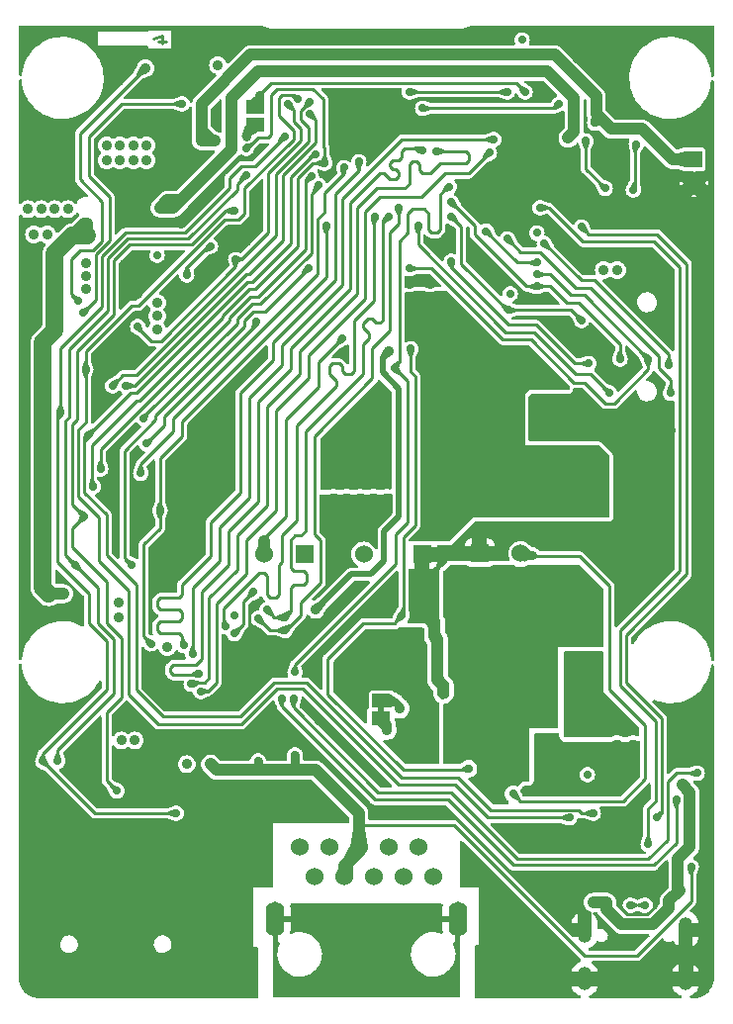
<source format=gbr>
%TF.GenerationSoftware,KiCad,Pcbnew,7.0.9-7.0.9~ubuntu22.04.1*%
%TF.CreationDate,2024-03-05T16:37:03+02:00*%
%TF.ProjectId,ESP32-PoE2_Rev_B,45535033-322d-4506-9f45-325f5265765f,B*%
%TF.SameCoordinates,PX4c4b3ffPYa21fe81*%
%TF.FileFunction,Copper,L4,Bot*%
%TF.FilePolarity,Positive*%
%FSLAX46Y46*%
G04 Gerber Fmt 4.6, Leading zero omitted, Abs format (unit mm)*
G04 Created by KiCad (PCBNEW 7.0.9-7.0.9~ubuntu22.04.1) date 2024-03-05 16:37:03*
%MOMM*%
%LPD*%
G01*
G04 APERTURE LIST*
%ADD10C,0.254000*%
%TA.AperFunction,NonConductor*%
%ADD11C,0.254000*%
%TD*%
%TA.AperFunction,ComponentPad*%
%ADD12C,0.700000*%
%TD*%
%TA.AperFunction,ComponentPad*%
%ADD13C,1.500000*%
%TD*%
%TA.AperFunction,ComponentPad*%
%ADD14R,0.400000X0.400000*%
%TD*%
%TA.AperFunction,ComponentPad*%
%ADD15R,1.422400X1.422400*%
%TD*%
%TA.AperFunction,ComponentPad*%
%ADD16O,1.600000X2.999999*%
%TD*%
%TA.AperFunction,ComponentPad*%
%ADD17C,1.524000*%
%TD*%
%TA.AperFunction,ComponentPad*%
%ADD18R,1.524000X1.524000*%
%TD*%
%TA.AperFunction,ComponentPad*%
%ADD19C,1.800000*%
%TD*%
%TA.AperFunction,ComponentPad*%
%ADD20R,1.400000X1.400000*%
%TD*%
%TA.AperFunction,ComponentPad*%
%ADD21C,1.400000*%
%TD*%
%TA.AperFunction,ComponentPad*%
%ADD22O,1.200000X2.200000*%
%TD*%
%TA.AperFunction,ComponentPad*%
%ADD23O,1.300000X2.000000*%
%TD*%
%TA.AperFunction,SMDPad,CuDef*%
%ADD24R,1.600200X1.168400*%
%TD*%
%TA.AperFunction,SMDPad,CuDef*%
%ADD25R,0.508000X0.762000*%
%TD*%
%TA.AperFunction,ViaPad*%
%ADD26C,0.900000*%
%TD*%
%TA.AperFunction,ViaPad*%
%ADD27C,0.700000*%
%TD*%
%TA.AperFunction,Conductor*%
%ADD28C,1.016000*%
%TD*%
%TA.AperFunction,Conductor*%
%ADD29C,1.524000*%
%TD*%
%TA.AperFunction,Conductor*%
%ADD30C,0.762000*%
%TD*%
%TA.AperFunction,Conductor*%
%ADD31C,0.254000*%
%TD*%
%TA.AperFunction,Conductor*%
%ADD32C,0.508000*%
%TD*%
%TA.AperFunction,Conductor*%
%ADD33C,0.609600*%
%TD*%
%TA.AperFunction,Conductor*%
%ADD34C,0.304800*%
%TD*%
%TA.AperFunction,Conductor*%
%ADD35C,0.165100*%
%TD*%
G04 APERTURE END LIST*
D10*
D11*
X12185120Y82105563D02*
X12862453Y82105563D01*
X11798073Y82347468D02*
X12523787Y82589373D01*
X12523787Y82589373D02*
X12523787Y81960420D01*
D12*
X27100001Y75300001D03*
X27100001Y73900001D03*
X27800001Y76000001D03*
X27800001Y73200001D03*
D13*
X28500001Y74600001D03*
D12*
X29200001Y76000001D03*
X29200001Y73200001D03*
X29900001Y75300001D03*
X29900001Y73900001D03*
D14*
X18750001Y26700001D03*
X19750001Y26700001D03*
X17950001Y27500001D03*
X20550001Y27500001D03*
D15*
X19250001Y28000001D03*
D14*
X17950001Y28500001D03*
X20550001Y28500001D03*
X18750001Y29300001D03*
X19750001Y29300001D03*
D16*
X22200001Y7050001D03*
X37800001Y7050001D03*
D17*
X24285001Y13190001D03*
X25555001Y10650001D03*
X26825001Y13190001D03*
X28095001Y10650001D03*
X29365001Y13190001D03*
X30635001Y10650001D03*
X31905001Y13190001D03*
X33175001Y10650001D03*
X34445001Y13190001D03*
X35715001Y10650001D03*
X29750001Y38250001D03*
D18*
X34750001Y38250001D03*
D17*
X43190001Y38301001D03*
D18*
X39690001Y38301001D03*
D19*
X39395001Y23750001D03*
D20*
X58035681Y72028701D03*
D21*
X58038221Y69999241D03*
D19*
X32365001Y28950001D03*
D17*
X21250001Y38250001D03*
D18*
X24750001Y38250001D03*
D19*
X37250001Y51950001D03*
D22*
X57320001Y6098001D03*
X48680001Y6098001D03*
D23*
X57320001Y1918001D03*
X48680001Y1918001D03*
D24*
X20457001Y75004001D03*
X20457001Y76528001D03*
X31252001Y24204001D03*
X31252001Y24204001D03*
D25*
X31252001Y24712001D03*
X31252001Y25220001D03*
D24*
X31252001Y25728001D03*
D26*
X2804001Y34872001D03*
X6055201Y66495001D03*
X6106001Y65225001D03*
X4074001Y34872001D03*
X13472001Y67892001D03*
X12329001Y67892001D03*
X47254001Y73861001D03*
X46111001Y21029001D03*
D27*
X9281001Y57732001D03*
D26*
X10424001Y63066001D03*
X4074001Y33221001D03*
X50683001Y71321001D03*
X49667001Y48842001D03*
X36078001Y27506001D03*
X47381001Y14552001D03*
X24521001Y82370001D03*
X48778001Y20521001D03*
X58811001Y46175001D03*
X41031001Y1090001D03*
X26426001Y15949001D03*
X45476001Y17981001D03*
X53350001Y66495001D03*
X52588001Y76528001D03*
X1534001Y16076001D03*
X44841001Y22426001D03*
X54620001Y62431001D03*
X9281001Y63066001D03*
X10424001Y60526001D03*
X58811001Y49223001D03*
X45984001Y51382001D03*
X34046001Y34237001D03*
X31633001Y75893001D03*
X8900001Y79830001D03*
X32141001Y35634001D03*
X19822001Y82370001D03*
X19695001Y66114001D03*
X58811001Y62431001D03*
X14361001Y1090001D03*
D27*
X7249001Y52652001D03*
D26*
X3185001Y73861001D03*
X44587001Y48842001D03*
X16774001Y22680001D03*
X48524001Y48842001D03*
X8265001Y3757001D03*
X46873001Y82497001D03*
X29601001Y82370001D03*
X50683001Y72845001D03*
X32141001Y34237001D03*
X41031001Y4138001D03*
X47381001Y20521001D03*
X27061001Y82370001D03*
X58811001Y65352001D03*
X12329001Y7948001D03*
X16012001Y13155001D03*
X56017001Y48842001D03*
X51445001Y21918001D03*
X14742001Y25855001D03*
D27*
X44968001Y77798001D03*
D26*
X57033001Y74877001D03*
X50683001Y1217001D03*
X30617001Y43000001D03*
X1153001Y19251001D03*
X45984001Y50112001D03*
X32014001Y82370001D03*
X50810001Y48842001D03*
X16012001Y82878001D03*
X28331001Y43000001D03*
X46111001Y19886001D03*
X14488001Y39317001D03*
X10932001Y68019001D03*
X14488001Y77925001D03*
X57414001Y24712001D03*
X31760001Y43000001D03*
D27*
X48016001Y80592001D03*
D26*
X45984001Y13155001D03*
X58938001Y13155001D03*
X45984001Y14552001D03*
X1661001Y7694001D03*
D27*
X17155001Y74877001D03*
D26*
X34173001Y82370001D03*
X4836001Y20267001D03*
X43698001Y2741001D03*
X52715001Y82497001D03*
X1153001Y33221001D03*
X16774001Y63447001D03*
X31125001Y33221001D03*
X41031001Y8837001D03*
X55509001Y1217001D03*
X6250001Y13790001D03*
D27*
X25918001Y23950001D03*
D26*
X16012001Y9599001D03*
X46238001Y3884001D03*
X52969001Y2741001D03*
X27569001Y41730001D03*
X44587001Y51382001D03*
X14107001Y66495001D03*
X35316001Y35634001D03*
X9154001Y70305001D03*
X17917001Y14933001D03*
X9789001Y68019001D03*
D27*
X37094001Y65606001D03*
D26*
X4328001Y10107001D03*
X8138001Y11631001D03*
X6106001Y1090001D03*
X36586001Y26363001D03*
X50048001Y82497001D03*
X44841001Y19886001D03*
X45984001Y48842001D03*
X51191001Y4773001D03*
X8773001Y78687001D03*
X10297001Y70305001D03*
X2042001Y1090001D03*
X46111001Y22455001D03*
X26807001Y40841001D03*
X3947001Y24204001D03*
X44587001Y50112001D03*
X18044001Y1090001D03*
D27*
X20203001Y33602001D03*
D26*
X47635001Y55954001D03*
X11186001Y21283001D03*
X12202001Y11631001D03*
X56906001Y65352001D03*
X13980001Y81481001D03*
X8265001Y7948001D03*
X35443001Y61415001D03*
X50556001Y15314001D03*
X1153001Y75639001D03*
X55128001Y75004001D03*
X59065001Y26363001D03*
D27*
X10170001Y39952001D03*
D26*
X31633001Y73734001D03*
X1153001Y24204001D03*
X28077001Y55319001D03*
X26426001Y41984001D03*
X11694001Y29538001D03*
X46492001Y7567001D03*
X44841001Y21156001D03*
X25664001Y29157001D03*
X40396001Y63193001D03*
X27188001Y43000001D03*
X19695001Y64971001D03*
X58811001Y8202001D03*
D27*
X8519001Y39952001D03*
D26*
X34046001Y35634001D03*
X33665001Y61415001D03*
X55763001Y4265001D03*
X35824001Y32459001D03*
X43698001Y17981001D03*
X1788001Y12901001D03*
X35570001Y33983001D03*
X35824001Y31189001D03*
X47381001Y50112001D03*
X40777001Y82497001D03*
X41031001Y69035001D03*
X47381001Y48842001D03*
X54620001Y63701001D03*
X45222001Y8837001D03*
X47381001Y51382001D03*
X15504001Y4773001D03*
X54112001Y10488001D03*
X46365001Y71321001D03*
X9281001Y60526001D03*
X1153001Y72337001D03*
X52842001Y21918001D03*
X42809001Y71956001D03*
X35189001Y74750001D03*
X58811001Y47699001D03*
X19695001Y14171001D03*
X29474001Y43000001D03*
X43698001Y5916001D03*
X7376001Y13790001D03*
X22552501Y20965501D03*
X49794001Y10500001D03*
X58811001Y4011001D03*
X55636001Y57224001D03*
X10551001Y1090001D03*
D27*
X58303001Y19505001D03*
X23759001Y25855001D03*
D26*
X15885001Y73607001D03*
X17028001Y73607001D03*
D27*
X49540001Y75131001D03*
X33665001Y77798001D03*
X42047001Y77798001D03*
D26*
X11075001Y79830001D03*
D27*
X5344001Y59891001D03*
D26*
X33157001Y6805001D03*
X27569001Y1471001D03*
X30000001Y4150001D03*
X36586001Y1471001D03*
X27569001Y6805001D03*
X23505001Y1471001D03*
X33157001Y1471001D03*
X57033001Y18489001D03*
X56779001Y9472001D03*
X8773001Y34110001D03*
X8773001Y32840001D03*
X50556001Y8456001D03*
X49413001Y8456001D03*
X55890001Y8583001D03*
X12075001Y58621001D03*
X12075001Y59764001D03*
X51445001Y62558001D03*
D27*
X42301001Y60526001D03*
D26*
X17282001Y80084001D03*
D27*
X12075001Y63828001D03*
D26*
X5979001Y63175301D03*
D27*
X44587001Y65733001D03*
X43317001Y82243001D03*
D26*
X5979001Y60907001D03*
D27*
X48911489Y19371513D03*
D26*
X10170001Y22299001D03*
X12075001Y57478001D03*
X50302001Y62558001D03*
X9027001Y22299001D03*
X5979001Y62050001D03*
D27*
X20711001Y20521001D03*
X23886001Y21029001D03*
D26*
X16647001Y20267001D03*
D27*
X57795001Y11504001D03*
D26*
X29474001Y49477001D03*
X30617001Y48334001D03*
X28331001Y48334001D03*
X30617001Y49477001D03*
X28331001Y49477001D03*
X31760001Y49477001D03*
X31760001Y48334001D03*
X29474001Y48334001D03*
D27*
X52842001Y69416001D03*
X53096001Y73308301D03*
X48778001Y73607001D03*
X50429001Y69543001D03*
X27950001Y56716001D03*
D26*
X2169001Y67765001D03*
X1534001Y65606001D03*
X3312001Y67765001D03*
X4455001Y67765001D03*
X1026001Y67765001D03*
X2677001Y65606001D03*
D27*
X35570001Y25220001D03*
X34935001Y25728001D03*
X34554001Y27379001D03*
X34554001Y30173001D03*
X34554001Y29284001D03*
X34554001Y28268001D03*
X25918001Y69797001D03*
X10932001Y49858001D03*
X7249001Y45540001D03*
X25283001Y70559001D03*
X5725001Y58875001D03*
X14234001Y76775901D03*
D26*
X49667001Y26363001D03*
X48524001Y26363001D03*
X49667001Y25220001D03*
X47381001Y26363001D03*
X47381001Y25220001D03*
X48524001Y25220001D03*
X49667001Y27506001D03*
X48524001Y27506001D03*
X47381001Y27506001D03*
D27*
X22743001Y25855001D03*
X56525001Y17219001D03*
X18679001Y32967001D03*
D26*
X31894701Y55614421D03*
X25664001Y33475001D03*
X14615001Y20267001D03*
X12964001Y30300001D03*
D27*
X40239001Y65890001D03*
X44587001Y63193001D03*
X25156001Y75893001D03*
X19695001Y73988001D03*
X9408001Y52652001D03*
X43569932Y77798001D03*
X25156001Y76909001D03*
X8265001Y52652001D03*
X46492001Y76782001D03*
X34808001Y76401001D03*
X2296001Y20521001D03*
X55890001Y54430001D03*
X13726001Y16076001D03*
X45222001Y64844001D03*
X3820001Y50366001D03*
X22997001Y73988001D03*
X10424001Y57732001D03*
X18806001Y63447001D03*
X23251001Y76789364D03*
X25664001Y72464001D03*
X49413001Y16076001D03*
X6169501Y48397501D03*
X24140001Y77163001D03*
X47381001Y15695001D03*
X5979001Y54049001D03*
X20584001Y58113001D03*
X11186001Y47699001D03*
X42174001Y59129001D03*
X48397001Y58240001D03*
X37221001Y67160001D03*
X28077001Y71321001D03*
X56017001Y52017001D03*
X10678001Y45159001D03*
X42047001Y65225001D03*
X26426001Y71702001D03*
X6614001Y44016001D03*
X19695001Y72972001D03*
X44587001Y61161001D03*
X51699001Y54938001D03*
X37221001Y68400001D03*
X17917001Y32078001D03*
X30744001Y67130001D03*
X32776001Y67892001D03*
X22997001Y31716301D03*
X20711001Y32738401D03*
X14361001Y30427001D03*
X29347001Y71829001D03*
X31887001Y67130001D03*
X22997001Y32840001D03*
X21473001Y33475001D03*
X15790630Y26503985D03*
X40523001Y72591001D03*
X35951001Y72718001D03*
X14996001Y27125001D03*
X34744501Y72781501D03*
X15631001Y28014001D03*
X15123001Y29665001D03*
X40904001Y73734001D03*
X32395001Y54176001D03*
X37094001Y69700001D03*
X23886001Y28141001D03*
X11567001Y30554001D03*
X12329001Y41984001D03*
X26553001Y66368001D03*
X8646001Y17981001D03*
X5852001Y41476001D03*
X37251001Y63320001D03*
X49032001Y54557001D03*
X18679001Y67638001D03*
X33665001Y62685001D03*
X44587001Y62177001D03*
X9916001Y37285001D03*
X25029001Y62685001D03*
X54112001Y54938001D03*
X3566001Y20521001D03*
X34427001Y66368001D03*
X50810001Y52017001D03*
X5090001Y37285001D03*
X19695001Y70686001D03*
X14615001Y62147001D03*
X16647001Y64590001D03*
D26*
X31760001Y23188001D03*
D27*
X52588001Y8202001D03*
X53858001Y8202001D03*
D26*
X32877362Y25026140D03*
X7757001Y73226001D03*
X10043001Y71956001D03*
X11186001Y71956001D03*
D27*
X42555001Y17727001D03*
D26*
X8900001Y73226001D03*
X11186001Y73226001D03*
X8900001Y71956001D03*
X7757001Y71956001D03*
X10043001Y73226001D03*
D27*
X54112001Y13409001D03*
X44841001Y67892001D03*
X48397001Y66241001D03*
X54874001Y15695001D03*
D26*
X42301001Y32586001D03*
X42301001Y31443001D03*
X42301001Y29157001D03*
X41539001Y23569001D03*
X37094001Y23950001D03*
X42301001Y33729001D03*
X42301001Y30300001D03*
X37094001Y24966001D03*
X41539001Y22553001D03*
X41539001Y24712001D03*
X37094001Y22807001D03*
X41158001Y30935001D03*
D27*
X20330001Y34999001D03*
X18679001Y31443001D03*
D26*
X35951001Y47826001D03*
X35062001Y50747001D03*
X39497282Y50874001D03*
X39497282Y51961006D03*
X39507001Y53033001D03*
X35062001Y51890001D03*
X35443001Y45159001D03*
X35062001Y53033001D03*
X36586001Y45159001D03*
D27*
X38745001Y19886001D03*
X33792001Y55827001D03*
X33030001Y32967001D03*
D28*
X47762001Y74369001D02*
X47762001Y77290001D01*
X12329001Y67892001D02*
X13472001Y67892001D01*
X6055201Y66495001D02*
X5852001Y66495001D01*
D29*
X6055201Y65479001D02*
X4836001Y65479001D01*
D28*
X5852001Y66495001D02*
X4836001Y65479001D01*
X6055201Y65275801D02*
X6106001Y65225001D01*
X47762001Y77290001D02*
X45476001Y79576001D01*
X18425001Y77290001D02*
X18425001Y72845001D01*
X20711001Y79576001D02*
X18425001Y77290001D01*
X18425001Y72845001D02*
X14107001Y68527001D01*
X12329001Y67892001D02*
X12964001Y68527001D01*
D29*
X2296001Y35380001D02*
X2804001Y34872001D01*
X2296001Y56335001D02*
X2296001Y35380001D01*
D28*
X47254001Y73861001D02*
X47762001Y74369001D01*
X45476001Y79576001D02*
X20711001Y79576001D01*
X2804001Y34872001D02*
X4074001Y34872001D01*
X12964001Y68527001D02*
X14107001Y68527001D01*
X14107001Y68527001D02*
X13472001Y67892001D01*
D29*
X3312001Y63955001D02*
X3312001Y57351001D01*
X3312001Y57351001D02*
X2296001Y56335001D01*
D28*
X6055201Y66495001D02*
X6055201Y65275801D01*
D29*
X4836001Y65479001D02*
X3312001Y63955001D01*
D28*
X36078001Y30935001D02*
X35824001Y31189001D01*
X58811001Y62431001D02*
X58811001Y34618001D01*
D30*
X54620001Y62431001D02*
X52969001Y64082001D01*
X45222001Y66876001D02*
X43825001Y66876001D01*
X48016001Y64082001D02*
X45222001Y66876001D01*
X43825001Y66876001D02*
X43063001Y67638001D01*
D31*
X54035801Y7440001D02*
X54747001Y8151201D01*
X20203001Y33602001D02*
X19949001Y33348001D01*
X54747001Y8151201D02*
X54747001Y8710001D01*
D28*
X36078001Y27506001D02*
X36078001Y30935001D01*
D31*
X19949001Y33348001D02*
X19949001Y31824001D01*
X50163001Y10500001D02*
X51699001Y8964001D01*
D28*
X35824001Y31189001D02*
X35824001Y32459001D01*
X36586001Y26363001D02*
X36586001Y26998001D01*
D30*
X52969001Y64082001D02*
X48016001Y64082001D01*
D31*
X51699001Y8011501D02*
X52270501Y7440001D01*
X49794001Y10500001D02*
X50163001Y10500001D01*
X52270501Y7440001D02*
X54035801Y7440001D01*
D28*
X36586001Y26998001D02*
X36078001Y27506001D01*
D31*
X51699001Y8964001D02*
X51699001Y8011501D01*
X56525001Y19505001D02*
X58303001Y19505001D01*
X30998001Y17854001D02*
X37221001Y17854001D01*
X37221001Y17854001D02*
X42936001Y12139001D01*
X54112001Y12139001D02*
X55763001Y13790001D01*
X55763001Y13790001D02*
X55763001Y18743001D01*
X23759001Y25855001D02*
X23759001Y25093001D01*
X55763001Y18743001D02*
X56525001Y19505001D01*
X42936001Y12139001D02*
X54112001Y12139001D01*
X23759001Y25093001D02*
X30998001Y17854001D01*
D28*
X53604001Y74623001D02*
X50937001Y74623001D01*
X16780553Y73607001D02*
X15885001Y74502553D01*
X58035681Y72028701D02*
X56198301Y72028701D01*
X46111001Y80973001D02*
X20076001Y80973001D01*
X15885001Y73607001D02*
X17028001Y73607001D01*
X15885001Y76782001D02*
X15885001Y74623001D01*
D32*
X49540001Y75131001D02*
X49921001Y75131001D01*
X49921001Y75131001D02*
X50175001Y75385001D01*
D28*
X20076001Y80973001D02*
X15885001Y76782001D01*
X56198301Y72028701D02*
X53604001Y74623001D01*
D33*
X49540001Y75131001D02*
X49540001Y76020001D01*
D28*
X15885001Y73607001D02*
X15885001Y74623001D01*
X15885001Y74502553D02*
X15885001Y74623001D01*
X17028001Y73607001D02*
X16780553Y73607001D01*
X50937001Y74623001D02*
X49667001Y75893001D01*
X49667001Y75893001D02*
X49667001Y77417001D01*
X49667001Y77417001D02*
X46111001Y80973001D01*
D31*
X7376001Y65034501D02*
X7376001Y68400001D01*
X33665001Y77798001D02*
X42047001Y77798001D01*
X4709001Y63447001D02*
X5471001Y64209001D01*
X5471001Y64209001D02*
X6550501Y64209001D01*
X5344001Y59891001D02*
X4709001Y60526001D01*
X11059001Y79830001D02*
X11075001Y79830001D01*
X5471001Y74242001D02*
X11059001Y79830001D01*
X6550501Y64209001D02*
X7376001Y65034501D01*
X5471001Y70305001D02*
X5471001Y74242001D01*
X7376001Y68400001D02*
X5471001Y70305001D01*
X4709001Y60526001D02*
X4709001Y63447001D01*
D28*
X57668001Y17854001D02*
X57668001Y13155001D01*
X50556001Y8456001D02*
X49413001Y8456001D01*
X56652001Y9599001D02*
X56779001Y9472001D01*
X55890001Y7948001D02*
X55890001Y8583001D01*
X50556001Y8456001D02*
X50429001Y8329001D01*
X57033001Y18489001D02*
X57668001Y17854001D01*
X55890001Y8583001D02*
X56779001Y9472001D01*
X54493001Y6551001D02*
X55890001Y7948001D01*
X50556001Y8456001D02*
X50556001Y7821001D01*
X50556001Y7821001D02*
X51826001Y6551001D01*
X56652001Y12139001D02*
X56652001Y9599001D01*
X57668001Y13155001D02*
X56652001Y12139001D01*
X51826001Y6551001D02*
X54493001Y6551001D01*
X29365001Y13190001D02*
X29365001Y15042001D01*
X17155001Y19759001D02*
X16647001Y20267001D01*
D31*
X48651001Y3884001D02*
X53155079Y3884001D01*
D28*
X23886001Y19759001D02*
X20711001Y19759001D01*
X29365001Y15042001D02*
X29347001Y15060001D01*
X20711001Y19759001D02*
X17155001Y19759001D01*
X28095001Y11585501D02*
X29365001Y12855501D01*
D30*
X23886001Y21029001D02*
X23886001Y19759001D01*
D28*
X29365001Y12855501D02*
X29365001Y13190001D01*
D31*
X29347001Y15060001D02*
X37475001Y15060001D01*
X53155079Y3884001D02*
X57795001Y8523923D01*
X37475001Y15060001D02*
X48651001Y3884001D01*
D28*
X25664001Y19759001D02*
X23886001Y19759001D01*
X29347001Y16076001D02*
X25664001Y19759001D01*
X28095001Y10650001D02*
X28095001Y11585501D01*
D31*
X57795001Y8523923D02*
X57795001Y11504001D01*
D28*
X29347001Y15060001D02*
X29347001Y16076001D01*
D30*
X20711001Y20521001D02*
X20711001Y19759001D01*
D31*
X52969001Y69543001D02*
X52969001Y73181301D01*
X52842001Y69416001D02*
X52969001Y69543001D01*
X52969001Y73181301D02*
X53096001Y73308301D01*
X48778001Y71194001D02*
X48778001Y73607001D01*
X50429001Y69543001D02*
X48778001Y71194001D01*
X23124001Y41476001D02*
X21219001Y39571001D01*
X27950001Y56716001D02*
X25918001Y54684001D01*
X21219001Y39571001D02*
X21219001Y39317001D01*
D28*
X21250001Y38250001D02*
X21219001Y38281001D01*
D31*
X23124001Y49731001D02*
X23124001Y41476001D01*
X25918001Y54684001D02*
X25918001Y52525001D01*
D28*
X21219001Y38281001D02*
X21219001Y39317001D01*
D31*
X25918001Y52525001D02*
X23124001Y49731001D01*
X25918001Y69685409D02*
X25283001Y69050409D01*
X25918001Y69797001D02*
X25918001Y69685409D01*
X10932001Y49985001D02*
X10932001Y49858001D01*
X18933001Y58367001D02*
X18933001Y57986001D01*
X20203001Y59637001D02*
X18933001Y58367001D01*
X18933001Y57986001D02*
X10932001Y49985001D01*
X25283001Y69050409D02*
X25283001Y63986751D01*
X25283001Y63986751D02*
X20933251Y59637001D01*
X20933251Y59637001D02*
X20203001Y59637001D01*
X7249001Y47191001D02*
X18298001Y58240001D01*
X7249001Y45540001D02*
X7249001Y47191001D01*
X24775001Y70051001D02*
X25283001Y70559001D01*
X18298001Y58494001D02*
X20076001Y60272001D01*
X20076001Y60272001D02*
X20711001Y60272001D01*
X18298001Y58240001D02*
X18298001Y58494001D01*
X24775001Y64336001D02*
X24775001Y70051001D01*
X20711001Y60272001D02*
X24775001Y64336001D01*
X9027001Y76782001D02*
X6233001Y73988001D01*
X14234001Y76775901D02*
X14227901Y76782001D01*
X14227901Y76782001D02*
X9027001Y76782001D01*
X6233001Y70559001D02*
X8011001Y68781001D01*
X6868001Y63942301D02*
X6868001Y60018001D01*
X8011001Y65085301D02*
X6868001Y63942301D01*
X8011001Y68781001D02*
X8011001Y65085301D01*
X6233001Y73988001D02*
X6233001Y70559001D01*
X6868001Y60018001D02*
X5725001Y58875001D01*
X36967001Y17219001D02*
X42555001Y11631001D01*
X56525001Y13536001D02*
X56525001Y17219001D01*
X30744001Y17219001D02*
X36967001Y17219001D01*
X42555001Y11631001D02*
X54620001Y11631001D01*
X22743001Y25220001D02*
X30744001Y17219001D01*
X54620001Y11631001D02*
X56525001Y13536001D01*
X22743001Y25855001D02*
X22743001Y25220001D01*
D32*
X32776001Y52398001D02*
X32776001Y41476001D01*
X31506001Y37666001D02*
X30363001Y36523001D01*
X32776001Y41476001D02*
X31506001Y40206001D01*
X31379001Y55098721D02*
X31379001Y53795001D01*
X30363001Y36523001D02*
X28712001Y36523001D01*
X31379001Y53795001D02*
X32776001Y52398001D01*
X31894701Y55614421D02*
X31379001Y55098721D01*
X28712001Y36523001D02*
X25664001Y33475001D01*
X31506001Y40206001D02*
X31506001Y37666001D01*
D31*
X40239001Y65890001D02*
X42936001Y63193001D01*
X42936001Y63193001D02*
X44587001Y63193001D01*
X19949001Y62177001D02*
X19695001Y62177001D01*
X25156001Y75893001D02*
X25664001Y75385001D01*
D30*
X20457001Y75004001D02*
X19695001Y74242001D01*
D31*
X25664001Y75385001D02*
X25664001Y73480001D01*
X19695001Y62177001D02*
X10170001Y52652001D01*
X25664001Y73480001D02*
X22870001Y70686001D01*
X10170001Y52652001D02*
X9408001Y52652001D01*
X22870001Y70686001D02*
X22870001Y65098001D01*
D30*
X19695001Y74242001D02*
X19695001Y73988001D01*
D31*
X22870001Y65098001D02*
X19949001Y62177001D01*
D30*
X20838001Y76909001D02*
X20838001Y77544001D01*
X20457001Y76528001D02*
X20838001Y76909001D01*
D31*
X42807932Y78560001D02*
X21854001Y78560001D01*
X43569932Y77798001D02*
X42807932Y78560001D01*
X21854001Y78560001D02*
X20838001Y77544001D01*
X10297001Y53541001D02*
X9154001Y53541001D01*
X25156001Y76909001D02*
X24394001Y76147001D01*
X22235001Y65479001D02*
X10297001Y53541001D01*
X22235001Y70800301D02*
X22235001Y65479001D01*
X25029001Y73594301D02*
X22235001Y70800301D01*
X9154001Y53541001D02*
X8265001Y52652001D01*
X24394001Y76147001D02*
X24394001Y75385001D01*
X46492001Y76782001D02*
X46111001Y76401001D01*
X25029001Y74750001D02*
X25029001Y73594301D01*
X46111001Y76401001D02*
X34808001Y76401001D01*
X24394001Y75385001D02*
X25029001Y74750001D01*
X7376001Y59383001D02*
X3820001Y55827001D01*
X6233001Y32332001D02*
X6233001Y34872001D01*
X6741001Y16076001D02*
X2296001Y20521001D01*
X18298001Y69543001D02*
X14488001Y65733001D01*
X14488001Y65733001D02*
X9344501Y65733001D01*
X13726001Y16076001D02*
X6741001Y16076001D01*
X3820001Y55827001D02*
X3820001Y50366001D01*
X3566001Y37539001D02*
X3566001Y50112001D01*
X19314001Y71448001D02*
X18298001Y70432001D01*
X2296001Y20521001D02*
X2296001Y21156001D01*
X3566001Y50112001D02*
X3820001Y50366001D01*
X9344501Y65733001D02*
X7376001Y63764501D01*
X7757001Y26617001D02*
X7757001Y30808001D01*
X22997001Y73988001D02*
X20457001Y71448001D01*
X48397001Y61669001D02*
X49540001Y61669001D01*
X6233001Y34872001D02*
X3566001Y37539001D01*
X55890001Y55319001D02*
X55890001Y54430001D01*
X7376001Y63764501D02*
X7376001Y59383001D01*
X49540001Y61669001D02*
X55890001Y55319001D01*
X20457001Y71448001D02*
X19314001Y71448001D01*
X7757001Y30808001D02*
X6233001Y32332001D01*
X45222001Y64844001D02*
X48397001Y61669001D01*
X2296001Y21156001D02*
X7757001Y26617001D01*
X18298001Y70432001D02*
X18298001Y69543001D01*
X19314001Y63447001D02*
X21600001Y65733001D01*
X23759001Y76281364D02*
X23251001Y76789364D01*
X18806001Y63447001D02*
X18806001Y62875501D01*
X23759001Y75258001D02*
X23759001Y76281364D01*
X18806001Y63447001D02*
X19314001Y63447001D01*
X24394001Y74623001D02*
X23759001Y75258001D01*
X10424001Y57605001D02*
X10424001Y57732001D01*
X21600001Y65733001D02*
X21600001Y70876501D01*
X11567001Y56462001D02*
X10424001Y57605001D01*
X24394001Y73670501D02*
X24394001Y74623001D01*
X18806001Y62875501D02*
X12392501Y56462001D01*
X21600001Y70876501D02*
X24394001Y73670501D01*
X12392501Y56462001D02*
X11567001Y56462001D01*
X25460801Y72464001D02*
X23505001Y70508201D01*
X23505001Y70508201D02*
X23505001Y64844001D01*
X48143001Y16330001D02*
X48397001Y16076001D01*
X24838501Y27252001D02*
X32966501Y19124001D01*
X10297001Y52017001D02*
X9789001Y52017001D01*
X7757001Y41603001D02*
X7757001Y38174001D01*
X25664001Y72464001D02*
X25460801Y72464001D01*
X6169501Y48397501D02*
X5852001Y48080001D01*
X5852001Y43508001D02*
X7757001Y41603001D01*
X48397001Y16076001D02*
X49413001Y16076001D01*
X23505001Y64844001D02*
X20203001Y61542001D01*
X10297001Y35634001D02*
X10297001Y26617001D01*
X37856001Y19124001D02*
X40650001Y16330001D01*
X32966501Y19124001D02*
X37856001Y19124001D01*
X22108001Y27252001D02*
X24838501Y27252001D01*
X9789001Y52017001D02*
X6169501Y48397501D01*
X10297001Y26617001D02*
X12583001Y24331001D01*
X7757001Y38174001D02*
X10297001Y35634001D01*
X40650001Y16330001D02*
X48143001Y16330001D01*
X19187001Y24331001D02*
X22108001Y27252001D01*
X5852001Y48080001D02*
X5852001Y43508001D01*
X19822001Y61542001D02*
X10297001Y52017001D01*
X12583001Y24331001D02*
X19187001Y24331001D01*
X20203001Y61542001D02*
X19822001Y61542001D01*
X23759001Y74496001D02*
X23759001Y73734001D01*
X9916001Y59510001D02*
X5979001Y55573001D01*
X5979001Y49538738D02*
X5979001Y54049001D01*
X17866201Y66876001D02*
X10500201Y59510001D01*
X7122001Y41349001D02*
X5344001Y43127001D01*
X10500201Y59510001D02*
X9916001Y59510001D01*
X37538501Y18489001D02*
X32776001Y18489001D01*
X19568001Y67384001D02*
X19060001Y66876001D01*
X5979001Y55573001D02*
X5979001Y54049001D01*
X9662001Y26236001D02*
X9662001Y35126001D01*
X7122001Y37666001D02*
X7122001Y41349001D01*
X5344001Y48903738D02*
X5979001Y49538738D01*
X5344001Y43127001D02*
X5344001Y48903738D01*
X22489001Y77290001D02*
X22489001Y75766001D01*
X19060001Y66876001D02*
X17866201Y66876001D01*
X19568001Y69543001D02*
X19568001Y67384001D01*
X22743001Y77544001D02*
X22489001Y77290001D01*
X22489001Y75766001D02*
X23759001Y74496001D01*
X23759001Y73734001D02*
X19568001Y69543001D01*
X24521001Y26744001D02*
X22362001Y26744001D01*
X40332501Y15695001D02*
X37538501Y18489001D01*
X23759001Y77544001D02*
X22743001Y77544001D01*
X19314001Y23696001D02*
X12202001Y23696001D01*
X22362001Y26744001D02*
X19314001Y23696001D01*
X24140001Y77163001D02*
X23759001Y77544001D01*
X9662001Y35126001D02*
X7122001Y37666001D01*
X32776001Y18489001D02*
X24521001Y26744001D01*
X12202001Y23696001D02*
X9662001Y26236001D01*
X47381001Y15695001D02*
X40332501Y15695001D01*
X37221001Y67160001D02*
X38110001Y66271001D01*
X42047001Y59129001D02*
X42174001Y59129001D01*
X48397001Y58240001D02*
X47508001Y59129001D01*
X38110001Y63066001D02*
X42047001Y59129001D01*
X12710001Y49223001D02*
X11186001Y47699001D01*
X12710001Y49985001D02*
X12710001Y49223001D01*
X47508001Y59129001D02*
X42174001Y59129001D01*
X20584001Y58113001D02*
X20584001Y57859001D01*
X20584001Y57859001D02*
X12710001Y49985001D01*
X38110001Y66271001D02*
X38110001Y63066001D01*
X10678001Y45921001D02*
X13472001Y48715001D01*
X49159001Y61034001D02*
X47889001Y61034001D01*
X25791001Y62177001D02*
X25791001Y66876001D01*
X56017001Y52017001D02*
X56017001Y53160001D01*
X55001001Y55192001D02*
X49159001Y61034001D01*
X13472001Y49858001D02*
X25791001Y62177001D01*
X13472001Y48715001D02*
X13472001Y49858001D01*
X44841001Y64082001D02*
X43190001Y64082001D01*
X56017001Y53160001D02*
X55001001Y54176001D01*
X47889001Y61034001D02*
X44841001Y64082001D01*
X26426001Y69162001D02*
X28077001Y70813001D01*
X25791001Y66876001D02*
X26426001Y67511001D01*
X26426001Y67511001D02*
X26426001Y69162001D01*
X10678001Y45159001D02*
X10678001Y45921001D01*
X28077001Y70813001D02*
X28077001Y71321001D01*
X43190001Y64082001D02*
X42047001Y65225001D01*
X55001001Y54176001D02*
X55001001Y55192001D01*
X17663001Y58494001D02*
X10551001Y51382001D01*
X39253001Y65606001D02*
X43698001Y61161001D01*
X21600001Y73861001D02*
X21854001Y74115001D01*
X47127001Y59764001D02*
X48143001Y59764001D01*
X24140001Y70432001D02*
X24140001Y64590001D01*
X25410001Y78052001D02*
X26299001Y77163001D01*
X26426001Y72972001D02*
X26426001Y71702001D01*
X26299001Y73099001D02*
X26426001Y72972001D01*
X6487001Y47572001D02*
X6487001Y44143001D01*
X48143001Y59764001D02*
X51699001Y56208001D01*
X25410001Y71702001D02*
X24140001Y70432001D01*
X37221001Y68400001D02*
X39253001Y66368001D01*
X51699001Y56208001D02*
X51699001Y54938001D01*
X22362001Y78052001D02*
X25410001Y78052001D01*
X45730001Y61161001D02*
X47127001Y59764001D01*
X21854001Y74115001D02*
X21854001Y77544001D01*
X10297001Y51382001D02*
X6487001Y47572001D01*
X24140001Y64590001D02*
X20457001Y60907001D01*
X20711001Y73861001D02*
X21600001Y73861001D01*
X19949001Y60907001D02*
X17663001Y58621001D01*
X21854001Y77544001D02*
X22362001Y78052001D01*
X17663001Y58621001D02*
X17663001Y58494001D01*
X6487001Y44143001D02*
X6614001Y44016001D01*
X19695001Y72972001D02*
X19822001Y72972001D01*
X43698001Y61161001D02*
X44587001Y61161001D01*
X26299001Y77163001D02*
X26299001Y73099001D01*
X39253001Y66368001D02*
X39253001Y65606001D01*
X44587001Y61161001D02*
X45730001Y61161001D01*
X20457001Y60907001D02*
X19949001Y60907001D01*
X10551001Y51382001D02*
X10297001Y51382001D01*
X26426001Y71702001D02*
X25410001Y71702001D01*
X19822001Y72972001D02*
X20711001Y73861001D01*
X28966001Y58240001D02*
X28966001Y53922001D01*
X24013001Y49223001D02*
X24013001Y41095001D01*
X27061001Y54557001D02*
X26807001Y54303001D01*
X22743001Y39825001D02*
X22743001Y37539001D01*
X30617001Y67003001D02*
X30617001Y59891001D01*
X28204001Y53668001D02*
X27950001Y53922001D01*
X21473001Y34745001D02*
X21473001Y36396001D01*
X20838001Y36650001D02*
X17790001Y33602001D01*
X27442001Y52652001D02*
X24013001Y49223001D01*
X27442001Y53033001D02*
X27442001Y52652001D01*
X17790001Y33602001D02*
X17790001Y32205001D01*
X21473001Y36396001D02*
X21219001Y36650001D01*
X21727001Y34491001D02*
X21473001Y34745001D01*
X22489001Y34745001D02*
X22235001Y34491001D01*
X22235001Y34491001D02*
X21727001Y34491001D01*
X27950001Y54303001D02*
X27696001Y54557001D01*
X17790001Y32205001D02*
X17917001Y32078001D01*
X26807001Y54303001D02*
X26807001Y53668001D01*
X21219001Y36650001D02*
X20838001Y36650001D01*
X28712001Y53668001D02*
X28204001Y53668001D01*
X22743001Y37539001D02*
X22489001Y37285001D01*
X22489001Y37285001D02*
X22489001Y34745001D01*
X26807001Y53668001D02*
X27442001Y53033001D01*
X30744001Y67130001D02*
X30617001Y67003001D01*
X27950001Y53922001D02*
X27950001Y54303001D01*
X30617001Y59891001D02*
X28966001Y58240001D01*
X24013001Y41095001D02*
X22743001Y39825001D01*
X27696001Y54557001D02*
X27061001Y54557001D01*
X28966001Y53922001D02*
X28712001Y53668001D01*
X32014001Y57351001D02*
X32014001Y65733001D01*
X25537001Y39952001D02*
X25537001Y48334001D01*
X30490001Y53287001D02*
X30490001Y55827001D01*
X30490001Y55827001D02*
X32014001Y57351001D01*
X25537001Y48334001D02*
X30490001Y53287001D01*
X24394001Y34110001D02*
X26045001Y35761001D01*
X32014001Y65733001D02*
X32776001Y66495001D01*
X21733101Y31716301D02*
X20711001Y32738401D01*
X24394001Y32976651D02*
X24394001Y34110001D01*
X22997001Y31716301D02*
X23133651Y31716301D01*
X26045001Y35761001D02*
X26045001Y39444001D01*
X26045001Y39444001D02*
X25537001Y39952001D01*
X32776001Y66495001D02*
X32776001Y67892001D01*
X22997001Y31716301D02*
X21733101Y31716301D01*
X23133651Y31716301D02*
X24394001Y32976651D01*
X12075001Y33729001D02*
X12075001Y34237001D01*
X12329001Y33475001D02*
X12075001Y33729001D01*
X16647001Y38047001D02*
X16647001Y40968001D01*
X14361001Y30427001D02*
X14234001Y30554001D01*
X14234001Y34745001D02*
X14234001Y35634001D01*
X14234001Y33221001D02*
X13980001Y33475001D01*
X13980001Y32459001D02*
X14234001Y32713001D01*
X21981001Y56335001D02*
X27315001Y61669001D01*
X12329001Y31443001D02*
X12075001Y31697001D01*
X19187001Y43508001D02*
X19187001Y52017001D01*
X29347001Y71067001D02*
X29347001Y71829001D01*
X16647001Y40968001D02*
X19187001Y43508001D01*
X12075001Y34237001D02*
X12329001Y34491001D01*
X19187001Y52017001D02*
X21981001Y54811001D01*
X14234001Y30554001D02*
X14234001Y31189001D01*
X13980001Y34491001D02*
X14234001Y34745001D01*
X21981001Y54811001D02*
X21981001Y56335001D01*
X12329001Y32459001D02*
X13980001Y32459001D01*
X14234001Y35634001D02*
X16647001Y38047001D01*
X14234001Y32713001D02*
X14234001Y33221001D01*
X12075001Y31697001D02*
X12075001Y32205001D01*
X13980001Y33475001D02*
X12329001Y33475001D01*
X13980001Y31443001D02*
X12329001Y31443001D01*
X12329001Y34491001D02*
X13980001Y34491001D01*
X14234001Y31189001D02*
X13980001Y31443001D01*
X12075001Y32205001D02*
X12329001Y32459001D01*
X27315001Y69035001D02*
X29347001Y71067001D01*
X27315001Y61669001D02*
X27315001Y69035001D01*
X23759001Y35634001D02*
X23505001Y35380001D01*
X29728001Y56208001D02*
X29728001Y53668001D01*
X24775001Y40206001D02*
X24394001Y39825001D01*
X30236001Y56716001D02*
X29728001Y56208001D01*
X31887001Y67130001D02*
X31379001Y66622001D01*
X23886001Y39825001D02*
X23505001Y39444001D01*
X24902001Y35888001D02*
X24648001Y35634001D01*
X22108001Y32840001D02*
X22997001Y32840001D01*
X24648001Y36777001D02*
X24902001Y36523001D01*
X29728001Y57605001D02*
X30236001Y57097001D01*
X24775001Y48715001D02*
X24775001Y40206001D01*
X24902001Y36523001D02*
X24902001Y35888001D01*
X31379001Y58240001D02*
X31175801Y58036801D01*
X29728001Y57986001D02*
X29728001Y57605001D01*
X23505001Y33348001D02*
X22997001Y32840001D01*
X30490001Y58367001D02*
X30109001Y58367001D01*
X23759001Y36777001D02*
X24648001Y36777001D01*
X31379001Y66622001D02*
X31379001Y58240001D01*
X23505001Y35380001D02*
X23505001Y33348001D01*
X29728001Y53668001D02*
X24775001Y48715001D01*
X24394001Y39825001D02*
X23886001Y39825001D01*
X30109001Y58367001D02*
X29728001Y57986001D01*
X31175801Y58036801D02*
X30820201Y58036801D01*
X30236001Y57097001D02*
X30236001Y56716001D01*
X23505001Y39444001D02*
X23505001Y37031001D01*
X21473001Y33475001D02*
X22108001Y32840001D01*
X24648001Y35634001D02*
X23759001Y35634001D01*
X23505001Y37031001D02*
X23759001Y36777001D01*
X30820201Y58036801D02*
X30490001Y58367001D01*
X29855001Y60121188D02*
X25029001Y55295188D01*
X36713001Y70813001D02*
X34681001Y68781001D01*
X31125001Y68781001D02*
X29855001Y67511001D01*
X19695001Y39444001D02*
X19695001Y36586501D01*
X25029001Y53287001D02*
X22235001Y50493001D01*
X25029001Y55295188D02*
X25029001Y53287001D01*
X16406985Y26503985D02*
X15790630Y26503985D01*
X40523001Y72591001D02*
X38745001Y70813001D01*
X29855001Y67511001D02*
X29855001Y60121188D01*
X22235001Y50493001D02*
X22235001Y41984001D01*
X38745001Y70813001D02*
X36713001Y70813001D01*
X17155001Y27252001D02*
X16406985Y26503985D01*
X22235001Y41984001D02*
X19695001Y39444001D01*
X34681001Y68781001D02*
X31125001Y68781001D01*
X19695001Y36586501D02*
X17155001Y34046501D01*
X17155001Y34046501D02*
X17155001Y27252001D01*
X35951001Y72718001D02*
X38491001Y72718001D01*
X34554001Y71575001D02*
X34300001Y71829001D01*
X35443001Y70813001D02*
X34808001Y70813001D01*
X36332001Y71702001D02*
X35443001Y70813001D01*
X16520001Y27633001D02*
X16139001Y27252001D01*
X18933001Y36904001D02*
X16520001Y34491001D01*
X29220001Y60526001D02*
X24267001Y55573001D01*
X38745001Y71956001D02*
X38491001Y71702001D01*
X33284001Y69543001D02*
X30871001Y69543001D01*
X24267001Y55573001D02*
X24267001Y53668001D01*
X33665001Y69924001D02*
X33284001Y69543001D01*
X38745001Y72464001D02*
X38745001Y71956001D01*
X34808001Y70813001D02*
X34554001Y71067001D01*
X18933001Y39825001D02*
X18933001Y36904001D01*
X15123001Y27252001D02*
X14996001Y27125001D01*
X21473001Y50874001D02*
X21473001Y42365001D01*
X38491001Y71702001D02*
X36332001Y71702001D01*
X33919001Y71829001D02*
X33665001Y71575001D01*
X16139001Y27252001D02*
X15123001Y27252001D01*
X21473001Y42365001D02*
X18933001Y39825001D01*
X38491001Y72718001D02*
X38745001Y72464001D01*
X34300001Y71829001D02*
X33919001Y71829001D01*
X16520001Y34491001D02*
X16520001Y27633001D01*
X34554001Y71067001D02*
X34554001Y71575001D01*
X24267001Y53668001D02*
X21473001Y50874001D01*
X30871001Y69543001D02*
X29220001Y67892001D01*
X33665001Y71575001D02*
X33665001Y69924001D01*
X29220001Y67892001D02*
X29220001Y60526001D01*
X34554001Y72972001D02*
X34744501Y72781501D01*
X33030001Y72718001D02*
X33284001Y72972001D01*
X34744501Y72781501D02*
X34681001Y72718001D01*
X13218001Y28141001D02*
X13218001Y28522001D01*
X20711001Y51255001D02*
X23505001Y54049001D01*
X32522001Y70305001D02*
X32776001Y70559001D01*
X13218001Y28522001D02*
X13472001Y28776001D01*
X18171001Y37285001D02*
X18171001Y40206001D01*
X13472001Y27887001D02*
X13218001Y28141001D01*
X32776001Y70559001D02*
X32776001Y70940001D01*
X18171001Y40206001D02*
X20711001Y42746001D01*
X15885001Y29284001D02*
X15885001Y34999001D01*
X32776001Y70940001D02*
X32522001Y71194001D01*
X31442501Y70813001D02*
X31950501Y70305001D01*
X28585001Y60907001D02*
X28585001Y68273001D01*
X32268001Y71194001D02*
X32014001Y71448001D01*
X15377001Y28776001D02*
X15885001Y29284001D01*
X33030001Y72210001D02*
X33030001Y72718001D01*
X31950501Y70305001D02*
X32522001Y70305001D01*
X23505001Y54049001D02*
X23505001Y55827001D01*
X15631001Y28014001D02*
X15504001Y27887001D01*
X31125001Y70813001D02*
X31442501Y70813001D01*
X33284001Y72972001D02*
X34554001Y72972001D01*
X23505001Y55827001D02*
X28585001Y60907001D01*
X32014001Y71702001D02*
X32268001Y71956001D01*
X32268001Y71956001D02*
X32776001Y71956001D01*
X15504001Y27887001D02*
X13472001Y27887001D01*
X20711001Y42746001D02*
X20711001Y51255001D01*
X32776001Y71956001D02*
X33030001Y72210001D01*
X32014001Y71448001D02*
X32014001Y71702001D01*
X15885001Y34999001D02*
X18171001Y37285001D01*
X13472001Y28776001D02*
X15377001Y28776001D01*
X32522001Y71194001D02*
X32268001Y71194001D01*
X28585001Y68273001D02*
X31125001Y70813001D01*
X27950001Y61288001D02*
X22743001Y56081001D01*
X15123001Y35380001D02*
X15123001Y29665001D01*
X33030001Y73734001D02*
X27950001Y68654001D01*
X22743001Y54430001D02*
X19949001Y51636001D01*
X19949001Y51636001D02*
X19949001Y43111126D01*
X40904001Y73734001D02*
X33030001Y73734001D01*
X27950001Y68654001D02*
X27950001Y61288001D01*
X17409001Y40571126D02*
X17409001Y37666001D01*
X19949001Y43111126D02*
X17409001Y40571126D01*
X22743001Y56081001D02*
X22743001Y54430001D01*
X17409001Y37666001D02*
X15123001Y35380001D01*
X32801401Y64996401D02*
X33538001Y65733001D01*
X36332001Y65987001D02*
X36332001Y69035001D01*
X32395001Y54176001D02*
X32395001Y54303001D01*
X35316001Y65987001D02*
X35570001Y65733001D01*
X33538001Y67384001D02*
X33919001Y67765001D01*
X32395001Y54303001D02*
X32801401Y54709401D01*
X35570001Y65733001D02*
X36078001Y65733001D01*
X32522001Y37412001D02*
X32522001Y39952001D01*
X33919001Y67765001D02*
X34935001Y67765001D01*
X33538001Y65733001D02*
X33538001Y67384001D01*
X35316001Y67384001D02*
X35316001Y65987001D01*
X32801401Y54709401D02*
X32801401Y64996401D01*
X23886001Y28141001D02*
X23886001Y28776001D01*
X34935001Y67765001D02*
X35316001Y67384001D01*
X36078001Y65733001D02*
X36332001Y65987001D01*
X33538001Y53033001D02*
X32395001Y54176001D01*
X36332001Y69035001D02*
X36997001Y69700001D01*
X32522001Y39952001D02*
X33538001Y40968001D01*
X33538001Y40968001D02*
X33538001Y53033001D01*
X23886001Y28776001D02*
X32522001Y37412001D01*
X36997001Y69700001D02*
X37094001Y69700001D01*
X12329001Y46429001D02*
X14234001Y48334001D01*
X14234001Y48334001D02*
X14234001Y49604001D01*
X10932001Y39063001D02*
X10932001Y31189001D01*
X12329001Y41984001D02*
X12329001Y40460001D01*
X14234001Y49604001D02*
X26553001Y61923001D01*
X12329001Y41984001D02*
X12329001Y46429001D01*
X12329001Y40460001D02*
X10932001Y39063001D01*
X26553001Y61923001D02*
X26553001Y66368001D01*
X10932001Y31189001D02*
X11567001Y30554001D01*
X7757001Y24712001D02*
X9027001Y25982001D01*
X47825501Y54557001D02*
X49032001Y54557001D01*
X7757001Y18870001D02*
X7757001Y24712001D01*
X8646001Y17981001D02*
X7757001Y18870001D01*
X5217001Y55573001D02*
X5217001Y49731001D01*
X7757001Y32332001D02*
X7757001Y35888001D01*
X4836001Y38809001D02*
X4836001Y40460001D01*
X4836001Y42492001D02*
X5852001Y41476001D01*
X4836001Y40460001D02*
X5852001Y41476001D01*
X9725501Y64717001D02*
X8392001Y63383501D01*
X18679001Y67638001D02*
X17948751Y67638001D01*
X9027001Y31062001D02*
X7757001Y32332001D01*
X42174001Y57859001D02*
X44523501Y57859001D01*
X9027001Y25982001D02*
X9027001Y31062001D01*
X37251001Y63320001D02*
X37251001Y62782001D01*
X15027751Y64717001D02*
X9725501Y64717001D01*
X7757001Y35888001D02*
X4836001Y38809001D01*
X4836001Y49350001D02*
X4836001Y42492001D01*
X8392001Y58748001D02*
X5217001Y55573001D01*
X8392001Y63383501D02*
X8392001Y58748001D01*
X5217001Y49731001D02*
X4836001Y49350001D01*
X37251001Y62782001D02*
X42174001Y57859001D01*
X17948751Y67638001D02*
X15027751Y64717001D01*
X44523501Y57859001D02*
X47825501Y54557001D01*
X54112001Y54049001D02*
X54112001Y54938001D01*
X44079001Y56589001D02*
X47762001Y52906001D01*
X21346001Y59002001D02*
X25029001Y62685001D01*
X54112001Y54938001D02*
X48651001Y60399001D01*
X9916001Y37285001D02*
X9281001Y37920001D01*
X20330001Y59002001D02*
X21346001Y59002001D01*
X35570001Y62685001D02*
X41666001Y56589001D01*
X9281001Y37920001D02*
X9281001Y47064001D01*
X50429001Y51128001D02*
X51191001Y51128001D01*
X45730001Y62177001D02*
X44587001Y62177001D01*
X11948001Y49731001D02*
X11948001Y50112001D01*
X51191001Y51128001D02*
X54112001Y54049001D01*
X9281001Y47064001D02*
X11948001Y49731001D01*
X19568001Y57732001D02*
X19568001Y58240001D01*
X48651001Y52906001D02*
X50429001Y51128001D01*
X47508001Y60399001D02*
X45730001Y62177001D01*
X33665001Y62685001D02*
X35570001Y62685001D01*
X19568001Y58240001D02*
X20330001Y59002001D01*
X48651001Y60399001D02*
X47508001Y60399001D01*
X41666001Y56589001D02*
X44079001Y56589001D01*
X47762001Y52906001D02*
X48651001Y52906001D01*
X11948001Y50112001D02*
X19568001Y57732001D01*
X34427001Y64717001D02*
X41920001Y57224001D01*
X6995001Y32332001D02*
X8392001Y30935001D01*
X18933001Y69416001D02*
X18933001Y69924001D01*
X44333001Y57224001D02*
X47889001Y53668001D01*
X47889001Y53668001D02*
X49159001Y53668001D01*
X14742001Y65225001D02*
X18933001Y69416001D01*
X4201001Y38174001D02*
X4201001Y49604001D01*
X4582001Y55763501D02*
X7884001Y59065501D01*
X4201001Y49604001D02*
X4582001Y49985001D01*
X8392001Y30935001D02*
X8392001Y26299501D01*
X8392001Y26299501D02*
X3566001Y21473501D01*
X3566001Y21473501D02*
X3566001Y20521001D01*
X49159001Y53668001D02*
X50810001Y52017001D01*
X6995001Y35380001D02*
X6995001Y32332001D01*
X18933001Y69924001D02*
X19695001Y70686001D01*
X7884001Y59065501D02*
X7884001Y63574001D01*
X41920001Y57224001D02*
X44333001Y57224001D01*
X5090001Y37285001D02*
X6995001Y35380001D01*
X7884001Y63574001D02*
X9535001Y65225001D01*
X4582001Y49985001D02*
X4582001Y55763501D01*
X9535001Y65225001D02*
X14742001Y65225001D01*
X34427001Y66368001D02*
X34427001Y64717001D01*
X5090001Y37285001D02*
X4201001Y38174001D01*
D34*
X16520001Y64590001D02*
X14615001Y62685001D01*
X14615001Y62685001D02*
X14615001Y62147001D01*
X16647001Y64590001D02*
X16520001Y64590001D01*
D30*
X31760001Y23696001D02*
X31760001Y23188001D01*
X31252001Y24204001D02*
X31760001Y23696001D01*
D35*
X52588001Y8202001D02*
X53858001Y8202001D01*
D33*
X32522001Y25601001D02*
X32877362Y25245640D01*
X32877362Y25245640D02*
X32877362Y25026140D01*
X31252001Y25728001D02*
X31379001Y25601001D01*
X31379001Y25601001D02*
X32522001Y25601001D01*
D30*
X44206001Y38174001D02*
X43317001Y38174001D01*
D31*
X53858001Y18997001D02*
X51953001Y17092001D01*
X53858001Y23569001D02*
X53858001Y18997001D01*
X51953001Y17092001D02*
X43190001Y17092001D01*
X50810001Y35507001D02*
X50810001Y26617001D01*
D30*
X43317001Y38174001D02*
X43190001Y38301001D01*
D31*
X43190001Y17092001D02*
X42555001Y17727001D01*
X50810001Y26617001D02*
X53858001Y23569001D01*
X48270001Y38047001D02*
X50810001Y35507001D01*
X44206001Y38174001D02*
X44333001Y38047001D01*
X44333001Y38047001D02*
X48270001Y38047001D01*
X54620001Y64971001D02*
X48524001Y64971001D01*
X51699001Y31697001D02*
X56779001Y36777001D01*
X54112001Y13409001D02*
X54112001Y16457001D01*
X56779001Y62812001D02*
X54620001Y64971001D01*
X51699001Y26998001D02*
X51699001Y31697001D01*
X56779001Y36777001D02*
X56779001Y62812001D01*
X45603001Y67892001D02*
X44841001Y67892001D01*
X54747001Y23950001D02*
X51699001Y26998001D01*
X54112001Y16457001D02*
X54747001Y17092001D01*
X54747001Y17092001D02*
X54747001Y23950001D01*
X48524001Y64971001D02*
X45603001Y67892001D01*
X52207001Y31316001D02*
X52207001Y27252001D01*
X52207001Y27252001D02*
X55255001Y24204001D01*
X57414001Y36523001D02*
X52207001Y31316001D01*
X55255001Y24204001D02*
X55255001Y16076001D01*
X57414001Y63066001D02*
X57414001Y36523001D01*
X54874001Y65606001D02*
X57414001Y63066001D01*
X55255001Y16076001D02*
X54874001Y15695001D01*
X48397001Y66241001D02*
X49032001Y65606001D01*
X49032001Y65606001D02*
X54874001Y65606001D01*
X19491801Y32255801D02*
X18679001Y31443001D01*
X20330001Y34999001D02*
X19491801Y34160801D01*
X19491801Y34160801D02*
X19491801Y32255801D01*
X32395001Y32332001D02*
X33030001Y32967001D01*
X33157001Y33094001D02*
X33030001Y32967001D01*
X33157001Y19759001D02*
X26680001Y26236001D01*
X29728001Y32332001D02*
X32395001Y32332001D01*
X34173001Y40714001D02*
X33157001Y39698001D01*
X38618001Y19759001D02*
X33157001Y19759001D01*
X34173001Y53477501D02*
X34173001Y40714001D01*
X33157001Y39698001D02*
X33157001Y33094001D01*
X33792001Y55827001D02*
X33792001Y53858501D01*
X26680001Y26236001D02*
X26680001Y29284001D01*
X26680001Y29284001D02*
X29728001Y32332001D01*
X33792001Y53858501D02*
X34173001Y53477501D01*
X38745001Y19886001D02*
X38618001Y19759001D01*
%TA.AperFunction,Conductor*%
G36*
X463012Y28862866D02*
G01*
X501396Y28803140D01*
X506098Y28777695D01*
X525543Y28534742D01*
X594684Y28168058D01*
X594687Y28168049D01*
X702400Y27810821D01*
X702404Y27810812D01*
X847485Y27467045D01*
X847493Y27467028D01*
X962222Y27259908D01*
X1028294Y27140627D01*
X1233660Y26848256D01*
X1242773Y26835283D01*
X1242778Y26835277D01*
X1488483Y26554475D01*
X1488485Y26554473D01*
X1660104Y26396043D01*
X1762656Y26301372D01*
X2062172Y26078850D01*
X2062173Y26078848D01*
X2062177Y26078846D01*
X2062178Y26078845D01*
X2383656Y25889416D01*
X2723447Y25735231D01*
X3077703Y25618037D01*
X3077711Y25618036D01*
X3077712Y25618035D01*
X3099139Y25613401D01*
X3442409Y25539162D01*
X3442411Y25539162D01*
X3442415Y25539161D01*
X3813419Y25499501D01*
X3813426Y25499501D01*
X3813432Y25499500D01*
X3813437Y25499500D01*
X4093220Y25499500D01*
X4372597Y25514390D01*
X4372602Y25514391D01*
X4372610Y25514391D01*
X4740996Y25573744D01*
X5100987Y25671917D01*
X5448504Y25807799D01*
X5779608Y25979850D01*
X6090548Y26186120D01*
X6377802Y26424273D01*
X6638115Y26691610D01*
X6868536Y26985102D01*
X7066456Y27301423D01*
X7085388Y27340356D01*
X7133166Y27392871D01*
X7201750Y27411218D01*
X7269367Y27389573D01*
X7314548Y27334808D01*
X7324701Y27285255D01*
X7324701Y26848256D01*
X7304699Y26780135D01*
X7287796Y26759161D01*
X2009994Y21481359D01*
X2004723Y21476648D01*
X1975523Y21453363D01*
X1943372Y21406205D01*
X1909482Y21360287D01*
X1905656Y21353048D01*
X1902111Y21345686D01*
X1892350Y21314042D01*
X1885293Y21291161D01*
X1870791Y21249718D01*
X1866438Y21237277D01*
X1864920Y21229260D01*
X1863701Y21221164D01*
X1863701Y21205233D01*
X1853077Y21154593D01*
X1764071Y20951807D01*
X1724326Y20861255D01*
X1693212Y20790368D01*
X1688292Y20778500D01*
X1688289Y20778489D01*
X1685831Y20765523D01*
X1679850Y20744319D01*
X1655069Y20678975D01*
X1655068Y20678972D01*
X1635888Y20521004D01*
X1635888Y20520999D01*
X1655069Y20363027D01*
X1711499Y20214231D01*
X1801898Y20083266D01*
X1801900Y20083264D01*
X1921012Y19977740D01*
X1921014Y19977739D01*
X1998226Y19937215D01*
X2011886Y19930046D01*
X2028202Y19919820D01*
X2036564Y19913642D01*
X2036570Y19913639D01*
X2036572Y19913637D01*
X2513355Y19682442D01*
X2547473Y19658164D01*
X6415647Y15789991D01*
X6420349Y15784730D01*
X6432709Y15769231D01*
X6443641Y15755523D01*
X6490807Y15723366D01*
X6536719Y15689481D01*
X6543937Y15685666D01*
X6551311Y15682115D01*
X6551314Y15682113D01*
X6605841Y15665294D01*
X6659723Y15646439D01*
X6659727Y15646439D01*
X6667734Y15644924D01*
X6675840Y15643702D01*
X6675842Y15643701D01*
X6732924Y15643701D01*
X6789950Y15641568D01*
X6799333Y15642625D01*
X6799435Y15641718D01*
X6814499Y15643701D01*
X12938064Y15643701D01*
X12979358Y15636742D01*
X13483559Y15461842D01*
X13485309Y15461293D01*
X13491916Y15458787D01*
X13491920Y15458786D01*
X13491922Y15458785D01*
X13646433Y15420701D01*
X13646434Y15420701D01*
X13805568Y15420701D01*
X13805569Y15420701D01*
X13960080Y15458785D01*
X14100988Y15532739D01*
X14220103Y15638265D01*
X14310502Y15769231D01*
X14366932Y15918026D01*
X14386114Y16076001D01*
X14380568Y16121673D01*
X14366932Y16233976D01*
X14310502Y16382772D01*
X14220103Y16513737D01*
X14220101Y16513739D01*
X14100989Y16619263D01*
X13960078Y16693218D01*
X13805570Y16731301D01*
X13805569Y16731301D01*
X13646433Y16731301D01*
X13646432Y16731301D01*
X13646425Y16731300D01*
X13491923Y16693218D01*
X13487103Y16691390D01*
X13184133Y16586294D01*
X12979355Y16515260D01*
X12938062Y16508301D01*
X6972255Y16508301D01*
X6904134Y16528303D01*
X6883160Y16545206D01*
X5256484Y18171882D01*
X3737026Y19691341D01*
X3703002Y19753650D01*
X3708067Y19824465D01*
X3750614Y19881301D01*
X3795971Y19902772D01*
X3797920Y19903253D01*
X3800080Y19903785D01*
X3940988Y19977739D01*
X4060103Y20083265D01*
X4150502Y20214231D01*
X4206932Y20363026D01*
X4215809Y20436134D01*
X4226114Y20520999D01*
X4226114Y20521004D01*
X4206932Y20678976D01*
X4187228Y20730930D01*
X4180437Y20756897D01*
X4178916Y20767029D01*
X4022435Y21218132D01*
X4019008Y21289043D01*
X4052380Y21348516D01*
X7109606Y24405741D01*
X7171918Y24439767D01*
X7242734Y24434702D01*
X7299569Y24392155D01*
X7324380Y24325635D01*
X7324701Y24316646D01*
X7324701Y18897820D01*
X7324305Y18890761D01*
X7320124Y18853655D01*
X7330734Y18797574D01*
X7339241Y18741138D01*
X7341660Y18733297D01*
X7344349Y18725613D01*
X7371020Y18675148D01*
X7395782Y18623728D01*
X7400398Y18616959D01*
X7405243Y18610395D01*
X7405244Y18610393D01*
X7445608Y18570029D01*
X7451262Y18563936D01*
X7484421Y18528199D01*
X7491807Y18522309D01*
X7491237Y18521595D01*
X7503292Y18512345D01*
X7783162Y18232475D01*
X7807441Y18198356D01*
X8038634Y17721576D01*
X8038635Y17721574D01*
X8038695Y17721493D01*
X8038791Y17721315D01*
X8041579Y17716686D01*
X8041372Y17716562D01*
X8054878Y17691691D01*
X8061499Y17674233D01*
X8061503Y17674225D01*
X8151898Y17543266D01*
X8151900Y17543264D01*
X8271012Y17437740D01*
X8271014Y17437739D01*
X8411922Y17363785D01*
X8566433Y17325701D01*
X8566434Y17325701D01*
X8725568Y17325701D01*
X8725569Y17325701D01*
X8880080Y17363785D01*
X9020988Y17437739D01*
X9140103Y17543265D01*
X9230502Y17674231D01*
X9286932Y17823026D01*
X9301889Y17946206D01*
X9306114Y17980999D01*
X9306114Y17981004D01*
X9286932Y18138976D01*
X9230502Y18287772D01*
X9140103Y18418737D01*
X9140101Y18418739D01*
X9020989Y18524263D01*
X9020986Y18524265D01*
X8930113Y18571959D01*
X8913800Y18582182D01*
X8905432Y18588364D01*
X8905431Y18588365D01*
X8428646Y18819561D01*
X8394527Y18843840D01*
X8226206Y19012161D01*
X8192180Y19074473D01*
X8189301Y19101256D01*
X8189301Y20267001D01*
X13854922Y20267001D01*
X13873979Y20097868D01*
X13930193Y19937215D01*
X13930195Y19937212D01*
X14020746Y19793099D01*
X14141098Y19672747D01*
X14222312Y19621718D01*
X14285215Y19582193D01*
X14445868Y19525979D01*
X14615001Y19506922D01*
X14784134Y19525979D01*
X14944787Y19582193D01*
X15088903Y19672747D01*
X15209255Y19793099D01*
X15299809Y19937215D01*
X15356023Y20097868D01*
X15375080Y20267001D01*
X15356023Y20436134D01*
X15299809Y20596787D01*
X15248166Y20678976D01*
X15209255Y20740904D01*
X15088903Y20861256D01*
X14944790Y20951807D01*
X14944787Y20951809D01*
X14784134Y21008023D01*
X14615001Y21027080D01*
X14445868Y21008023D01*
X14285215Y20951809D01*
X14285212Y20951808D01*
X14285211Y20951807D01*
X14141098Y20861256D01*
X14020746Y20740904D01*
X13930195Y20596791D01*
X13930194Y20596790D01*
X13930193Y20596787D01*
X13873979Y20436134D01*
X13854922Y20267001D01*
X8189301Y20267001D01*
X8189301Y21775186D01*
X8209303Y21843307D01*
X8262959Y21889800D01*
X8333233Y21899904D01*
X8397813Y21870410D01*
X8421989Y21842220D01*
X8432746Y21825100D01*
X8432748Y21825097D01*
X8553098Y21704747D01*
X8599777Y21675417D01*
X8697215Y21614193D01*
X8857868Y21557979D01*
X9027001Y21538922D01*
X9196134Y21557979D01*
X9356787Y21614193D01*
X9500903Y21704747D01*
X9509404Y21713249D01*
X9571713Y21747275D01*
X9642529Y21742212D01*
X9687597Y21713249D01*
X9696099Y21704747D01*
X9840215Y21614193D01*
X10000868Y21557979D01*
X10170001Y21538922D01*
X10339134Y21557979D01*
X10499787Y21614193D01*
X10643903Y21704747D01*
X10764255Y21825099D01*
X10854809Y21969215D01*
X10911023Y22129868D01*
X10930080Y22299001D01*
X10911023Y22468134D01*
X10854809Y22628787D01*
X10793251Y22726756D01*
X10764255Y22772904D01*
X10643903Y22893256D01*
X10499790Y22983807D01*
X10499787Y22983809D01*
X10339134Y23040023D01*
X10170001Y23059080D01*
X10000868Y23040023D01*
X9840215Y22983809D01*
X9840212Y22983808D01*
X9840211Y22983807D01*
X9696098Y22893256D01*
X9696096Y22893254D01*
X9687596Y22884753D01*
X9625284Y22850727D01*
X9554469Y22855792D01*
X9509406Y22884753D01*
X9500903Y22893256D01*
X9356790Y22983807D01*
X9356787Y22983809D01*
X9196134Y23040023D01*
X9027001Y23059080D01*
X8857868Y23040023D01*
X8697215Y22983809D01*
X8697212Y22983808D01*
X8697211Y22983807D01*
X8553098Y22893256D01*
X8432749Y22772907D01*
X8421988Y22755780D01*
X8368809Y22708743D01*
X8298642Y22697923D01*
X8233764Y22726756D01*
X8194773Y22786088D01*
X8189301Y22822817D01*
X8189301Y24480747D01*
X8209303Y24548868D01*
X8226201Y24569838D01*
X9313027Y25656664D01*
X9318271Y25661350D01*
X9347479Y25684641D01*
X9364991Y25710328D01*
X9419887Y25755343D01*
X9490410Y25763534D01*
X9554165Y25732298D01*
X9558192Y25728445D01*
X11876647Y23409991D01*
X11881351Y23404728D01*
X11904641Y23375523D01*
X11951807Y23343366D01*
X11997719Y23309481D01*
X12004937Y23305666D01*
X12012311Y23302115D01*
X12012314Y23302113D01*
X12025171Y23298147D01*
X12066855Y23285289D01*
X12120719Y23266441D01*
X12120721Y23266441D01*
X12120723Y23266440D01*
X12120724Y23266440D01*
X12128777Y23264917D01*
X12136841Y23263701D01*
X12193935Y23263701D01*
X12250949Y23261568D01*
X12250949Y23261569D01*
X12250950Y23261568D01*
X12260333Y23262625D01*
X12260435Y23261718D01*
X12275498Y23263701D01*
X19286183Y23263701D01*
X19293239Y23263306D01*
X19330348Y23259124D01*
X19386428Y23269735D01*
X19442863Y23278241D01*
X19450685Y23280655D01*
X19458384Y23283350D01*
X19458393Y23283351D01*
X19508854Y23310021D01*
X19560275Y23334783D01*
X19560277Y23334786D01*
X19567029Y23339389D01*
X19573604Y23344242D01*
X19573609Y23344244D01*
X19613973Y23384609D01*
X19655804Y23423422D01*
X19655804Y23423423D01*
X19661692Y23430806D01*
X19662410Y23430234D01*
X19671655Y23442292D01*
X21915963Y25686600D01*
X21978273Y25720624D01*
X22049088Y25715559D01*
X22105924Y25673012D01*
X22122866Y25642189D01*
X22132286Y25617350D01*
X22134739Y25609298D01*
X22134816Y25608969D01*
X22140297Y25585437D01*
X22178017Y25499500D01*
X22299038Y25223778D01*
X22307465Y25196562D01*
X22316734Y25147575D01*
X22325241Y25091138D01*
X22327660Y25083297D01*
X22330349Y25075613D01*
X22357020Y25025148D01*
X22381782Y24973728D01*
X22386398Y24966959D01*
X22391243Y24960395D01*
X22391244Y24960393D01*
X22431608Y24920029D01*
X22467621Y24881216D01*
X22470421Y24878199D01*
X22477807Y24872309D01*
X22477237Y24871595D01*
X22489292Y24862345D01*
X30418651Y16932986D01*
X30423353Y16927724D01*
X30440180Y16906624D01*
X30446641Y16898523D01*
X30493797Y16866373D01*
X30539719Y16832481D01*
X30539721Y16832481D01*
X30539723Y16832479D01*
X30546928Y16828671D01*
X30554309Y16825117D01*
X30554314Y16825113D01*
X30608846Y16808292D01*
X30662724Y16789439D01*
X30662730Y16789439D01*
X30670745Y16787922D01*
X30678840Y16786702D01*
X30678842Y16786701D01*
X30678844Y16786701D01*
X30735909Y16786701D01*
X30792950Y16784567D01*
X30792950Y16784568D01*
X30792951Y16784567D01*
X30802330Y16785624D01*
X30802432Y16784718D01*
X30817501Y16786701D01*
X36735746Y16786701D01*
X36803867Y16766699D01*
X36824841Y16749796D01*
X42229647Y11344991D01*
X42234351Y11339728D01*
X42257641Y11310523D01*
X42304807Y11278366D01*
X42350719Y11244481D01*
X42357937Y11240666D01*
X42365311Y11237115D01*
X42365314Y11237113D01*
X42378171Y11233147D01*
X42419855Y11220289D01*
X42473719Y11201441D01*
X42473721Y11201441D01*
X42473723Y11201440D01*
X42473724Y11201440D01*
X42481777Y11199917D01*
X42489841Y11198701D01*
X42546935Y11198701D01*
X42603949Y11196568D01*
X42603949Y11196569D01*
X42603950Y11196568D01*
X42613333Y11197625D01*
X42613435Y11196718D01*
X42628498Y11198701D01*
X54592183Y11198701D01*
X54599239Y11198306D01*
X54636348Y11194124D01*
X54692428Y11204735D01*
X54748863Y11213241D01*
X54756685Y11215655D01*
X54764384Y11218350D01*
X54764393Y11218351D01*
X54814854Y11245021D01*
X54866275Y11269783D01*
X54866277Y11269786D01*
X54873029Y11274389D01*
X54879604Y11279242D01*
X54879609Y11279244D01*
X54919973Y11319609D01*
X54961804Y11358422D01*
X54961804Y11358423D01*
X54967692Y11365806D01*
X54968410Y11365234D01*
X54977652Y11377289D01*
X55623608Y12023245D01*
X55685918Y12057268D01*
X55756734Y12052203D01*
X55813569Y12009656D01*
X55838380Y11943136D01*
X55838701Y11934147D01*
X55838701Y9734071D01*
X55818699Y9665950D01*
X55801796Y9644976D01*
X55379708Y9222888D01*
X55327649Y9170829D01*
X55250111Y9093292D01*
X55227541Y9057373D01*
X55223452Y9051610D01*
X55197006Y9018448D01*
X55197001Y9018439D01*
X55178592Y8980214D01*
X55175174Y8974029D01*
X55152607Y8938113D01*
X55152604Y8938107D01*
X55138596Y8898076D01*
X55135892Y8891547D01*
X55117484Y8853319D01*
X55117483Y8853314D01*
X55108043Y8811958D01*
X55106086Y8805167D01*
X55092074Y8765119D01*
X55089837Y8745263D01*
X55087703Y8726321D01*
X55087325Y8722968D01*
X55086141Y8716000D01*
X55076701Y8674640D01*
X55076701Y8337071D01*
X55056699Y8268950D01*
X55039800Y8247981D01*
X54835847Y8044027D01*
X54708141Y7916321D01*
X54645829Y7882296D01*
X54575013Y7887361D01*
X54518178Y7929908D01*
X54493367Y7996428D01*
X54499198Y8036112D01*
X54497109Y8036627D01*
X54498932Y8044026D01*
X54518114Y8201999D01*
X54518114Y8202004D01*
X54498932Y8359976D01*
X54442502Y8508772D01*
X54352103Y8639737D01*
X54352101Y8639739D01*
X54232989Y8745263D01*
X54104262Y8812824D01*
X54092080Y8819217D01*
X54092079Y8819218D01*
X54092078Y8819218D01*
X53937570Y8857301D01*
X53937569Y8857301D01*
X53778433Y8857301D01*
X53778431Y8857301D01*
X53623918Y8819216D01*
X53619663Y8816983D01*
X53597088Y8808729D01*
X53597302Y8808062D01*
X53591759Y8806288D01*
X53272324Y8670397D01*
X53201809Y8662137D01*
X53173676Y8670397D01*
X52854173Y8806317D01*
X52845509Y8809851D01*
X52844611Y8810116D01*
X52823473Y8818689D01*
X52822082Y8819216D01*
X52822080Y8819217D01*
X52709248Y8847028D01*
X52667570Y8857301D01*
X52667569Y8857301D01*
X52508433Y8857301D01*
X52508431Y8857301D01*
X52353924Y8819218D01*
X52353923Y8819218D01*
X52213012Y8745263D01*
X52093900Y8639739D01*
X52093898Y8639737D01*
X52003499Y8508772D01*
X51947069Y8359976D01*
X51927888Y8202004D01*
X51927888Y8201999D01*
X51947069Y8044027D01*
X52003499Y7895231D01*
X52043803Y7836841D01*
X52066039Y7769416D01*
X52048292Y7700674D01*
X51996197Y7652438D01*
X51926294Y7640024D01*
X51860777Y7667374D01*
X51851012Y7676170D01*
X51406206Y8120976D01*
X51372180Y8183288D01*
X51369301Y8210071D01*
X51369301Y8406786D01*
X51369697Y8413845D01*
X51374447Y8456001D01*
X51369696Y8498161D01*
X51369301Y8505217D01*
X51369301Y8547635D01*
X51369301Y8547638D01*
X51359857Y8589013D01*
X51358677Y8595960D01*
X51353927Y8638122D01*
X51339909Y8678181D01*
X51337959Y8684949D01*
X51328518Y8726317D01*
X51319394Y8745263D01*
X51310110Y8764543D01*
X51307405Y8771075D01*
X51301371Y8788317D01*
X51293395Y8811111D01*
X51270824Y8847033D01*
X51267411Y8853207D01*
X51248999Y8891441D01*
X51248914Y8891547D01*
X51238786Y8904248D01*
X51222540Y8924619D01*
X51218465Y8930362D01*
X51195888Y8966294D01*
X51165883Y8996299D01*
X51161180Y9001562D01*
X51147721Y9018439D01*
X51134730Y9034730D01*
X51134729Y9034731D01*
X51101555Y9061188D01*
X51096284Y9065898D01*
X51066296Y9095887D01*
X51051345Y9105281D01*
X51030373Y9118459D01*
X51024612Y9122546D01*
X50991438Y9149001D01*
X50953213Y9167409D01*
X50947026Y9170829D01*
X50944595Y9172357D01*
X50911111Y9193395D01*
X50911110Y9193396D01*
X50871070Y9207407D01*
X50864539Y9210112D01*
X50826321Y9228516D01*
X50826317Y9228518D01*
X50784951Y9237960D01*
X50778167Y9239915D01*
X50761938Y9245594D01*
X50738127Y9253926D01*
X50738122Y9253927D01*
X50738120Y9253928D01*
X50738116Y9253928D01*
X50695957Y9258680D01*
X50688990Y9259864D01*
X50647641Y9269301D01*
X50647638Y9269301D01*
X50605216Y9269301D01*
X50598159Y9269697D01*
X50556001Y9274447D01*
X50513842Y9269697D01*
X50506786Y9269301D01*
X49367329Y9269301D01*
X49230880Y9253927D01*
X49230877Y9253927D01*
X49230877Y9253926D01*
X49057892Y9193396D01*
X48902705Y9095887D01*
X48773115Y8966297D01*
X48675606Y8811110D01*
X48623478Y8662137D01*
X48615075Y8638122D01*
X48594555Y8456001D01*
X48615075Y8273880D01*
X48640550Y8201076D01*
X48675606Y8100893D01*
X48773115Y7945706D01*
X48902705Y7816116D01*
X48902707Y7816115D01*
X48902708Y7816114D01*
X49057891Y7718607D01*
X49195617Y7670415D01*
X49253308Y7629037D01*
X49279470Y7563037D01*
X49280001Y7551486D01*
X49280001Y5624001D01*
X49259999Y5555880D01*
X49206343Y5509387D01*
X49154001Y5498001D01*
X49052503Y5498001D01*
X49065166Y5522853D01*
X49080001Y5616520D01*
X49080001Y6579482D01*
X49065166Y6673149D01*
X49007642Y6786046D01*
X48918046Y6875642D01*
X48805149Y6933166D01*
X48680001Y6952987D01*
X48554853Y6933166D01*
X48441956Y6875642D01*
X48352360Y6786046D01*
X48294836Y6673149D01*
X48280001Y6579482D01*
X48280001Y5616520D01*
X48294836Y5522853D01*
X48307499Y5498001D01*
X47700556Y5498001D01*
X47632435Y5518003D01*
X47611461Y5534906D01*
X46448366Y6698001D01*
X47572001Y6698001D01*
X48080001Y6698001D01*
X48080001Y7530962D01*
X48080000Y7530962D01*
X47951119Y7439186D01*
X47951117Y7439184D01*
X47805088Y7286033D01*
X47690692Y7108026D01*
X47690689Y7108021D01*
X47612048Y6911587D01*
X47612047Y6911581D01*
X47572001Y6703807D01*
X47572001Y6698001D01*
X46448366Y6698001D01*
X42706210Y10440157D01*
X37800344Y15346023D01*
X37795641Y15351286D01*
X37772361Y15380480D01*
X37725204Y15412630D01*
X37714267Y15420702D01*
X37679283Y15446521D01*
X37679281Y15446522D01*
X37672056Y15450341D01*
X37664686Y15453890D01*
X37610160Y15470709D01*
X37556276Y15489564D01*
X37548284Y15491077D01*
X37540161Y15492301D01*
X37540160Y15492301D01*
X37540158Y15492301D01*
X37483093Y15492301D01*
X37426050Y15494436D01*
X37416672Y15493378D01*
X37416569Y15494285D01*
X37401501Y15492301D01*
X30286301Y15492301D01*
X30218180Y15512303D01*
X30171687Y15565959D01*
X30160301Y15618301D01*
X30160301Y16167634D01*
X30160301Y16167637D01*
X30150857Y16209008D01*
X30149676Y16215968D01*
X30144928Y16258115D01*
X30144927Y16258117D01*
X30144927Y16258122D01*
X30130912Y16298173D01*
X30128958Y16304958D01*
X30128879Y16305301D01*
X30119518Y16346316D01*
X30101105Y16384551D01*
X30098408Y16391065D01*
X30084395Y16431111D01*
X30084394Y16431113D01*
X30084393Y16431115D01*
X30077891Y16441462D01*
X30061817Y16467043D01*
X30058407Y16473216D01*
X30041511Y16508301D01*
X30039999Y16511441D01*
X30038168Y16513737D01*
X30013545Y16544615D01*
X30009454Y16550380D01*
X29986888Y16586294D01*
X29922703Y16650479D01*
X29857294Y16715888D01*
X26206796Y20366386D01*
X26174294Y20398888D01*
X26138373Y20421459D01*
X26132607Y20425550D01*
X26099442Y20451999D01*
X26061213Y20470410D01*
X26055031Y20473826D01*
X26019111Y20496395D01*
X26019110Y20496396D01*
X26019109Y20496396D01*
X25979070Y20510407D01*
X25972539Y20513112D01*
X25956150Y20521004D01*
X25934317Y20531518D01*
X25892951Y20540960D01*
X25886167Y20542915D01*
X25869938Y20548594D01*
X25846127Y20556926D01*
X25846122Y20556927D01*
X25846120Y20556928D01*
X25846116Y20556928D01*
X25803957Y20561680D01*
X25796990Y20562864D01*
X25755641Y20572301D01*
X25755638Y20572301D01*
X25709673Y20572301D01*
X24698301Y20572301D01*
X24630180Y20592303D01*
X24583687Y20645959D01*
X24572301Y20698301D01*
X24572301Y21070515D01*
X24572300Y21070525D01*
X24557254Y21194448D01*
X24499896Y21345686D01*
X24498153Y21350283D01*
X24498151Y21350285D01*
X24498151Y21350287D01*
X24427002Y21453363D01*
X24403477Y21487445D01*
X24278727Y21597963D01*
X24131154Y21675416D01*
X24131152Y21675417D01*
X23969334Y21715301D01*
X23969333Y21715301D01*
X23802669Y21715301D01*
X23802667Y21715301D01*
X23640849Y21675417D01*
X23640847Y21675416D01*
X23493274Y21597963D01*
X23368526Y21487447D01*
X23368524Y21487444D01*
X23273850Y21350287D01*
X23214747Y21194448D01*
X23199701Y21070525D01*
X23199701Y20698301D01*
X23179699Y20630180D01*
X23126043Y20583687D01*
X23073701Y20572301D01*
X21507740Y20572301D01*
X21439619Y20592303D01*
X21393126Y20645959D01*
X21382659Y20683112D01*
X21382253Y20686448D01*
X21382253Y20686450D01*
X21323153Y20842283D01*
X21323151Y20842285D01*
X21323151Y20842287D01*
X21247554Y20951807D01*
X21228477Y20979445D01*
X21103727Y21089963D01*
X20956154Y21167416D01*
X20956152Y21167417D01*
X20794334Y21207301D01*
X20794333Y21207301D01*
X20627669Y21207301D01*
X20627667Y21207301D01*
X20465849Y21167417D01*
X20465847Y21167416D01*
X20318274Y21089963D01*
X20193526Y20979447D01*
X20193524Y20979444D01*
X20098850Y20842287D01*
X20039748Y20686448D01*
X20039343Y20683112D01*
X20038365Y20680842D01*
X20037924Y20679049D01*
X20037625Y20679123D01*
X20011275Y20617899D01*
X19952406Y20578213D01*
X19914262Y20572301D01*
X17544071Y20572301D01*
X17475950Y20592303D01*
X17454980Y20609202D01*
X17189796Y20874386D01*
X17189795Y20874387D01*
X17189794Y20874388D01*
X17082442Y20959999D01*
X16917321Y21039516D01*
X16917317Y21039518D01*
X16738638Y21080301D01*
X16555364Y21080301D01*
X16395603Y21043836D01*
X16376685Y21039518D01*
X16376680Y21039516D01*
X16211562Y20960000D01*
X16068272Y20845730D01*
X15954002Y20702440D01*
X15876238Y20540960D01*
X15874484Y20537317D01*
X15833701Y20358638D01*
X15833701Y20175364D01*
X15874484Y19996686D01*
X15874486Y19996681D01*
X15954003Y19831560D01*
X16016135Y19753650D01*
X16039616Y19724206D01*
X16515114Y19248708D01*
X16587756Y19176066D01*
X16644708Y19119114D01*
X16680622Y19096548D01*
X16686387Y19092457D01*
X16719560Y19066003D01*
X16722177Y19064743D01*
X16757795Y19047591D01*
X16763969Y19044178D01*
X16799891Y19021607D01*
X16822685Y19013631D01*
X16839927Y19007597D01*
X16846459Y19004892D01*
X16876140Y18990599D01*
X16884685Y18986484D01*
X16926053Y18977043D01*
X16932821Y18975093D01*
X16972880Y18961075D01*
X17015042Y18956325D01*
X17021989Y18955145D01*
X17063364Y18945701D01*
X17109329Y18945701D01*
X20665329Y18945701D01*
X23840329Y18945701D01*
X25274931Y18945701D01*
X25343052Y18925699D01*
X25364026Y18908796D01*
X28496796Y15776026D01*
X28530822Y15713714D01*
X28533701Y15686931D01*
X28533701Y15313001D01*
X28513699Y15244880D01*
X28460043Y15198387D01*
X28407701Y15187001D01*
X21981001Y15187001D01*
X21981001Y9850627D01*
X21960999Y9782506D01*
X21907343Y9736013D01*
X21856382Y9724635D01*
X20330002Y9707900D01*
X20330001Y9707899D01*
X20330001Y4646001D01*
X20579501Y4646001D01*
X20647622Y4625999D01*
X20694115Y4572343D01*
X20705501Y4520001D01*
X20705501Y454000D01*
X20706267Y409783D01*
X20707974Y396137D01*
X20696580Y326060D01*
X20649108Y273269D01*
X20582948Y254501D01*
X2002253Y254501D01*
X1997757Y254662D01*
X1760581Y271625D01*
X1742787Y274183D01*
X1629913Y298737D01*
X1517039Y323292D01*
X1499796Y328354D01*
X1283337Y409089D01*
X1266984Y416558D01*
X1064218Y527277D01*
X1049095Y536996D01*
X864156Y675439D01*
X850569Y687212D01*
X687210Y850572D01*
X675438Y864158D01*
X536995Y1049097D01*
X527276Y1064220D01*
X416557Y1266986D01*
X409091Y1283333D01*
X328350Y1499807D01*
X323293Y1517032D01*
X274180Y1742800D01*
X271625Y1760571D01*
X254661Y1997769D01*
X254500Y2002265D01*
X254500Y4823632D01*
X3788650Y4823632D01*
X3800431Y4756817D01*
X3819279Y4649931D01*
X3819279Y4649930D01*
X3889135Y4487986D01*
X3889137Y4487982D01*
X3994461Y4346508D01*
X4129572Y4233135D01*
X4129574Y4233134D01*
X4287190Y4153977D01*
X4458813Y4113301D01*
X4458815Y4113301D01*
X4590945Y4113301D01*
X4689374Y4124806D01*
X4722185Y4128641D01*
X4887925Y4188965D01*
X5035286Y4285886D01*
X5156323Y4414178D01*
X5244511Y4566925D01*
X5295096Y4735892D01*
X5300207Y4823632D01*
X11789650Y4823632D01*
X11801431Y4756817D01*
X11820279Y4649931D01*
X11820279Y4649930D01*
X11890135Y4487986D01*
X11890137Y4487982D01*
X11995461Y4346508D01*
X12130572Y4233135D01*
X12130574Y4233134D01*
X12288190Y4153977D01*
X12459813Y4113301D01*
X12459815Y4113301D01*
X12591945Y4113301D01*
X12690374Y4124806D01*
X12723185Y4128641D01*
X12888925Y4188965D01*
X13036286Y4285886D01*
X13157323Y4414178D01*
X13245511Y4566925D01*
X13296096Y4735892D01*
X13306352Y4911970D01*
X13275724Y5085667D01*
X13275722Y5085672D01*
X13275722Y5085673D01*
X13205866Y5247617D01*
X13205864Y5247621D01*
X13100540Y5389095D01*
X12965429Y5502468D01*
X12807812Y5581625D01*
X12756573Y5593769D01*
X12636189Y5622301D01*
X12504060Y5622301D01*
X12504057Y5622301D01*
X12372817Y5606962D01*
X12372815Y5606961D01*
X12207081Y5546639D01*
X12207074Y5546636D01*
X12059715Y5449716D01*
X11938680Y5321426D01*
X11938677Y5321422D01*
X11850493Y5168683D01*
X11850491Y5168677D01*
X11813017Y5043502D01*
X11799906Y4999709D01*
X11790016Y4829910D01*
X11789650Y4823632D01*
X5300207Y4823632D01*
X5305352Y4911970D01*
X5274724Y5085667D01*
X5274722Y5085672D01*
X5274722Y5085673D01*
X5204866Y5247617D01*
X5204864Y5247621D01*
X5099540Y5389095D01*
X4964429Y5502468D01*
X4806812Y5581625D01*
X4755573Y5593769D01*
X4635189Y5622301D01*
X4503060Y5622301D01*
X4503057Y5622301D01*
X4371817Y5606962D01*
X4371815Y5606961D01*
X4206081Y5546639D01*
X4206074Y5546636D01*
X4058715Y5449716D01*
X3937680Y5321426D01*
X3937677Y5321422D01*
X3849493Y5168683D01*
X3849491Y5168677D01*
X3812017Y5043502D01*
X3798906Y4999709D01*
X3789016Y4829910D01*
X3788650Y4823632D01*
X254500Y4823632D01*
X254500Y28767642D01*
X274502Y28835763D01*
X328158Y28882256D01*
X398432Y28892360D01*
X463012Y28862866D01*
G37*
%TD.AperFunction*%
%TA.AperFunction,Conductor*%
G36*
X38191513Y13731670D02*
G01*
X38198096Y13725541D01*
X48325651Y3597986D01*
X48330354Y3592723D01*
X48356426Y3560031D01*
X48383261Y3494301D01*
X48370300Y3424497D01*
X48321657Y3372782D01*
X48303433Y3363979D01*
X48161629Y3309043D01*
X48161613Y3309035D01*
X47979161Y3196066D01*
X47979160Y3196065D01*
X47820563Y3051485D01*
X47691232Y2880222D01*
X47691228Y2880217D01*
X47595574Y2688117D01*
X47595572Y2688113D01*
X47557130Y2553001D01*
X48456399Y2553001D01*
X48441956Y2545642D01*
X48352360Y2456046D01*
X48294836Y2343149D01*
X48280001Y2249482D01*
X48280001Y1586520D01*
X48294836Y1492853D01*
X48352360Y1379956D01*
X48441956Y1290360D01*
X48456399Y1283001D01*
X47557130Y1283001D01*
X47595572Y1147890D01*
X47595574Y1147886D01*
X47691228Y955786D01*
X47691232Y955781D01*
X47820563Y784518D01*
X47979160Y639938D01*
X47979161Y639937D01*
X48161613Y526968D01*
X48161629Y526960D01*
X48236402Y497992D01*
X48292697Y454733D01*
X48316667Y387905D01*
X48300703Y318727D01*
X48249872Y269161D01*
X48190885Y254501D01*
X39378395Y254501D01*
X39310274Y274503D01*
X39263781Y328159D01*
X39252902Y391795D01*
X39253293Y396137D01*
X39258501Y454001D01*
X39258501Y4647001D01*
X39278503Y4715122D01*
X39332159Y4761615D01*
X39384501Y4773001D01*
X39634001Y4773001D01*
X39634001Y9726001D01*
X38109001Y9726001D01*
X38040880Y9746003D01*
X37994387Y9799659D01*
X37983001Y9852001D01*
X37983001Y13636446D01*
X38003003Y13704567D01*
X38056659Y13751060D01*
X38126933Y13761164D01*
X38191513Y13731670D01*
G37*
%TD.AperFunction*%
%TA.AperFunction,Conductor*%
G36*
X59713923Y28789420D02*
G01*
X59744040Y28725128D01*
X59745502Y28705990D01*
X59745502Y2002253D01*
X59745341Y1997757D01*
X59728378Y1760582D01*
X59725820Y1742788D01*
X59676712Y1517041D01*
X59671647Y1499791D01*
X59590914Y1283338D01*
X59583445Y1266985D01*
X59472726Y1064219D01*
X59463007Y1049096D01*
X59324561Y864153D01*
X59312788Y850567D01*
X59149435Y687214D01*
X59135849Y675441D01*
X58950906Y536995D01*
X58935783Y527276D01*
X58733017Y416557D01*
X58716664Y409088D01*
X58563549Y351980D01*
X58500214Y328356D01*
X58500211Y328355D01*
X58482961Y323290D01*
X58257214Y274182D01*
X58239419Y271624D01*
X58002246Y254662D01*
X57997750Y254501D01*
X57809117Y254501D01*
X57740996Y274503D01*
X57694503Y328159D01*
X57684399Y398433D01*
X57713893Y463013D01*
X57763600Y497992D01*
X57838372Y526960D01*
X57838388Y526968D01*
X58020840Y639937D01*
X58020841Y639938D01*
X58179438Y784518D01*
X58308769Y955781D01*
X58308773Y955786D01*
X58404427Y1147886D01*
X58404429Y1147890D01*
X58442872Y1283001D01*
X57543603Y1283001D01*
X57558046Y1290360D01*
X57647642Y1379956D01*
X57705166Y1492853D01*
X57720001Y1586520D01*
X57720001Y2249482D01*
X57705166Y2343149D01*
X57647642Y2456046D01*
X57558046Y2545642D01*
X57445149Y2603166D01*
X57320001Y2622987D01*
X57194853Y2603166D01*
X57081956Y2545642D01*
X56992360Y2456046D01*
X56934836Y2343149D01*
X56920001Y2249482D01*
X56920001Y1586520D01*
X56934836Y1492853D01*
X56992360Y1379956D01*
X57081956Y1290360D01*
X57096399Y1283001D01*
X56197130Y1283001D01*
X56235572Y1147890D01*
X56235574Y1147886D01*
X56331228Y955786D01*
X56331232Y955781D01*
X56460563Y784518D01*
X56619160Y639938D01*
X56619161Y639937D01*
X56801613Y526968D01*
X56801629Y526960D01*
X56876402Y497992D01*
X56932697Y454733D01*
X56956667Y387905D01*
X56940703Y318727D01*
X56889872Y269161D01*
X56830885Y254501D01*
X49169117Y254501D01*
X49100996Y274503D01*
X49054503Y328159D01*
X49044399Y398433D01*
X49073893Y463013D01*
X49123600Y497992D01*
X49198372Y526960D01*
X49198388Y526968D01*
X49380840Y639937D01*
X49380841Y639938D01*
X49539438Y784518D01*
X49668769Y955781D01*
X49668773Y955786D01*
X49764427Y1147886D01*
X49764429Y1147890D01*
X49802872Y1283001D01*
X48903603Y1283001D01*
X48918046Y1290360D01*
X49007642Y1379956D01*
X49065166Y1492853D01*
X49080001Y1586520D01*
X49080001Y2249482D01*
X49065166Y2343149D01*
X49007642Y2456046D01*
X48918046Y2545642D01*
X48903603Y2553001D01*
X49802872Y2553001D01*
X56197130Y2553001D01*
X56685001Y2553001D01*
X56685001Y3236831D01*
X56685000Y3236832D01*
X57955001Y3236832D01*
X57955001Y2553001D01*
X58442872Y2553001D01*
X58404429Y2688113D01*
X58404427Y2688117D01*
X58308773Y2880217D01*
X58308769Y2880222D01*
X58179438Y3051485D01*
X58020841Y3196065D01*
X58020840Y3196066D01*
X57955001Y3236832D01*
X56685000Y3236832D01*
X56619161Y3196066D01*
X56619160Y3196065D01*
X56460563Y3051485D01*
X56331232Y2880222D01*
X56331228Y2880217D01*
X56235574Y2688117D01*
X56235572Y2688113D01*
X56197130Y2553001D01*
X49802872Y2553001D01*
X49764429Y2688113D01*
X49764427Y2688117D01*
X49668773Y2880217D01*
X49668769Y2880222D01*
X49539438Y3051485D01*
X49380844Y3196063D01*
X49344488Y3218573D01*
X49297100Y3271440D01*
X49285817Y3341535D01*
X49314221Y3406602D01*
X49373293Y3445984D01*
X49410818Y3451701D01*
X53127261Y3451701D01*
X53134317Y3451306D01*
X53171426Y3447124D01*
X53227506Y3457735D01*
X53283941Y3466241D01*
X53291763Y3468655D01*
X53299462Y3471350D01*
X53299471Y3471351D01*
X53349932Y3498021D01*
X53401353Y3522783D01*
X53401355Y3522786D01*
X53408107Y3527389D01*
X53414682Y3532242D01*
X53414687Y3532244D01*
X53455051Y3572609D01*
X53496882Y3611422D01*
X53496882Y3611423D01*
X53502770Y3618806D01*
X53503488Y3618234D01*
X53512733Y3630292D01*
X55217100Y5334659D01*
X55279410Y5368683D01*
X55350225Y5363618D01*
X55407061Y5321071D01*
X55418064Y5303533D01*
X55432732Y5275226D01*
X55536773Y5163825D01*
X55667011Y5084626D01*
X55667013Y5084625D01*
X55758317Y5059043D01*
X55813787Y5043501D01*
X55813789Y5043501D01*
X55927928Y5043501D01*
X55927938Y5043502D01*
X56017250Y5055779D01*
X56041010Y5059044D01*
X56180819Y5119771D01*
X56180821Y5119773D01*
X56186354Y5122176D01*
X56256804Y5130969D01*
X56320824Y5100278D01*
X56348545Y5064344D01*
X56383651Y4996247D01*
X56514456Y4829916D01*
X56514461Y4829910D01*
X56674373Y4691346D01*
X56674377Y4691343D01*
X56720001Y4665004D01*
X56720001Y6572001D01*
X56740003Y6640122D01*
X56793659Y6686615D01*
X56846001Y6698001D01*
X56947499Y6698001D01*
X56934836Y6673149D01*
X56920001Y6579482D01*
X56920001Y5616520D01*
X56934836Y5522853D01*
X56992360Y5409956D01*
X57081956Y5320360D01*
X57194853Y5262836D01*
X57320001Y5243015D01*
X57445149Y5262836D01*
X57558046Y5320360D01*
X57647642Y5409956D01*
X57692503Y5498001D01*
X57920001Y5498001D01*
X57920001Y4665042D01*
X58048881Y4756817D01*
X58048889Y4756824D01*
X58194910Y4909966D01*
X58194911Y4909967D01*
X58309309Y5087977D01*
X58309312Y5087982D01*
X58387953Y5284416D01*
X58387954Y5284422D01*
X58428000Y5492196D01*
X58428001Y5492205D01*
X58428001Y5498001D01*
X57920001Y5498001D01*
X57692503Y5498001D01*
X57705166Y5522853D01*
X57720001Y5616520D01*
X57720001Y6579482D01*
X57705166Y6673149D01*
X57692503Y6698001D01*
X58423492Y6698001D01*
X58423492Y6698003D01*
X58412928Y6808635D01*
X58412925Y6808650D01*
X58353311Y7011679D01*
X58256350Y7199756D01*
X58125545Y7366087D01*
X58125540Y7366093D01*
X57965626Y7504658D01*
X57965625Y7504659D01*
X57782378Y7610456D01*
X57782368Y7610461D01*
X57757541Y7619054D01*
X57699709Y7660237D01*
X57673324Y7726149D01*
X57686762Y7795862D01*
X57709653Y7827212D01*
X58081023Y8198582D01*
X58086276Y8203276D01*
X58115479Y8226563D01*
X58147633Y8273725D01*
X58181521Y8319642D01*
X58181522Y8319648D01*
X58185345Y8326879D01*
X58188883Y8334229D01*
X58188889Y8334236D01*
X58205711Y8388772D01*
X58224563Y8442646D01*
X58224563Y8442649D01*
X58226079Y8450661D01*
X58227301Y8458766D01*
X58227301Y8515832D01*
X58229435Y8572872D01*
X58228378Y8582254D01*
X58229284Y8582357D01*
X58227301Y8597424D01*
X58227301Y10716065D01*
X58234259Y10757357D01*
X58403235Y11244481D01*
X58407914Y11257969D01*
X58407914Y11257970D01*
X58407916Y11257975D01*
X58409577Y11268761D01*
X58416293Y11294246D01*
X58435932Y11346026D01*
X58455114Y11504001D01*
X58435932Y11661976D01*
X58379502Y11810771D01*
X58379502Y11810772D01*
X58289103Y11941737D01*
X58289101Y11941739D01*
X58169989Y12047263D01*
X58101875Y12083012D01*
X58029080Y12121217D01*
X58029077Y12121218D01*
X58022332Y12124758D01*
X58023602Y12127180D01*
X57977280Y12162266D01*
X57952845Y12228925D01*
X57968328Y12298213D01*
X57989471Y12326292D01*
X58275386Y12612206D01*
X58307888Y12644708D01*
X58330470Y12680650D01*
X58334538Y12686383D01*
X58360999Y12719561D01*
X58379416Y12757807D01*
X58382817Y12763960D01*
X58405395Y12799891D01*
X58419411Y12839950D01*
X58422106Y12846454D01*
X58440518Y12884685D01*
X58449957Y12926046D01*
X58451913Y12932833D01*
X58465927Y12972880D01*
X58470677Y13015045D01*
X58471861Y13022006D01*
X58472758Y13025939D01*
X58481301Y13063364D01*
X58481301Y13246638D01*
X58481301Y17899673D01*
X58481301Y17945638D01*
X58471857Y17987009D01*
X58470676Y17993969D01*
X58465928Y18036116D01*
X58465927Y18036118D01*
X58465927Y18036122D01*
X58451910Y18076179D01*
X58449957Y18082960D01*
X58447348Y18094390D01*
X58440518Y18124316D01*
X58422111Y18162540D01*
X58419408Y18169065D01*
X58405395Y18209111D01*
X58405393Y18209114D01*
X58405393Y18209115D01*
X58398891Y18219462D01*
X58382817Y18245043D01*
X58379407Y18251216D01*
X58362511Y18286301D01*
X58360999Y18289441D01*
X58360997Y18289444D01*
X58334545Y18322615D01*
X58330454Y18328380D01*
X58307888Y18364294D01*
X58245482Y18426700D01*
X58178294Y18493888D01*
X58010929Y18661253D01*
X57976903Y18723565D01*
X57981968Y18794380D01*
X58024515Y18851216D01*
X58091035Y18876027D01*
X58130179Y18872686D01*
X58207391Y18853655D01*
X58223433Y18849701D01*
X58223434Y18849701D01*
X58382568Y18849701D01*
X58382569Y18849701D01*
X58537080Y18887785D01*
X58677988Y18961739D01*
X58797103Y19067265D01*
X58887502Y19198231D01*
X58943932Y19347026D01*
X58958233Y19464802D01*
X58963114Y19504999D01*
X58963114Y19505004D01*
X58943932Y19662976D01*
X58887502Y19811772D01*
X58797103Y19942737D01*
X58797101Y19942739D01*
X58677989Y20048263D01*
X58537078Y20122218D01*
X58382570Y20160301D01*
X58382569Y20160301D01*
X58223433Y20160301D01*
X58223432Y20160301D01*
X58223425Y20160300D01*
X58068923Y20122218D01*
X58064103Y20120390D01*
X57794340Y20026813D01*
X57556355Y19944260D01*
X57515062Y19937301D01*
X56552827Y19937301D01*
X56545768Y19937697D01*
X56540258Y19938318D01*
X56508654Y19941879D01*
X56508653Y19941879D01*
X56508652Y19941879D01*
X56452558Y19931265D01*
X56396137Y19922761D01*
X56388314Y19920349D01*
X56380613Y19917653D01*
X56380609Y19917652D01*
X56380609Y19917651D01*
X56352456Y19902772D01*
X56330147Y19890982D01*
X56278726Y19866219D01*
X56271975Y19861617D01*
X56265392Y19856758D01*
X56245210Y19836576D01*
X56225028Y19816394D01*
X56203330Y19796261D01*
X56183197Y19777580D01*
X56177315Y19770204D01*
X56176605Y19770770D01*
X56167351Y19758718D01*
X55902397Y19493763D01*
X55840084Y19459738D01*
X55769269Y19464802D01*
X55712433Y19507349D01*
X55687622Y19573869D01*
X55687301Y19582858D01*
X55687301Y24176183D01*
X55687697Y24183242D01*
X55691878Y24220349D01*
X55691877Y24220350D01*
X55681267Y24276429D01*
X55672761Y24332863D01*
X55672760Y24332866D01*
X55670354Y24340665D01*
X55667651Y24348389D01*
X55667651Y24348393D01*
X55644522Y24392155D01*
X55640981Y24398856D01*
X55616219Y24450275D01*
X55611613Y24457030D01*
X55606757Y24463611D01*
X55586575Y24483792D01*
X55566393Y24503974D01*
X55527580Y24545804D01*
X55527579Y24545805D01*
X55520197Y24551692D01*
X55520765Y24552405D01*
X55508711Y24561656D01*
X54502986Y25567381D01*
X54468960Y25629693D01*
X54474025Y25700508D01*
X54516572Y25757344D01*
X54583092Y25782155D01*
X54644142Y25771217D01*
X54723447Y25735231D01*
X55077703Y25618037D01*
X55077711Y25618036D01*
X55077712Y25618035D01*
X55099139Y25613401D01*
X55442409Y25539162D01*
X55442411Y25539162D01*
X55442415Y25539161D01*
X55813419Y25499501D01*
X55813426Y25499501D01*
X55813432Y25499500D01*
X55813437Y25499500D01*
X56093220Y25499500D01*
X56372597Y25514390D01*
X56372602Y25514391D01*
X56372610Y25514391D01*
X56740996Y25573744D01*
X57100987Y25671917D01*
X57448504Y25807799D01*
X57779608Y25979850D01*
X58090548Y26186120D01*
X58377802Y26424273D01*
X58638115Y26691610D01*
X58868536Y26985102D01*
X59066456Y27301423D01*
X59229632Y27636990D01*
X59356214Y27988000D01*
X59444770Y28350477D01*
X59476340Y28586231D01*
X59494617Y28722714D01*
X59523483Y28787577D01*
X59582835Y28826537D01*
X59653828Y28827224D01*
X59713923Y28789420D01*
G37*
%TD.AperFunction*%
%TA.AperFunction,Conductor*%
G36*
X49730122Y7622699D02*
G01*
X49776615Y7569043D01*
X49780629Y7557177D01*
X49781150Y7557358D01*
X49783482Y7550690D01*
X49783484Y7550685D01*
X49783486Y7550681D01*
X49801890Y7512463D01*
X49804595Y7505932D01*
X49805040Y7504659D01*
X49818607Y7465891D01*
X49835387Y7439184D01*
X49841174Y7429975D01*
X49844592Y7423789D01*
X49863003Y7385560D01*
X49889452Y7352395D01*
X49893543Y7346629D01*
X49916114Y7310708D01*
X49948616Y7278206D01*
X51186114Y6040708D01*
X51306044Y5920778D01*
X51315708Y5911114D01*
X51351622Y5888548D01*
X51357387Y5884457D01*
X51390560Y5858003D01*
X51405248Y5850930D01*
X51428795Y5839591D01*
X51434969Y5836178D01*
X51470891Y5813607D01*
X51493685Y5805631D01*
X51510927Y5799597D01*
X51517459Y5796892D01*
X51541240Y5785440D01*
X51555685Y5778484D01*
X51597053Y5769043D01*
X51603821Y5767093D01*
X51643880Y5753075D01*
X51686042Y5748325D01*
X51692989Y5747145D01*
X51734364Y5737701D01*
X51780329Y5737701D01*
X54093224Y5737701D01*
X54161345Y5717699D01*
X54207838Y5664043D01*
X54217942Y5593769D01*
X54188448Y5529189D01*
X54182319Y5522606D01*
X53012919Y4353206D01*
X52950607Y4319180D01*
X52923824Y4316301D01*
X49119896Y4316301D01*
X49051775Y4336303D01*
X49005282Y4389959D01*
X48995178Y4460233D01*
X49024672Y4524813D01*
X49067553Y4556914D01*
X49236516Y4634079D01*
X49236520Y4634081D01*
X49408888Y4756823D01*
X49408889Y4756824D01*
X49554908Y4909964D01*
X49662483Y5077356D01*
X49716139Y5123849D01*
X49786413Y5133954D01*
X49833948Y5116894D01*
X49887011Y5084626D01*
X49887012Y5084626D01*
X49887013Y5084625D01*
X49978317Y5059043D01*
X50033787Y5043501D01*
X50033789Y5043501D01*
X50147928Y5043501D01*
X50147938Y5043502D01*
X50237250Y5055779D01*
X50261010Y5059044D01*
X50400819Y5119771D01*
X50519059Y5215967D01*
X50606962Y5340497D01*
X50658007Y5484124D01*
X50668409Y5636197D01*
X50637397Y5785437D01*
X50637396Y5785439D01*
X50637396Y5785440D01*
X50572276Y5911114D01*
X50567270Y5920776D01*
X50463229Y6032177D01*
X50463228Y6032178D01*
X50332991Y6111376D01*
X50332988Y6111378D01*
X50186221Y6152500D01*
X50186216Y6152501D01*
X50186215Y6152501D01*
X50072074Y6152501D01*
X50072063Y6152501D01*
X49958999Y6136960D01*
X49950697Y6134633D01*
X49949912Y6137432D01*
X49893714Y6130433D01*
X49829703Y6161142D01*
X49792455Y6221583D01*
X49788001Y6254789D01*
X49788001Y6650781D01*
X49787999Y6650802D01*
X49772928Y6808635D01*
X49772925Y6808650D01*
X49713311Y7011679D01*
X49616350Y7199756D01*
X49485545Y7366087D01*
X49485534Y7366099D01*
X49421624Y7421477D01*
X49383240Y7481203D01*
X49383240Y7552199D01*
X49421623Y7611925D01*
X49486204Y7641418D01*
X49504136Y7642701D01*
X49662001Y7642701D01*
X49730122Y7622699D01*
G37*
%TD.AperFunction*%
%TA.AperFunction,Conductor*%
G36*
X53272322Y7733608D02*
G01*
X53349738Y7700674D01*
X53571707Y7606245D01*
X53626562Y7561173D01*
X53648340Y7493599D01*
X53630128Y7424978D01*
X53577707Y7377097D01*
X53522383Y7364301D01*
X52923617Y7364301D01*
X52855496Y7384303D01*
X52809003Y7437959D01*
X52798899Y7508233D01*
X52828393Y7572813D01*
X52874293Y7606245D01*
X53096262Y7700674D01*
X53173676Y7733608D01*
X53244190Y7741868D01*
X53272322Y7733608D01*
G37*
%TD.AperFunction*%
%TA.AperFunction,Conductor*%
G36*
X54232734Y18656203D02*
G01*
X54289569Y18613656D01*
X54314380Y18547136D01*
X54314701Y18538147D01*
X54314701Y17323258D01*
X54294699Y17255137D01*
X54277796Y17234162D01*
X53825987Y16782354D01*
X53820717Y16777644D01*
X53791523Y16754363D01*
X53791521Y16754361D01*
X53759372Y16707205D01*
X53725482Y16661287D01*
X53721656Y16654048D01*
X53718111Y16646686D01*
X53709653Y16619263D01*
X53701293Y16592161D01*
X53686791Y16550718D01*
X53682438Y16538277D01*
X53680920Y16530260D01*
X53679701Y16522164D01*
X53679701Y16465094D01*
X53677566Y16408051D01*
X53678624Y16398672D01*
X53677715Y16398570D01*
X53679701Y16383502D01*
X53679701Y14196940D01*
X53672742Y14155646D01*
X53499084Y13655026D01*
X53499084Y13655024D01*
X53497421Y13644235D01*
X53490705Y13618754D01*
X53471070Y13566978D01*
X53471068Y13566971D01*
X53451888Y13409004D01*
X53451888Y13408999D01*
X53471069Y13251027D01*
X53527499Y13102231D01*
X53617898Y12971266D01*
X53617900Y12971264D01*
X53737012Y12865740D01*
X53737014Y12865739D01*
X53845373Y12808868D01*
X53896394Y12759501D01*
X53912627Y12690385D01*
X53888916Y12623465D01*
X53832789Y12579987D01*
X53786817Y12571301D01*
X43167256Y12571301D01*
X43099135Y12591303D01*
X43078161Y12608206D01*
X40638761Y15047606D01*
X40604735Y15109918D01*
X40609800Y15180733D01*
X40652347Y15237569D01*
X40718867Y15262380D01*
X40727856Y15262701D01*
X46593064Y15262701D01*
X46634358Y15255742D01*
X47138559Y15080842D01*
X47140309Y15080293D01*
X47146916Y15077787D01*
X47146920Y15077786D01*
X47146922Y15077785D01*
X47301433Y15039701D01*
X47301434Y15039701D01*
X47460568Y15039701D01*
X47460569Y15039701D01*
X47615080Y15077785D01*
X47755988Y15151739D01*
X47875103Y15257265D01*
X47965502Y15388231D01*
X48021932Y15537026D01*
X48025445Y15565959D01*
X48027607Y15583758D01*
X48055674Y15648972D01*
X48114542Y15688658D01*
X48185522Y15690218D01*
X48207237Y15682138D01*
X48207310Y15682116D01*
X48207314Y15682113D01*
X48261841Y15665294D01*
X48315723Y15646439D01*
X48315727Y15646439D01*
X48323734Y15644924D01*
X48331840Y15643702D01*
X48331842Y15643701D01*
X48331844Y15643701D01*
X48388909Y15643701D01*
X48445950Y15641567D01*
X48445950Y15641568D01*
X48445951Y15641567D01*
X48455330Y15642624D01*
X48455432Y15641718D01*
X48470501Y15643701D01*
X48625064Y15643701D01*
X48666358Y15636742D01*
X49170559Y15461842D01*
X49172309Y15461293D01*
X49178916Y15458787D01*
X49178920Y15458786D01*
X49178922Y15458785D01*
X49333433Y15420701D01*
X49333434Y15420701D01*
X49492568Y15420701D01*
X49492569Y15420701D01*
X49647080Y15458785D01*
X49787988Y15532739D01*
X49907103Y15638265D01*
X49997502Y15769231D01*
X50053932Y15918026D01*
X50073114Y16076001D01*
X50067568Y16121673D01*
X50053932Y16233976D01*
X49997503Y16382770D01*
X49980052Y16408052D01*
X49942727Y16462127D01*
X49920492Y16529549D01*
X49938239Y16598292D01*
X49990333Y16646528D01*
X50046424Y16659701D01*
X51925183Y16659701D01*
X51932239Y16659306D01*
X51969348Y16655124D01*
X52025428Y16665735D01*
X52081863Y16674241D01*
X52089685Y16676655D01*
X52097384Y16679350D01*
X52097393Y16679351D01*
X52147854Y16706021D01*
X52199275Y16730783D01*
X52199277Y16730786D01*
X52206029Y16735389D01*
X52212604Y16740242D01*
X52212609Y16740244D01*
X52252973Y16780609D01*
X52294804Y16819422D01*
X52294804Y16819423D01*
X52300692Y16826806D01*
X52301410Y16826234D01*
X52310655Y16838292D01*
X54099606Y18627242D01*
X54161918Y18661268D01*
X54232734Y18656203D01*
G37*
%TD.AperFunction*%
%TA.AperFunction,Conductor*%
G36*
X46404577Y22935011D02*
G01*
X46461413Y22892464D01*
X46486224Y22825944D01*
X46486448Y22821899D01*
X46486501Y22820552D01*
X46491258Y22760094D01*
X46497425Y22721159D01*
X46497426Y22721154D01*
X46511585Y22662179D01*
X46545940Y22556447D01*
X46559285Y22515379D01*
X46562994Y22504983D01*
X46570215Y22486434D01*
X46571927Y22482114D01*
X46638283Y22373556D01*
X46684774Y22319902D01*
X46684783Y22319893D01*
X46709237Y22297719D01*
X46753472Y22257608D01*
X46867985Y22202159D01*
X46936106Y22182157D01*
X46936115Y22182156D01*
X46936118Y22182155D01*
X47008698Y22171720D01*
X47044995Y22166501D01*
X50868964Y22166501D01*
X50881688Y22166865D01*
X50881689Y22166865D01*
X51000506Y22189183D01*
X51036870Y22202158D01*
X51067375Y22213042D01*
X51164675Y22264383D01*
X51210559Y22297722D01*
X51233367Y22310889D01*
X51259762Y22322641D01*
X51294633Y22338167D01*
X51319682Y22346306D01*
X51359387Y22354746D01*
X51385279Y22360248D01*
X51411474Y22363001D01*
X51478526Y22363001D01*
X51504722Y22360248D01*
X51523327Y22356294D01*
X51570323Y22346304D01*
X51595363Y22338168D01*
X51656636Y22310889D01*
X51679445Y22297719D01*
X51729790Y22261140D01*
X51740280Y22253966D01*
X51740284Y22253964D01*
X51849561Y22202159D01*
X51917682Y22182157D01*
X51917691Y22182156D01*
X51917694Y22182155D01*
X51990274Y22171720D01*
X52026571Y22166501D01*
X52265964Y22166501D01*
X52278688Y22166865D01*
X52278689Y22166865D01*
X52397506Y22189183D01*
X52433870Y22202158D01*
X52464375Y22213042D01*
X52561675Y22264383D01*
X52607559Y22297722D01*
X52630367Y22310889D01*
X52656762Y22322641D01*
X52691633Y22338167D01*
X52716682Y22346306D01*
X52756387Y22354746D01*
X52782279Y22360248D01*
X52808474Y22363001D01*
X52875528Y22363001D01*
X52901722Y22360248D01*
X52946218Y22350792D01*
X52967318Y22346307D01*
X52992366Y22338169D01*
X53018703Y22326442D01*
X53027240Y22322641D01*
X53027238Y22322642D01*
X53052305Y22313496D01*
X53052312Y22313494D01*
X53052313Y22313493D01*
X53098447Y22300185D01*
X53098446Y22300185D01*
X53116628Y22295844D01*
X53133375Y22291845D01*
X53260574Y22288977D01*
X53281769Y22292025D01*
X53352039Y22281924D01*
X53405696Y22235433D01*
X53425701Y22167313D01*
X53425701Y19228256D01*
X53405699Y19160135D01*
X53388796Y19139161D01*
X51810841Y17561206D01*
X51748529Y17527180D01*
X51721746Y17524301D01*
X43465388Y17524301D01*
X43397267Y17544303D01*
X43352014Y17595325D01*
X43297527Y17707692D01*
X43175605Y17959125D01*
X43163882Y18029145D01*
X43191875Y18094390D01*
X43218227Y18118358D01*
X43224895Y18122882D01*
X43276279Y18171875D01*
X43311002Y18216029D01*
X43313706Y18219241D01*
X43339625Y18248028D01*
X43389740Y18303689D01*
X43409304Y18321303D01*
X43463561Y18360724D01*
X43486362Y18373888D01*
X43547638Y18401170D01*
X43572682Y18409306D01*
X43612387Y18417746D01*
X43638279Y18423248D01*
X43664474Y18426001D01*
X43827227Y18426001D01*
X43863074Y18425402D01*
X43933348Y18435506D01*
X44022888Y18459619D01*
X44131446Y18525974D01*
X44185102Y18572467D01*
X44247394Y18641163D01*
X44302843Y18755676D01*
X44322845Y18823797D01*
X44323486Y18828251D01*
X44332546Y18891268D01*
X44338501Y18932686D01*
X44338501Y19371511D01*
X48251376Y19371511D01*
X48270557Y19213539D01*
X48326987Y19064743D01*
X48417386Y18933778D01*
X48417388Y18933776D01*
X48536500Y18828252D01*
X48536502Y18828251D01*
X48677410Y18754297D01*
X48831921Y18716213D01*
X48831922Y18716213D01*
X48991056Y18716213D01*
X48991057Y18716213D01*
X49145568Y18754297D01*
X49286476Y18828251D01*
X49405591Y18933777D01*
X49495990Y19064743D01*
X49552420Y19213538D01*
X49571602Y19371513D01*
X49560889Y19459738D01*
X49552420Y19529488D01*
X49495990Y19678284D01*
X49405591Y19809249D01*
X49405589Y19809251D01*
X49286477Y19914775D01*
X49145566Y19988730D01*
X48991058Y20026813D01*
X48991057Y20026813D01*
X48831921Y20026813D01*
X48831919Y20026813D01*
X48677412Y19988730D01*
X48677411Y19988730D01*
X48536500Y19914775D01*
X48417388Y19809251D01*
X48417386Y19809249D01*
X48326987Y19678284D01*
X48270557Y19529488D01*
X48251376Y19371516D01*
X48251376Y19371511D01*
X44338501Y19371511D01*
X44338501Y22802501D01*
X44358503Y22870622D01*
X44412159Y22917115D01*
X44464501Y22928501D01*
X46238995Y22928501D01*
X46239001Y22928501D01*
X46321155Y22937333D01*
X46331011Y22939478D01*
X46333761Y22940075D01*
X46404577Y22935011D01*
G37*
%TD.AperFunction*%
%TA.AperFunction,Conductor*%
G36*
X24606188Y26044167D02*
G01*
X24624851Y26028786D01*
X32152241Y18501396D01*
X32186267Y18439084D01*
X32181202Y18368269D01*
X32138655Y18311433D01*
X32072135Y18286622D01*
X32063146Y18286301D01*
X31229256Y18286301D01*
X31161135Y18306303D01*
X31140161Y18323206D01*
X24294444Y25168923D01*
X24260418Y25231235D01*
X24264497Y25299309D01*
X24371916Y25608975D01*
X24373577Y25619761D01*
X24380293Y25645246D01*
X24399932Y25697026D01*
X24401547Y25710325D01*
X24419114Y25854999D01*
X24419114Y25855004D01*
X24410675Y25924503D01*
X24422320Y25994538D01*
X24469980Y26047160D01*
X24538523Y26065661D01*
X24606188Y26044167D01*
G37*
%TD.AperFunction*%
%TA.AperFunction,Conductor*%
G36*
X30226267Y35943699D02*
G01*
X30272760Y35890043D01*
X30282864Y35819769D01*
X30253370Y35755189D01*
X30247241Y35748607D01*
X26922373Y32423739D01*
X23599992Y29101358D01*
X23594722Y29096648D01*
X23565523Y29073363D01*
X23565521Y29073361D01*
X23533372Y29026205D01*
X23499482Y28980287D01*
X23495656Y28973048D01*
X23492111Y28965686D01*
X23482350Y28934042D01*
X23475293Y28911161D01*
X23465179Y28882256D01*
X23456438Y28857277D01*
X23454920Y28849260D01*
X23453701Y28841164D01*
X23453701Y28825233D01*
X23443077Y28774593D01*
X23347687Y28557263D01*
X23299950Y28448502D01*
X23283212Y28410368D01*
X23278292Y28398500D01*
X23278289Y28398489D01*
X23275831Y28385523D01*
X23269850Y28364319D01*
X23245069Y28298975D01*
X23245068Y28298972D01*
X23225888Y28141004D01*
X23225888Y28140999D01*
X23245069Y27983027D01*
X23293630Y27854981D01*
X23299084Y27784194D01*
X23265401Y27721696D01*
X23203277Y27687329D01*
X23175818Y27684301D01*
X22135827Y27684301D01*
X22128768Y27684697D01*
X22122724Y27685378D01*
X22091654Y27688879D01*
X22091653Y27688879D01*
X22091652Y27688879D01*
X22035558Y27678265D01*
X21979137Y27669761D01*
X21971314Y27667349D01*
X21963613Y27664653D01*
X21963609Y27664652D01*
X21963609Y27664651D01*
X21940243Y27652302D01*
X21913147Y27637982D01*
X21861726Y27613219D01*
X21854975Y27608617D01*
X21848392Y27603758D01*
X21828210Y27583576D01*
X21808028Y27563394D01*
X21786812Y27543708D01*
X21766197Y27524580D01*
X21760315Y27517204D01*
X21759604Y27517771D01*
X21750349Y27505716D01*
X19044841Y24800206D01*
X18982529Y24766181D01*
X18955746Y24763301D01*
X12814255Y24763301D01*
X12746134Y24783303D01*
X12725160Y24800206D01*
X10766206Y26759161D01*
X10732180Y26821473D01*
X10729301Y26848256D01*
X10729301Y30223784D01*
X10749303Y30291905D01*
X10802959Y30338398D01*
X10873233Y30348502D01*
X10937813Y30319008D01*
X10956938Y30298255D01*
X10959704Y30294480D01*
X10975878Y30264691D01*
X10982499Y30247233D01*
X10982503Y30247225D01*
X11072898Y30116266D01*
X11072900Y30116264D01*
X11192012Y30010740D01*
X11192014Y30010739D01*
X11332922Y29936785D01*
X11487433Y29898701D01*
X11487434Y29898701D01*
X11646568Y29898701D01*
X11646569Y29898701D01*
X11801080Y29936785D01*
X11941988Y30010739D01*
X12048084Y30104732D01*
X12112334Y30134931D01*
X12182715Y30125600D01*
X12236878Y30079699D01*
X12250564Y30052033D01*
X12279192Y29970216D01*
X12369746Y29826099D01*
X12490098Y29705747D01*
X12554946Y29665001D01*
X12634215Y29615193D01*
X12794868Y29558979D01*
X12964001Y29539922D01*
X13133134Y29558979D01*
X13293787Y29615193D01*
X13437903Y29705747D01*
X13558255Y29826099D01*
X13648809Y29970215D01*
X13648813Y29970227D01*
X13649772Y29972216D01*
X13650740Y29973289D01*
X13652574Y29976207D01*
X13653085Y29975886D01*
X13697347Y30024915D01*
X13765860Y30043527D01*
X13833560Y30022143D01*
X13861438Y29994614D01*
X13861843Y29994972D01*
X13866900Y29989264D01*
X13986012Y29883740D01*
X13986014Y29883739D01*
X14126922Y29809785D01*
X14281433Y29771701D01*
X14281434Y29771701D01*
X14338306Y29771701D01*
X14406427Y29751699D01*
X14452920Y29698043D01*
X14463387Y29660889D01*
X14482069Y29507027D01*
X14530630Y29378981D01*
X14536084Y29308194D01*
X14502401Y29245696D01*
X14440277Y29211329D01*
X14412818Y29208301D01*
X13499820Y29208301D01*
X13492761Y29208697D01*
X13476741Y29210502D01*
X13455654Y29212878D01*
X13399573Y29202268D01*
X13343142Y29193762D01*
X13335305Y29191345D01*
X13327609Y29188652D01*
X13277157Y29161987D01*
X13225723Y29137217D01*
X13218985Y29132624D01*
X13212392Y29127757D01*
X13172040Y29087405D01*
X13130197Y29048580D01*
X13124314Y29041202D01*
X13123603Y29041769D01*
X13114348Y29029714D01*
X12931986Y28847354D01*
X12926717Y28842644D01*
X12897525Y28819364D01*
X12897518Y28819356D01*
X12865372Y28772205D01*
X12831482Y28726287D01*
X12827656Y28719048D01*
X12824111Y28711686D01*
X12814350Y28680042D01*
X12807293Y28657161D01*
X12799703Y28635469D01*
X12788438Y28603277D01*
X12786920Y28595260D01*
X12785701Y28587164D01*
X12785701Y28530094D01*
X12783566Y28473051D01*
X12784624Y28463672D01*
X12783715Y28463570D01*
X12785701Y28448502D01*
X12785701Y28168820D01*
X12785305Y28161761D01*
X12781124Y28124655D01*
X12791734Y28068574D01*
X12800241Y28012138D01*
X12802660Y28004297D01*
X12805349Y27996613D01*
X12832020Y27946148D01*
X12856782Y27894728D01*
X12861398Y27887959D01*
X12866243Y27881395D01*
X12866244Y27881393D01*
X12906608Y27841029D01*
X12942621Y27802216D01*
X12945421Y27799199D01*
X12952807Y27793309D01*
X12952237Y27792595D01*
X12964292Y27783345D01*
X13146651Y27600986D01*
X13151353Y27595724D01*
X13168180Y27574624D01*
X13174641Y27566523D01*
X13174644Y27566521D01*
X13174645Y27566520D01*
X13221797Y27534373D01*
X13267719Y27500481D01*
X13267721Y27500481D01*
X13267723Y27500479D01*
X13274937Y27496666D01*
X13282311Y27493115D01*
X13282314Y27493113D01*
X13336841Y27476294D01*
X13390723Y27457439D01*
X13390727Y27457439D01*
X13398734Y27455924D01*
X13406840Y27454702D01*
X13406842Y27454701D01*
X13406844Y27454701D01*
X13463909Y27454701D01*
X13520950Y27452567D01*
X13520950Y27452568D01*
X13520951Y27452567D01*
X13530330Y27453624D01*
X13530432Y27452718D01*
X13545501Y27454701D01*
X14237654Y27454701D01*
X14305775Y27434699D01*
X14352268Y27381043D01*
X14362372Y27310769D01*
X14355465Y27284019D01*
X14355069Y27282976D01*
X14335888Y27125004D01*
X14335888Y27124999D01*
X14355069Y26967027D01*
X14411499Y26818231D01*
X14501898Y26687266D01*
X14501900Y26687264D01*
X14621012Y26581740D01*
X14621014Y26581739D01*
X14761922Y26507785D01*
X14916433Y26469701D01*
X14916434Y26469701D01*
X15023054Y26469701D01*
X15091175Y26449699D01*
X15137668Y26396043D01*
X15148136Y26358886D01*
X15149699Y26346008D01*
X15206128Y26197215D01*
X15296527Y26066250D01*
X15296529Y26066248D01*
X15415641Y25960724D01*
X15415643Y25960723D01*
X15556551Y25886769D01*
X15711062Y25848685D01*
X15711063Y25848685D01*
X15870197Y25848685D01*
X15870198Y25848685D01*
X16024709Y25886769D01*
X16037176Y25893314D01*
X16064655Y25903854D01*
X16066116Y25904225D01*
X16399217Y26058653D01*
X16428770Y26068138D01*
X16479412Y26077719D01*
X16535847Y26086225D01*
X16543669Y26088639D01*
X16551368Y26091334D01*
X16551377Y26091335D01*
X16601838Y26118005D01*
X16653259Y26142767D01*
X16653261Y26142770D01*
X16660017Y26147376D01*
X16666584Y26152224D01*
X16666593Y26152228D01*
X16706956Y26192593D01*
X16748788Y26231406D01*
X16748790Y26231411D01*
X16754677Y26238791D01*
X16755394Y26238219D01*
X16764637Y26250274D01*
X17441018Y26926656D01*
X17446271Y26931350D01*
X17475479Y26954641D01*
X17507636Y27001808D01*
X17541521Y27047719D01*
X17541523Y27047728D01*
X17545346Y27054960D01*
X17548887Y27062311D01*
X17548887Y27062312D01*
X17548889Y27062314D01*
X17565712Y27116856D01*
X17584562Y27170723D01*
X17584562Y27170726D01*
X17586083Y27178766D01*
X17587301Y27186844D01*
X17587301Y27243936D01*
X17589434Y27300951D01*
X17588377Y27310333D01*
X17589284Y27310436D01*
X17587301Y27325498D01*
X17587301Y31323526D01*
X17607303Y31391647D01*
X17660959Y31438140D01*
X17731233Y31448244D01*
X17743450Y31445866D01*
X17837433Y31422701D01*
X17837434Y31422701D01*
X17909727Y31422701D01*
X17977848Y31402699D01*
X18024341Y31349043D01*
X18034807Y31311892D01*
X18036799Y31295495D01*
X18038070Y31285024D01*
X18094499Y31136231D01*
X18184898Y31005266D01*
X18184900Y31005264D01*
X18304012Y30899740D01*
X18304014Y30899739D01*
X18444922Y30825785D01*
X18599433Y30787701D01*
X18599434Y30787701D01*
X18758568Y30787701D01*
X18758569Y30787701D01*
X18913080Y30825785D01*
X19053988Y30899739D01*
X19173103Y31005265D01*
X19263502Y31136231D01*
X19270121Y31153686D01*
X19283613Y31178413D01*
X19283344Y31178576D01*
X19286361Y31183568D01*
X19286365Y31183573D01*
X19517558Y31660355D01*
X19541833Y31694470D01*
X19777827Y31930464D01*
X19783071Y31935150D01*
X19812279Y31958441D01*
X19844429Y32005598D01*
X19878321Y32051519D01*
X19878322Y32051524D01*
X19882149Y32058766D01*
X19885685Y32066110D01*
X19885689Y32066114D01*
X19902508Y32120642D01*
X19921363Y32174523D01*
X19921363Y32174526D01*
X19922877Y32182529D01*
X19924101Y32190644D01*
X19924101Y32247709D01*
X19926588Y32314185D01*
X19927980Y32314133D01*
X19938522Y32374329D01*
X19986634Y32426538D01*
X20055334Y32444448D01*
X20122811Y32422373D01*
X20155178Y32390083D01*
X20216898Y32300666D01*
X20216900Y32300664D01*
X20336012Y32195140D01*
X20344582Y32190642D01*
X20426573Y32147610D01*
X20426886Y32147446D01*
X20443202Y32137220D01*
X20451564Y32131042D01*
X20451570Y32131039D01*
X20451572Y32131037D01*
X20928354Y31899843D01*
X20962472Y31875565D01*
X21407751Y31430286D01*
X21412453Y31425024D01*
X21429280Y31403924D01*
X21435741Y31395823D01*
X21435744Y31395821D01*
X21435745Y31395820D01*
X21482897Y31363673D01*
X21528819Y31329781D01*
X21528821Y31329781D01*
X21528823Y31329779D01*
X21536028Y31325971D01*
X21543409Y31322417D01*
X21543414Y31322413D01*
X21597946Y31305592D01*
X21651824Y31286739D01*
X21651830Y31286739D01*
X21659845Y31285222D01*
X21667940Y31284002D01*
X21667942Y31284001D01*
X21667944Y31284001D01*
X21725009Y31284001D01*
X21782050Y31281867D01*
X21782050Y31281868D01*
X21782051Y31281867D01*
X21791430Y31282924D01*
X21791532Y31282018D01*
X21806601Y31284001D01*
X22209064Y31284001D01*
X22250358Y31277042D01*
X22754559Y31102142D01*
X22756309Y31101593D01*
X22762916Y31099087D01*
X22762920Y31099086D01*
X22762922Y31099085D01*
X22917433Y31061001D01*
X22917434Y31061001D01*
X23076568Y31061001D01*
X23076569Y31061001D01*
X23231080Y31099085D01*
X23371988Y31173039D01*
X23491103Y31278565D01*
X23581502Y31409531D01*
X23581505Y31409541D01*
X23583931Y31414161D01*
X23587780Y31420547D01*
X23885071Y31853368D01*
X23899826Y31871113D01*
X24680027Y32651314D01*
X24685271Y32656000D01*
X24714479Y32679291D01*
X24746629Y32726448D01*
X24780521Y32772369D01*
X24780522Y32772374D01*
X24784349Y32779616D01*
X24787885Y32786960D01*
X24787889Y32786964D01*
X24804708Y32841492D01*
X24823563Y32895373D01*
X24823563Y32895376D01*
X24825077Y32903379D01*
X24826301Y32911494D01*
X24826301Y32951186D01*
X24846303Y33019307D01*
X24899959Y33065800D01*
X24970233Y33075904D01*
X25034813Y33046410D01*
X25058989Y33018220D01*
X25069746Y33001100D01*
X25069748Y33001097D01*
X25190098Y32880747D01*
X25252573Y32841492D01*
X25334215Y32790193D01*
X25494868Y32733979D01*
X25664001Y32714922D01*
X25833134Y32733979D01*
X25993787Y32790193D01*
X26137903Y32880747D01*
X26258255Y33001099D01*
X26311450Y33085758D01*
X26348803Y33145205D01*
X26348803Y33145207D01*
X26348809Y33145215D01*
X26348812Y33145225D01*
X26351974Y33151793D01*
X26355589Y33158291D01*
X26728455Y33744246D01*
X26745654Y33765686D01*
X28906765Y35926796D01*
X28969077Y35960822D01*
X28995860Y35963701D01*
X30158146Y35963701D01*
X30226267Y35943699D01*
G37*
%TD.AperFunction*%
%TA.AperFunction,Conductor*%
G36*
X54680916Y53881914D02*
G01*
X54699187Y53865705D01*
X54728422Y53834198D01*
X54728424Y53834197D01*
X54735807Y53828309D01*
X54735237Y53827595D01*
X54747292Y53818345D01*
X55547796Y53017841D01*
X55581822Y52955529D01*
X55584701Y52928746D01*
X55584701Y52804940D01*
X55577742Y52763646D01*
X55404084Y52263026D01*
X55404084Y52263024D01*
X55402421Y52252235D01*
X55395705Y52226754D01*
X55376070Y52174978D01*
X55376068Y52174971D01*
X55356888Y52017004D01*
X55356888Y52016999D01*
X55376069Y51859027D01*
X55432499Y51710231D01*
X55522898Y51579266D01*
X55522900Y51579264D01*
X55642012Y51473740D01*
X55642014Y51473739D01*
X55782922Y51399785D01*
X55937433Y51361701D01*
X55937434Y51361701D01*
X56096568Y51361701D01*
X56096569Y51361701D01*
X56190547Y51384865D01*
X56261475Y51381746D01*
X56319457Y51340777D01*
X56346086Y51274963D01*
X56346701Y51262526D01*
X56346701Y37008257D01*
X56326699Y36940136D01*
X56309796Y36919162D01*
X51457396Y32066762D01*
X51395084Y32032736D01*
X51324269Y32037801D01*
X51267433Y32080348D01*
X51242622Y32146868D01*
X51242301Y32155857D01*
X51242301Y35479183D01*
X51242697Y35486242D01*
X51245465Y35510803D01*
X51246878Y35523348D01*
X51236267Y35579429D01*
X51227761Y35635863D01*
X51227760Y35635866D01*
X51225349Y35643683D01*
X51222651Y35651393D01*
X51195986Y35701845D01*
X51192571Y35708936D01*
X51171219Y35753275D01*
X51171216Y35753278D01*
X51166624Y35760013D01*
X51161753Y35766614D01*
X51121406Y35806960D01*
X51109926Y35819332D01*
X51082580Y35848804D01*
X51082577Y35848806D01*
X51082576Y35848807D01*
X51075198Y35854691D01*
X51075766Y35855404D01*
X51063709Y35864657D01*
X49837723Y37090643D01*
X48595349Y38333018D01*
X48590646Y38338281D01*
X48567362Y38367478D01*
X48567361Y38367479D01*
X48520204Y38399630D01*
X48512581Y38405256D01*
X48474283Y38433521D01*
X48474281Y38433522D01*
X48467056Y38437341D01*
X48459686Y38440890D01*
X48405160Y38457709D01*
X48351276Y38476564D01*
X48343284Y38478077D01*
X48335161Y38479301D01*
X48335160Y38479301D01*
X48335158Y38479301D01*
X48278093Y38479301D01*
X48221050Y38481436D01*
X48211672Y38480378D01*
X48211569Y38481285D01*
X48196501Y38479301D01*
X44897017Y38479301D01*
X44828896Y38499303D01*
X44785450Y38546746D01*
X44774963Y38566727D01*
X44664446Y38691476D01*
X44664445Y38691477D01*
X44622250Y38720602D01*
X44527286Y38786152D01*
X44371447Y38845255D01*
X44247524Y38860301D01*
X44247518Y38860301D01*
X44197284Y38860301D01*
X44129163Y38880303D01*
X44107615Y38897783D01*
X44093960Y38911616D01*
X43957863Y39049483D01*
X43952841Y39054429D01*
X43948354Y39059343D01*
X43884679Y39111599D01*
X43785830Y39192722D01*
X43785828Y39192723D01*
X43785827Y39192724D01*
X43600415Y39291829D01*
X43567347Y39301860D01*
X43399228Y39352858D01*
X43399227Y39352859D01*
X43399221Y39352860D01*
X43190004Y39373465D01*
X43189998Y39373465D01*
X42980780Y39352860D01*
X42779586Y39291829D01*
X42594174Y39192724D01*
X42431654Y39059348D01*
X42298278Y38896828D01*
X42199173Y38711416D01*
X42138142Y38510222D01*
X42117537Y38301005D01*
X42117537Y38300998D01*
X42138142Y38091781D01*
X42138143Y38091775D01*
X42138144Y38091774D01*
X42199173Y37890587D01*
X42217181Y37856896D01*
X42231653Y37787392D01*
X42206250Y37721096D01*
X42149037Y37679057D01*
X42106059Y37671501D01*
X40779360Y37671501D01*
X40771789Y37671095D01*
X40758696Y37670393D01*
X40758687Y37670393D01*
X40758686Y37670392D01*
X40758685Y37670392D01*
X40721192Y37666362D01*
X40714454Y37666001D01*
X38637550Y37666001D01*
X38619618Y37667284D01*
X38614431Y37668030D01*
X38590291Y37671501D01*
X38590288Y37671501D01*
X37135842Y37671501D01*
X37135837Y37671501D01*
X37128266Y37671095D01*
X37115173Y37670393D01*
X37115164Y37670393D01*
X37115163Y37670392D01*
X37115161Y37670392D01*
X37078102Y37666409D01*
X37054355Y37663109D01*
X36934175Y37621343D01*
X36934174Y37621342D01*
X36871859Y37587315D01*
X36783791Y37521387D01*
X36783788Y37521384D01*
X36450115Y37187709D01*
X36342292Y37079886D01*
X36342002Y37079563D01*
X36328465Y37064493D01*
X36328462Y37064489D01*
X36321038Y37055277D01*
X36305066Y37035459D01*
X36298035Y37026158D01*
X36290608Y37016334D01*
X36254014Y36940760D01*
X36235158Y36901819D01*
X36235157Y36901818D01*
X36215159Y36833709D01*
X36215154Y36833688D01*
X36199501Y36724817D01*
X36199501Y32951938D01*
X36212668Y32851918D01*
X36229551Y32788908D01*
X36268158Y32695701D01*
X36268160Y32695699D01*
X36268161Y32695696D01*
X36279424Y32676188D01*
X36290135Y32652130D01*
X36307982Y32597204D01*
X36314625Y32576758D01*
X36320100Y32550997D01*
X36326655Y32488647D01*
X36327001Y32482055D01*
X36327001Y31602984D01*
X36327290Y31592410D01*
X36328334Y31573367D01*
X36328555Y31569658D01*
X36357523Y31445768D01*
X36357524Y31445764D01*
X36357525Y31445763D01*
X36384845Y31380240D01*
X36384848Y31380235D01*
X36441207Y31285754D01*
X36456393Y31267000D01*
X36465066Y31256844D01*
X36485011Y31234693D01*
X36503637Y31207593D01*
X36517145Y31181085D01*
X36523529Y31169326D01*
X36538427Y31143521D01*
X36551012Y31113137D01*
X36558707Y31084422D01*
X36562516Y31071558D01*
X36562517Y31071555D01*
X36571719Y31043234D01*
X36577712Y31010897D01*
X36578717Y30991737D01*
X36579270Y30981180D01*
X36580319Y30967835D01*
X36580495Y30966162D01*
X36580655Y30964636D01*
X36581001Y30958045D01*
X36581001Y30954919D01*
X36581349Y30941529D01*
X36582664Y30916423D01*
X36583235Y30905537D01*
X36583127Y30897293D01*
X36581597Y30877830D01*
X36581001Y30862665D01*
X36581001Y27916280D01*
X36582110Y27895606D01*
X36582110Y27895604D01*
X36586093Y27858545D01*
X36589393Y27834799D01*
X36628700Y27721696D01*
X36631160Y27714617D01*
X36659505Y27662709D01*
X36665188Y27652302D01*
X36665191Y27652297D01*
X36731107Y27564244D01*
X36731108Y27564243D01*
X36890521Y27404831D01*
X36901659Y27394534D01*
X36916516Y27381843D01*
X36922424Y27376088D01*
X36946479Y27349372D01*
X36955694Y27339656D01*
X36957974Y27337377D01*
X36962386Y27332478D01*
X36964389Y27330004D01*
X36973089Y27319817D01*
X36993011Y27297693D01*
X37011642Y27270586D01*
X37025163Y27244050D01*
X37031538Y27232308D01*
X37046428Y27206520D01*
X37059015Y27176132D01*
X37066724Y27147364D01*
X37070536Y27134499D01*
X37079718Y27106239D01*
X37085712Y27073900D01*
X37086705Y27054960D01*
X37087270Y27044179D01*
X37088319Y27030833D01*
X37088320Y27030828D01*
X37088655Y27027634D01*
X37089001Y27021043D01*
X37089001Y27017921D01*
X37089349Y27004531D01*
X37091235Y26968538D01*
X37091127Y26960294D01*
X37089597Y26940831D01*
X37089001Y26925666D01*
X37089001Y26339949D01*
X37088655Y26333357D01*
X37082100Y26271007D01*
X37076624Y26245246D01*
X37057415Y26186120D01*
X37052140Y26169886D01*
X37041425Y26145821D01*
X37001801Y26077190D01*
X36986318Y26055880D01*
X36933287Y25996983D01*
X36913712Y25979357D01*
X36849599Y25932776D01*
X36826787Y25919606D01*
X36754387Y25887371D01*
X36729335Y25879231D01*
X36659065Y25864294D01*
X36600597Y25851866D01*
X36587739Y25848388D01*
X36580167Y25846340D01*
X36560619Y25839886D01*
X36543935Y25834377D01*
X36544194Y25834471D01*
X36473347Y25829866D01*
X36411257Y25864294D01*
X36409749Y25865848D01*
X36398986Y25877133D01*
X36350900Y25912069D01*
X36328472Y25928365D01*
X36328443Y25928385D01*
X36322399Y25932776D01*
X36283933Y25960724D01*
X36258284Y25979359D01*
X36238709Y25996984D01*
X36185684Y26055874D01*
X36170200Y26077186D01*
X36130575Y26145820D01*
X36119864Y26169877D01*
X36095373Y26245254D01*
X36089899Y26271008D01*
X36083346Y26333361D01*
X36083001Y26339949D01*
X36083001Y26587722D01*
X36081892Y26608396D01*
X36081892Y26608398D01*
X36077909Y26645457D01*
X36074608Y26669204D01*
X36066820Y26691614D01*
X36032842Y26789385D01*
X35998816Y26851697D01*
X35932893Y26939760D01*
X35932888Y26939765D01*
X35932886Y26939768D01*
X35773476Y27099178D01*
X35762328Y27109481D01*
X35747482Y27122162D01*
X35741573Y27127918D01*
X35717484Y27154672D01*
X35708246Y27164407D01*
X35706011Y27166642D01*
X35701598Y27171543D01*
X35699609Y27173999D01*
X35695370Y27178962D01*
X35690899Y27184197D01*
X35670988Y27206312D01*
X35652358Y27233419D01*
X35638862Y27259908D01*
X35632468Y27271687D01*
X35617574Y27297484D01*
X35604985Y27327874D01*
X35597282Y27356622D01*
X35593481Y27369460D01*
X35584280Y27397776D01*
X35578285Y27430124D01*
X35576730Y27459809D01*
X35575679Y27473176D01*
X35575346Y27476342D01*
X35575001Y27482931D01*
X35575001Y27486133D01*
X35575001Y27486134D01*
X35574649Y27499523D01*
X35572765Y27535465D01*
X35572873Y27543708D01*
X35574405Y27563173D01*
X35575001Y27578337D01*
X35575001Y30521021D01*
X35574711Y30531605D01*
X35574448Y30536397D01*
X35573666Y30550660D01*
X35573445Y30554364D01*
X35544473Y30678253D01*
X35517148Y30743780D01*
X35460787Y30838258D01*
X35445611Y30856998D01*
X35436898Y30867200D01*
X35416984Y30889317D01*
X35398356Y30916423D01*
X35384862Y30942908D01*
X35378468Y30954687D01*
X35363574Y30980484D01*
X35350985Y31010874D01*
X35343282Y31039622D01*
X35339481Y31052460D01*
X35339059Y31053758D01*
X35330281Y31080771D01*
X35324286Y31113114D01*
X35322730Y31142825D01*
X35322209Y31149443D01*
X35321677Y31156205D01*
X35321346Y31159353D01*
X35321001Y31165939D01*
X35321001Y31169133D01*
X35320649Y31182521D01*
X35320594Y31183573D01*
X35318765Y31218465D01*
X35318873Y31226708D01*
X35319502Y31234693D01*
X35320405Y31246172D01*
X35321001Y31261338D01*
X35321001Y31825001D01*
X35312169Y31907155D01*
X35300783Y31959497D01*
X35281568Y32021888D01*
X35281485Y32022023D01*
X35234447Y32098979D01*
X35215213Y32130446D01*
X35177020Y32174523D01*
X35168721Y32184101D01*
X35168712Y32184110D01*
X35100027Y32246391D01*
X35100025Y32246393D01*
X35100024Y32246394D01*
X34985511Y32301843D01*
X34985508Y32301844D01*
X34985507Y32301845D01*
X34917398Y32321843D01*
X34917377Y32321848D01*
X34808506Y32337501D01*
X34808501Y32337501D01*
X33631811Y32337501D01*
X33563690Y32357503D01*
X33517197Y32411159D01*
X33507093Y32481433D01*
X33528115Y32535077D01*
X33614502Y32660231D01*
X33621731Y32679292D01*
X33670932Y32809026D01*
X33690114Y32967001D01*
X33686002Y33000861D01*
X33685204Y33021521D01*
X33685313Y33024019D01*
X33592637Y33675395D01*
X33592636Y33675398D01*
X33592635Y33675406D01*
X33592387Y33676506D01*
X33592057Y33679468D01*
X33591922Y33680418D01*
X33591950Y33680423D01*
X33589301Y33704220D01*
X33589301Y36913050D01*
X33609303Y36981171D01*
X33662959Y37027664D01*
X33733233Y37037768D01*
X33759334Y37031105D01*
X33878905Y36986507D01*
X33878904Y36986507D01*
X33939403Y36980002D01*
X33939416Y36980001D01*
X34115001Y36980001D01*
X34115001Y37615001D01*
X35385001Y37615001D01*
X35385001Y36980001D01*
X35560586Y36980001D01*
X35560598Y36980002D01*
X35621094Y36986507D01*
X35757965Y37037557D01*
X35757966Y37037557D01*
X35874905Y37125097D01*
X35962445Y37242036D01*
X35962445Y37242037D01*
X36013495Y37378908D01*
X36020000Y37439404D01*
X36020001Y37439416D01*
X36020001Y37615001D01*
X35385001Y37615001D01*
X34115001Y37615001D01*
X34115001Y38284009D01*
X34296191Y38284009D01*
X34306328Y38148736D01*
X34355888Y38022460D01*
X34440466Y37916402D01*
X34552548Y37839985D01*
X34682174Y37800001D01*
X34783725Y37800001D01*
X34884139Y37815136D01*
X35006358Y37873994D01*
X35105799Y37966261D01*
X35173626Y38083741D01*
X35203811Y38215993D01*
X35194892Y38335009D01*
X39236191Y38335009D01*
X39246328Y38199736D01*
X39295888Y38073460D01*
X39380466Y37967402D01*
X39492548Y37890985D01*
X39622174Y37851001D01*
X39723725Y37851001D01*
X39824139Y37866136D01*
X39946358Y37924994D01*
X40045799Y38017261D01*
X40113626Y38134741D01*
X40143811Y38266993D01*
X40133674Y38402266D01*
X40084114Y38528542D01*
X39999536Y38634600D01*
X39887454Y38711017D01*
X39757828Y38751001D01*
X39656277Y38751001D01*
X39555863Y38735866D01*
X39433644Y38677008D01*
X39334203Y38584741D01*
X39266376Y38467261D01*
X39236191Y38335009D01*
X35194892Y38335009D01*
X35193674Y38351266D01*
X35144114Y38477542D01*
X35059536Y38583600D01*
X34947454Y38660017D01*
X34817828Y38700001D01*
X34716277Y38700001D01*
X34615863Y38684866D01*
X34493644Y38626008D01*
X34394203Y38533741D01*
X34326376Y38416261D01*
X34296191Y38284009D01*
X34115001Y38284009D01*
X34115001Y38759001D01*
X34135003Y38827122D01*
X34188659Y38873615D01*
X34241001Y38885001D01*
X36020002Y38885001D01*
X36021787Y38886787D01*
X36036238Y38936001D01*
X38420001Y38936001D01*
X39055001Y38936001D01*
X39055001Y39571001D01*
X40325001Y39571001D01*
X40325001Y38936001D01*
X40960001Y38936001D01*
X40960001Y39111587D01*
X40960000Y39111599D01*
X40953495Y39172095D01*
X40902445Y39308966D01*
X40902445Y39308967D01*
X40814905Y39425906D01*
X40697966Y39513446D01*
X40561094Y39564496D01*
X40500598Y39571001D01*
X40325001Y39571001D01*
X39055001Y39571001D01*
X38879403Y39571001D01*
X38818907Y39564496D01*
X38682036Y39513446D01*
X38682035Y39513446D01*
X38565096Y39425906D01*
X38477556Y39308967D01*
X38477556Y39308966D01*
X38426506Y39172095D01*
X38420001Y39111599D01*
X38420001Y38936001D01*
X36036238Y38936001D01*
X36040003Y38948822D01*
X36093659Y38995315D01*
X36146001Y39006701D01*
X37041446Y39006701D01*
X37041448Y39006701D01*
X37049557Y39007233D01*
X37061724Y39008030D01*
X37061724Y39008031D01*
X37110978Y39014515D01*
X37118070Y39015532D01*
X37123014Y39017274D01*
X37128456Y39019192D01*
X37225623Y39053432D01*
X37293494Y39092617D01*
X37357760Y39141930D01*
X39217626Y41001798D01*
X39279937Y41035821D01*
X39306720Y41038701D01*
X50658593Y41038701D01*
X50658601Y41038701D01*
X50738913Y41049274D01*
X50814613Y41069558D01*
X50814616Y41069559D01*
X50814617Y41069559D01*
X50832058Y41075706D01*
X50859638Y41085424D01*
X50953716Y41149870D01*
X51009132Y41205286D01*
X51040191Y41241538D01*
X51089444Y41344389D01*
X51109728Y41420089D01*
X51120301Y41500401D01*
X51120301Y46630448D01*
X51118972Y46650721D01*
X51112487Y46699978D01*
X51111470Y46707070D01*
X51073570Y46814623D01*
X51034385Y46882494D01*
X50985072Y46946760D01*
X50177577Y47754255D01*
X50177568Y47754263D01*
X50177565Y47754266D01*
X50177566Y47754266D01*
X50162303Y47767651D01*
X50122885Y47797897D01*
X50117157Y47802188D01*
X50117147Y47802194D01*
X50014305Y47851443D01*
X50014300Y47851445D01*
X49951009Y47868404D01*
X49938601Y47871728D01*
X49938599Y47871729D01*
X49938593Y47871730D01*
X49858293Y47882301D01*
X49858289Y47882301D01*
X44007301Y47882301D01*
X43939180Y47902303D01*
X43892687Y47955959D01*
X43881301Y48008301D01*
X43881301Y51709281D01*
X43901303Y51777402D01*
X43918206Y51798376D01*
X44043626Y51923796D01*
X44105938Y51957822D01*
X44132721Y51960701D01*
X47229593Y51960701D01*
X47229601Y51960701D01*
X47309913Y51971274D01*
X47385613Y51991558D01*
X47385616Y51991559D01*
X47385617Y51991559D01*
X47403058Y51997706D01*
X47430638Y52007424D01*
X47524716Y52071870D01*
X47580132Y52127286D01*
X47611191Y52163538D01*
X47660444Y52266389D01*
X47680728Y52342089D01*
X47683352Y52362023D01*
X47712071Y52426948D01*
X47771334Y52466042D01*
X47801620Y52470005D01*
X47801564Y52470509D01*
X47820330Y52472624D01*
X47820432Y52471718D01*
X47835501Y52473701D01*
X48419746Y52473701D01*
X48487867Y52453699D01*
X48508841Y52436796D01*
X50103651Y50841986D01*
X50108353Y50836724D01*
X50124394Y50816610D01*
X50131641Y50807523D01*
X50178797Y50775373D01*
X50224719Y50741481D01*
X50224721Y50741481D01*
X50224723Y50741479D01*
X50231928Y50737671D01*
X50239309Y50734117D01*
X50239314Y50734113D01*
X50293846Y50717292D01*
X50347724Y50698439D01*
X50347730Y50698439D01*
X50355745Y50696922D01*
X50363840Y50695702D01*
X50363842Y50695701D01*
X50363844Y50695701D01*
X50420909Y50695701D01*
X50477950Y50693567D01*
X50477950Y50693568D01*
X50477951Y50693567D01*
X50487330Y50694624D01*
X50487432Y50693718D01*
X50502501Y50695701D01*
X51163183Y50695701D01*
X51170239Y50695306D01*
X51207348Y50691124D01*
X51263428Y50701735D01*
X51319863Y50710241D01*
X51327685Y50712655D01*
X51335384Y50715350D01*
X51335393Y50715351D01*
X51385854Y50742021D01*
X51437275Y50766783D01*
X51437277Y50766786D01*
X51444029Y50771389D01*
X51450604Y50776242D01*
X51450609Y50776244D01*
X51490973Y50816609D01*
X51532804Y50855422D01*
X51532804Y50855423D01*
X51538692Y50862806D01*
X51539410Y50862234D01*
X51548655Y50874292D01*
X52930227Y52255864D01*
X52992537Y52289888D01*
X53063352Y52284823D01*
X53120188Y52242276D01*
X53144999Y52175756D01*
X53145135Y52173589D01*
X53151785Y52050946D01*
X53151786Y52050935D01*
X53201506Y51871861D01*
X53201508Y51871856D01*
X53201509Y51871853D01*
X53288570Y51707639D01*
X53408896Y51565980D01*
X53530237Y51473739D01*
X53556865Y51453497D01*
X53705212Y51384865D01*
X53725549Y51375456D01*
X53907068Y51335501D01*
X53907071Y51335501D01*
X54046325Y51335501D01*
X54046333Y51335501D01*
X54184776Y51350558D01*
X54360912Y51409905D01*
X54520172Y51505728D01*
X54655109Y51633547D01*
X54759414Y51787386D01*
X54828210Y51960050D01*
X54858279Y52143466D01*
X54856528Y52175756D01*
X54848217Y52329057D01*
X54848215Y52329068D01*
X54798495Y52508142D01*
X54798494Y52508143D01*
X54798493Y52508149D01*
X54711432Y52672363D01*
X54591106Y52814022D01*
X54443140Y52926503D01*
X54443139Y52926504D01*
X54443136Y52926506D01*
X54274452Y53004547D01*
X54092940Y53044500D01*
X54092937Y53044501D01*
X54092934Y53044501D01*
X54023055Y53044501D01*
X53954934Y53064503D01*
X53908441Y53118159D01*
X53898337Y53188433D01*
X53927831Y53253013D01*
X53933945Y53259582D01*
X54398027Y53723664D01*
X54403271Y53728350D01*
X54432479Y53751641D01*
X54464629Y53798798D01*
X54470271Y53806442D01*
X54504130Y53852318D01*
X54506688Y53850430D01*
X54544899Y53889727D01*
X54614055Y53905790D01*
X54680916Y53881914D01*
G37*
%TD.AperFunction*%
%TA.AperFunction,Conductor*%
G36*
X32642733Y36817203D02*
G01*
X32699569Y36774656D01*
X32724380Y36708136D01*
X32724701Y36699147D01*
X32724701Y33770594D01*
X32706844Y33705932D01*
X32468561Y33307419D01*
X32466338Y33303964D01*
X32445499Y33273770D01*
X32441029Y33261983D01*
X32438384Y33255974D01*
X32435733Y33250713D01*
X32435728Y33250701D01*
X32433932Y33246677D01*
X32425198Y33231693D01*
X32425652Y33231418D01*
X32422639Y33226436D01*
X32422637Y33226433D01*
X32422637Y33226432D01*
X32262106Y32895375D01*
X32232987Y32835325D01*
X32185267Y32782758D01*
X32119613Y32764301D01*
X29755820Y32764301D01*
X29748761Y32764697D01*
X29711654Y32768878D01*
X29655573Y32758268D01*
X29599142Y32749762D01*
X29591313Y32747347D01*
X29583609Y32744652D01*
X29533147Y32717982D01*
X29481726Y32693219D01*
X29474975Y32688617D01*
X29468392Y32683758D01*
X29448210Y32663576D01*
X29428028Y32643394D01*
X29410554Y32627180D01*
X29386197Y32604580D01*
X29380315Y32597204D01*
X29379604Y32597771D01*
X29370349Y32585716D01*
X26393992Y29609358D01*
X26388722Y29604648D01*
X26359523Y29581363D01*
X26359521Y29581361D01*
X26327372Y29534205D01*
X26293482Y29488287D01*
X26289656Y29481048D01*
X26286111Y29473686D01*
X26276350Y29442042D01*
X26269293Y29419161D01*
X26255234Y29378981D01*
X26250438Y29365277D01*
X26248920Y29357260D01*
X26247701Y29349164D01*
X26247701Y29292094D01*
X26245566Y29235051D01*
X26246624Y29225672D01*
X26245715Y29225570D01*
X26247701Y29210502D01*
X26247701Y26758356D01*
X26227699Y26690235D01*
X26174043Y26643742D01*
X26103769Y26633638D01*
X26039189Y26663132D01*
X26032606Y26669261D01*
X25602689Y27099178D01*
X25163844Y27538023D01*
X25159141Y27543286D01*
X25158804Y27543708D01*
X25143283Y27563172D01*
X25135861Y27572480D01*
X25088704Y27604630D01*
X25044860Y27636988D01*
X25042783Y27638521D01*
X25042781Y27638522D01*
X25035556Y27642341D01*
X25028186Y27645890D01*
X24973660Y27662709D01*
X24919776Y27681564D01*
X24911784Y27683077D01*
X24903661Y27684301D01*
X24903660Y27684301D01*
X24903658Y27684301D01*
X24846593Y27684301D01*
X24789550Y27686436D01*
X24780172Y27685378D01*
X24780069Y27686285D01*
X24765001Y27684301D01*
X24596184Y27684301D01*
X24528063Y27704303D01*
X24481570Y27757959D01*
X24471466Y27828233D01*
X24478372Y27854981D01*
X24526932Y27983027D01*
X24546114Y28140999D01*
X24546114Y28141004D01*
X24526932Y28298974D01*
X24526931Y28298981D01*
X24501251Y28366691D01*
X24495688Y28385780D01*
X24492013Y28403502D01*
X24417041Y28586231D01*
X24409689Y28656846D01*
X24441681Y28720226D01*
X24444485Y28723122D01*
X32509606Y36788242D01*
X32571918Y36822268D01*
X32642733Y36817203D01*
G37*
%TD.AperFunction*%
%TA.AperFunction,Conductor*%
G36*
X20986908Y83485568D02*
G01*
X21073021Y83440372D01*
X21073032Y83440367D01*
X21073034Y83440366D01*
X21328054Y83343649D01*
X21592873Y83278377D01*
X21863629Y83245502D01*
X21974934Y83245502D01*
X37930061Y83245502D01*
X37930065Y83245501D01*
X37947809Y83245501D01*
X37947812Y83245500D01*
X38000001Y83245500D01*
X38136369Y83245500D01*
X38136373Y83245500D01*
X38407129Y83278375D01*
X38671948Y83343648D01*
X38926969Y83440364D01*
X39013098Y83485569D01*
X39071653Y83500001D01*
X59619502Y83500001D01*
X59687623Y83479999D01*
X59734116Y83426343D01*
X59745502Y83374001D01*
X59745502Y79232361D01*
X59725500Y79164240D01*
X59671844Y79117747D01*
X59601570Y79107643D01*
X59536990Y79137137D01*
X59498606Y79196863D01*
X59493904Y79222308D01*
X59474458Y79465261D01*
X59447148Y79610099D01*
X59405318Y79831942D01*
X59351023Y80012009D01*
X59297601Y80189182D01*
X59297597Y80189191D01*
X59282319Y80225391D01*
X59152512Y80532968D01*
X58971708Y80859375D01*
X58757233Y81164714D01*
X58757228Y81164720D01*
X58757223Y81164726D01*
X58511518Y81445528D01*
X58511516Y81445530D01*
X58237345Y81698631D01*
X57937829Y81921153D01*
X57937828Y81921155D01*
X57769814Y82020156D01*
X57616346Y82110586D01*
X57276555Y82264771D01*
X56922299Y82381965D01*
X56922298Y82381966D01*
X56922289Y82381968D01*
X56557586Y82460842D01*
X56186582Y82500502D01*
X56186570Y82500502D01*
X55906788Y82500502D01*
X55906782Y82500502D01*
X55627404Y82485613D01*
X55627386Y82485611D01*
X55259001Y82426258D01*
X54899013Y82328085D01*
X54899010Y82328084D01*
X54551515Y82192210D01*
X54551508Y82192208D01*
X54551498Y82192203D01*
X54551489Y82192199D01*
X54551486Y82192197D01*
X54220400Y82020156D01*
X54220397Y82020154D01*
X53909453Y81813882D01*
X53909446Y81813877D01*
X53622203Y81575733D01*
X53361884Y81308389D01*
X53131465Y81014901D01*
X52933544Y80698576D01*
X52770371Y80363015D01*
X52770370Y80363014D01*
X52643789Y80012009D01*
X52643787Y80012003D01*
X52555233Y79649533D01*
X52555229Y79649510D01*
X52505707Y79279697D01*
X52505706Y79279688D01*
X52495773Y78906691D01*
X52495773Y78906685D01*
X52525543Y78534742D01*
X52594684Y78168058D01*
X52594687Y78168049D01*
X52702400Y77810821D01*
X52702404Y77810812D01*
X52847485Y77467045D01*
X52847493Y77467028D01*
X52964180Y77256373D01*
X53028294Y77140627D01*
X53240346Y76838737D01*
X53242773Y76835283D01*
X53242778Y76835277D01*
X53488483Y76554475D01*
X53488485Y76554473D01*
X53750281Y76312796D01*
X53762656Y76301372D01*
X54062172Y76078850D01*
X54062173Y76078848D01*
X54062177Y76078846D01*
X54062178Y76078845D01*
X54383656Y75889416D01*
X54723447Y75735231D01*
X55077703Y75618037D01*
X55442409Y75539162D01*
X55442411Y75539162D01*
X55442415Y75539161D01*
X55813419Y75499501D01*
X55813426Y75499501D01*
X55813432Y75499500D01*
X55813437Y75499500D01*
X56093220Y75499500D01*
X56372597Y75514390D01*
X56372602Y75514391D01*
X56372610Y75514391D01*
X56740996Y75573744D01*
X57100987Y75671917D01*
X57448504Y75807799D01*
X57779608Y75979850D01*
X58090548Y76186120D01*
X58377802Y76424273D01*
X58638115Y76691610D01*
X58868536Y76985102D01*
X59066456Y77301423D01*
X59229632Y77636990D01*
X59334322Y77927294D01*
X59356212Y77987994D01*
X59356214Y77988000D01*
X59400201Y78168049D01*
X59444770Y78350477D01*
X59457481Y78445396D01*
X59494617Y78722714D01*
X59523483Y78787577D01*
X59582835Y78826537D01*
X59653828Y78827224D01*
X59713923Y78789420D01*
X59744040Y78725128D01*
X59745502Y78705990D01*
X59745502Y29232361D01*
X59725500Y29164240D01*
X59671844Y29117747D01*
X59601570Y29107643D01*
X59536990Y29137137D01*
X59498606Y29196863D01*
X59493904Y29222308D01*
X59474458Y29465261D01*
X59456787Y29558980D01*
X59405318Y29831942D01*
X59363625Y29970215D01*
X59297601Y30189182D01*
X59297597Y30189191D01*
X59273102Y30247231D01*
X59152512Y30532968D01*
X58971708Y30859375D01*
X58757233Y31164714D01*
X58757228Y31164720D01*
X58757223Y31164726D01*
X58511518Y31445528D01*
X58511516Y31445530D01*
X58237345Y31698631D01*
X58047234Y31839872D01*
X57937828Y31921154D01*
X57937828Y31921155D01*
X57748464Y32032736D01*
X57616346Y32110586D01*
X57276555Y32264771D01*
X56922299Y32381965D01*
X56922298Y32381966D01*
X56922289Y32381968D01*
X56557586Y32460842D01*
X56186582Y32500502D01*
X56186570Y32500502D01*
X55906788Y32500502D01*
X55906782Y32500502D01*
X55627404Y32485613D01*
X55627386Y32485611D01*
X55259001Y32426258D01*
X54899013Y32328085D01*
X54899010Y32328084D01*
X54551515Y32192210D01*
X54551508Y32192208D01*
X54551498Y32192203D01*
X54551489Y32192199D01*
X54551486Y32192197D01*
X54220400Y32020156D01*
X54220397Y32020154D01*
X53909453Y31813882D01*
X53909446Y31813877D01*
X53622203Y31575733D01*
X53361884Y31308389D01*
X53131465Y31014901D01*
X52933543Y30698576D01*
X52878614Y30585614D01*
X52830836Y30533099D01*
X52762251Y30514752D01*
X52694635Y30536397D01*
X52649454Y30591162D01*
X52639301Y30640715D01*
X52639301Y31084747D01*
X52659303Y31152868D01*
X52676201Y31173837D01*
X57700027Y36197664D01*
X57705271Y36202350D01*
X57734479Y36225641D01*
X57766629Y36272798D01*
X57800521Y36318719D01*
X57800522Y36318724D01*
X57804349Y36325966D01*
X57807885Y36333310D01*
X57807889Y36333314D01*
X57824708Y36387842D01*
X57843563Y36441723D01*
X57843563Y36441726D01*
X57845077Y36449729D01*
X57846301Y36457844D01*
X57846301Y36514909D01*
X57848435Y36571950D01*
X57847378Y36581332D01*
X57848284Y36581435D01*
X57846301Y36596502D01*
X57846301Y63038183D01*
X57846697Y63045242D01*
X57850878Y63082349D01*
X57850877Y63082350D01*
X57840267Y63138429D01*
X57831761Y63194863D01*
X57831760Y63194866D01*
X57829349Y63202683D01*
X57826651Y63210393D01*
X57799986Y63260845D01*
X57786414Y63289027D01*
X57775219Y63312275D01*
X57775216Y63312278D01*
X57770624Y63319013D01*
X57765753Y63325614D01*
X57725406Y63365960D01*
X57716576Y63375476D01*
X57686580Y63407804D01*
X57686577Y63407806D01*
X57686576Y63407807D01*
X57679198Y63413691D01*
X57679766Y63414404D01*
X57667709Y63423657D01*
X56440840Y64650526D01*
X55199349Y65892018D01*
X55194646Y65897281D01*
X55171362Y65926478D01*
X55171361Y65926479D01*
X55124204Y65958630D01*
X55116581Y65964256D01*
X55078283Y65992521D01*
X55078281Y65992522D01*
X55071056Y65996341D01*
X55063686Y65999890D01*
X55009160Y66016709D01*
X54955276Y66035564D01*
X54947284Y66037077D01*
X54939161Y66038301D01*
X54939160Y66038301D01*
X54939158Y66038301D01*
X54882093Y66038301D01*
X54825050Y66040436D01*
X54815672Y66039378D01*
X54815569Y66040285D01*
X54800501Y66038301D01*
X49307388Y66038301D01*
X49239267Y66058303D01*
X49194014Y66109325D01*
X49174437Y66149698D01*
X49004365Y66500430D01*
X49004301Y66500517D01*
X49004203Y66500698D01*
X49001425Y66505311D01*
X49001630Y66505435D01*
X48988125Y66530307D01*
X48981502Y66547771D01*
X48981498Y66547776D01*
X48981498Y66547778D01*
X48891103Y66678737D01*
X48891101Y66678739D01*
X48771989Y66784263D01*
X48631078Y66858218D01*
X48476570Y66896301D01*
X48476569Y66896301D01*
X48317433Y66896301D01*
X48317431Y66896301D01*
X48162924Y66858218D01*
X48162923Y66858218D01*
X48022012Y66784263D01*
X47902900Y66678739D01*
X47902898Y66678737D01*
X47812497Y66547770D01*
X47812497Y66547769D01*
X47811785Y66545890D01*
X47810895Y66544715D01*
X47808958Y66541024D01*
X47808343Y66541347D01*
X47768922Y66489292D01*
X47702264Y66464853D01*
X47632976Y66480331D01*
X47604882Y66501485D01*
X46773666Y67332701D01*
X45928344Y68178023D01*
X45923641Y68183286D01*
X45900361Y68212480D01*
X45853204Y68244630D01*
X45838859Y68255217D01*
X45807283Y68278521D01*
X45807281Y68278522D01*
X45800056Y68282341D01*
X45792686Y68285890D01*
X45738160Y68302709D01*
X45684276Y68321564D01*
X45676284Y68323077D01*
X45668161Y68324301D01*
X45668160Y68324301D01*
X45668158Y68324301D01*
X45628941Y68324301D01*
X45587648Y68331260D01*
X45079952Y68507371D01*
X45075089Y68509215D01*
X44920570Y68547301D01*
X44920569Y68547301D01*
X44761433Y68547301D01*
X44761431Y68547301D01*
X44606924Y68509218D01*
X44606923Y68509218D01*
X44466012Y68435263D01*
X44346900Y68329739D01*
X44346898Y68329737D01*
X44256499Y68198772D01*
X44200069Y68049976D01*
X44180888Y67892004D01*
X44180888Y67891999D01*
X44200069Y67734027D01*
X44256499Y67585231D01*
X44346898Y67454266D01*
X44346900Y67454264D01*
X44466012Y67348740D01*
X44466014Y67348739D01*
X44606922Y67274785D01*
X44761433Y67236701D01*
X44761434Y67236701D01*
X44920568Y67236701D01*
X44920569Y67236701D01*
X45075080Y67274785D01*
X45075087Y67274790D01*
X45079899Y67276614D01*
X45087023Y67279086D01*
X45087028Y67279086D01*
X45396693Y67386506D01*
X45467603Y67389933D01*
X45527078Y67356559D01*
X48198651Y64684986D01*
X48203353Y64679724D01*
X48220180Y64658624D01*
X48226641Y64650523D01*
X48226644Y64650521D01*
X48226645Y64650520D01*
X48261658Y64626649D01*
X48273797Y64618373D01*
X48319719Y64584481D01*
X48319721Y64584481D01*
X48319723Y64584479D01*
X48326937Y64580666D01*
X48334311Y64577115D01*
X48334314Y64577113D01*
X48388841Y64560294D01*
X48442723Y64541439D01*
X48442727Y64541439D01*
X48450734Y64539924D01*
X48458840Y64538702D01*
X48458842Y64538701D01*
X48458844Y64538701D01*
X48515909Y64538701D01*
X48572950Y64536567D01*
X48572950Y64536568D01*
X48572951Y64536567D01*
X48582330Y64537624D01*
X48582432Y64536718D01*
X48597501Y64538701D01*
X54388746Y64538701D01*
X54456867Y64518699D01*
X54477841Y64501796D01*
X56309796Y62669841D01*
X56343822Y62607529D01*
X56346701Y62580746D01*
X56346701Y55777856D01*
X56326699Y55709735D01*
X56273043Y55663242D01*
X56202769Y55653138D01*
X56138189Y55682632D01*
X56131606Y55688761D01*
X51963831Y59856536D01*
X53141723Y59856536D01*
X53151784Y59670946D01*
X53151786Y59670935D01*
X53201506Y59491861D01*
X53201508Y59491856D01*
X53201509Y59491853D01*
X53288570Y59327639D01*
X53408896Y59185980D01*
X53555122Y59074822D01*
X53556865Y59073497D01*
X53686619Y59013467D01*
X53725549Y58995456D01*
X53907068Y58955501D01*
X53907071Y58955501D01*
X54046325Y58955501D01*
X54046333Y58955501D01*
X54184776Y58970558D01*
X54360912Y59029905D01*
X54520172Y59125728D01*
X54655109Y59253547D01*
X54759414Y59407386D01*
X54828210Y59580050D01*
X54858279Y59763466D01*
X54855138Y59821393D01*
X54849649Y59922653D01*
X54848217Y59949059D01*
X54838866Y59982738D01*
X54798495Y60128142D01*
X54798494Y60128143D01*
X54798493Y60128149D01*
X54711432Y60292363D01*
X54591106Y60434022D01*
X54443140Y60546503D01*
X54443139Y60546504D01*
X54443136Y60546506D01*
X54274452Y60624547D01*
X54092940Y60664500D01*
X54092937Y60664501D01*
X54092934Y60664501D01*
X53953669Y60664501D01*
X53953661Y60664501D01*
X53815226Y60649445D01*
X53815225Y60649445D01*
X53639092Y60590099D01*
X53639091Y60590098D01*
X53479828Y60494273D01*
X53479826Y60494271D01*
X53344895Y60366458D01*
X53240588Y60212618D01*
X53171791Y60039952D01*
X53141723Y59856537D01*
X53141723Y59856536D01*
X51963831Y59856536D01*
X50235761Y61584606D01*
X50201735Y61646918D01*
X50206800Y61717733D01*
X50249347Y61774569D01*
X50310744Y61798908D01*
X50471134Y61816979D01*
X50631787Y61873193D01*
X50775903Y61963747D01*
X50784404Y61972249D01*
X50846713Y62006275D01*
X50917529Y62001212D01*
X50962597Y61972249D01*
X50971099Y61963747D01*
X51115215Y61873193D01*
X51275868Y61816979D01*
X51445001Y61797922D01*
X51614134Y61816979D01*
X51774787Y61873193D01*
X51918903Y61963747D01*
X52039255Y62084099D01*
X52129809Y62228215D01*
X52186023Y62388868D01*
X52205080Y62558001D01*
X52186023Y62727134D01*
X52129809Y62887787D01*
X52078686Y62969149D01*
X52039255Y63031904D01*
X51918903Y63152256D01*
X51774790Y63242807D01*
X51774787Y63242809D01*
X51614134Y63299023D01*
X51445001Y63318080D01*
X51275868Y63299023D01*
X51115215Y63242809D01*
X51115212Y63242808D01*
X51115211Y63242807D01*
X50971098Y63152256D01*
X50971096Y63152254D01*
X50962596Y63143753D01*
X50900284Y63109727D01*
X50829469Y63114792D01*
X50784406Y63143753D01*
X50775903Y63152256D01*
X50631790Y63242807D01*
X50631787Y63242809D01*
X50471134Y63299023D01*
X50302001Y63318080D01*
X50132868Y63299023D01*
X49972215Y63242809D01*
X49972212Y63242808D01*
X49972211Y63242807D01*
X49828098Y63152256D01*
X49707746Y63031904D01*
X49617195Y62887791D01*
X49617194Y62887790D01*
X49617193Y62887787D01*
X49560979Y62727134D01*
X49541922Y62558001D01*
X49560979Y62388868D01*
X49560979Y62388866D01*
X49560980Y62388865D01*
X49602231Y62270975D01*
X49605850Y62200070D01*
X49570561Y62138465D01*
X49507568Y62105719D01*
X49497421Y62104154D01*
X49481680Y62102379D01*
X49481577Y62103286D01*
X49466501Y62101301D01*
X48628256Y62101301D01*
X48560135Y62121303D01*
X48539161Y62138206D01*
X46084837Y64592530D01*
X46060558Y64626649D01*
X46048983Y64650520D01*
X45829365Y65103430D01*
X45829301Y65103517D01*
X45829203Y65103698D01*
X45826425Y65108311D01*
X45826630Y65108435D01*
X45813125Y65133307D01*
X45806502Y65150771D01*
X45806498Y65150776D01*
X45806498Y65150778D01*
X45716103Y65281737D01*
X45716101Y65281739D01*
X45596989Y65387263D01*
X45456078Y65461218D01*
X45329527Y65492410D01*
X45268172Y65528134D01*
X45235871Y65591357D01*
X45234600Y65629937D01*
X45247114Y65732999D01*
X45247114Y65733004D01*
X45227932Y65890976D01*
X45171502Y66039772D01*
X45081103Y66170737D01*
X45081101Y66170739D01*
X44961989Y66276263D01*
X44821078Y66350218D01*
X44666570Y66388301D01*
X44666569Y66388301D01*
X44507433Y66388301D01*
X44507431Y66388301D01*
X44352924Y66350218D01*
X44352923Y66350218D01*
X44212012Y66276263D01*
X44092900Y66170739D01*
X44092898Y66170737D01*
X44002499Y66039772D01*
X43946069Y65890976D01*
X43926888Y65733004D01*
X43926888Y65732999D01*
X43946069Y65575027D01*
X44002499Y65426231D01*
X44092898Y65295266D01*
X44092900Y65295264D01*
X44212012Y65189740D01*
X44212014Y65189739D01*
X44352922Y65115785D01*
X44479475Y65084592D01*
X44540828Y65048870D01*
X44573129Y64985647D01*
X44574401Y64947068D01*
X44561888Y64844007D01*
X44561888Y64843999D01*
X44581069Y64686027D01*
X44581465Y64684983D01*
X44581528Y64684165D01*
X44582893Y64678627D01*
X44581972Y64678401D01*
X44586920Y64614196D01*
X44553239Y64551698D01*
X44491115Y64517330D01*
X44463654Y64514301D01*
X43421256Y64514301D01*
X43353135Y64534303D01*
X43332161Y64551206D01*
X42909837Y64973530D01*
X42885558Y65007649D01*
X42654365Y65484430D01*
X42654301Y65484517D01*
X42654203Y65484698D01*
X42651425Y65489311D01*
X42651630Y65489435D01*
X42638125Y65514307D01*
X42631502Y65531771D01*
X42631498Y65531776D01*
X42631498Y65531778D01*
X42541103Y65662737D01*
X42541101Y65662739D01*
X42421989Y65768263D01*
X42281078Y65842218D01*
X42126570Y65880301D01*
X42126569Y65880301D01*
X41967433Y65880301D01*
X41967431Y65880301D01*
X41812924Y65842218D01*
X41812923Y65842218D01*
X41672012Y65768263D01*
X41552900Y65662739D01*
X41552898Y65662737D01*
X41462497Y65531770D01*
X41462497Y65531769D01*
X41461785Y65529890D01*
X41460895Y65528715D01*
X41458958Y65525024D01*
X41458343Y65525347D01*
X41418922Y65473292D01*
X41352264Y65448853D01*
X41282976Y65464331D01*
X41254882Y65485485D01*
X41101837Y65638530D01*
X41077558Y65672649D01*
X41070585Y65687029D01*
X40846365Y66149430D01*
X40846301Y66149517D01*
X40846203Y66149698D01*
X40843425Y66154311D01*
X40843630Y66154435D01*
X40830125Y66179307D01*
X40823502Y66196771D01*
X40823498Y66196776D01*
X40823498Y66196778D01*
X40733103Y66327737D01*
X40733101Y66327739D01*
X40613989Y66433263D01*
X40473078Y66507218D01*
X40318570Y66545301D01*
X40318569Y66545301D01*
X40159433Y66545301D01*
X40159431Y66545301D01*
X40004924Y66507218D01*
X40004923Y66507218D01*
X39864009Y66433261D01*
X39862206Y66432016D01*
X39860677Y66431512D01*
X39857265Y66429721D01*
X39856967Y66430289D01*
X39794781Y66409783D01*
X39726038Y66427533D01*
X39677805Y66479629D01*
X39670230Y66498580D01*
X39668345Y66504690D01*
X39665651Y66512389D01*
X39665651Y66512393D01*
X39646951Y66547775D01*
X39638981Y66562856D01*
X39614219Y66614275D01*
X39609613Y66621030D01*
X39604757Y66627611D01*
X39584575Y66647792D01*
X39564393Y66667974D01*
X39525580Y66709804D01*
X39525579Y66709805D01*
X39518197Y66715692D01*
X39518765Y66716405D01*
X39506711Y66725656D01*
X38083837Y68148530D01*
X38059558Y68182649D01*
X38053781Y68194563D01*
X37828365Y68659430D01*
X37828301Y68659517D01*
X37828203Y68659698D01*
X37825425Y68664311D01*
X37825630Y68664435D01*
X37812125Y68689307D01*
X37805502Y68706771D01*
X37805498Y68706776D01*
X37805498Y68706778D01*
X37715103Y68837737D01*
X37715101Y68837739D01*
X37595989Y68943263D01*
X37595986Y68943265D01*
X37526550Y68979707D01*
X37475527Y69029075D01*
X37459294Y69098191D01*
X37483005Y69165111D01*
X37501546Y69185584D01*
X37588103Y69262265D01*
X37678502Y69393231D01*
X37734932Y69542026D01*
X37745206Y69626641D01*
X37754114Y69699999D01*
X37754114Y69700004D01*
X37734932Y69857976D01*
X37678502Y70006772D01*
X37612841Y70101898D01*
X37588103Y70137737D01*
X37562532Y70160391D01*
X37524808Y70220532D01*
X37525588Y70291524D01*
X37564625Y70350826D01*
X37629526Y70379608D01*
X37646087Y70380701D01*
X38717183Y70380701D01*
X38724239Y70380306D01*
X38761348Y70376124D01*
X38817428Y70386735D01*
X38873863Y70395241D01*
X38881685Y70397655D01*
X38889384Y70400350D01*
X38889393Y70400351D01*
X38939854Y70427021D01*
X38991275Y70451783D01*
X38991277Y70451786D01*
X38998029Y70456389D01*
X39004604Y70461242D01*
X39004609Y70461244D01*
X39044973Y70501609D01*
X39086804Y70540422D01*
X39086804Y70540423D01*
X39092692Y70547806D01*
X39093410Y70547234D01*
X39102655Y70559292D01*
X40271532Y71728169D01*
X40305647Y71752444D01*
X40782429Y71983637D01*
X40791424Y71990231D01*
X40807351Y72000171D01*
X40897988Y72047739D01*
X41017103Y72153265D01*
X41107502Y72284231D01*
X41163932Y72433026D01*
X41175502Y72528315D01*
X41183114Y72590999D01*
X41183114Y72591004D01*
X41163932Y72748976D01*
X41141139Y72809077D01*
X41107502Y72897771D01*
X41107501Y72897773D01*
X41085396Y72929798D01*
X41063159Y72997223D01*
X41080906Y73065966D01*
X41131539Y73112849D01*
X41131332Y73113244D01*
X41132796Y73114013D01*
X41133000Y73114201D01*
X41133921Y73114604D01*
X41138073Y73116784D01*
X41138080Y73116785D01*
X41278988Y73190739D01*
X41398103Y73296265D01*
X41488502Y73427231D01*
X41544932Y73576026D01*
X41564114Y73734001D01*
X41561984Y73751541D01*
X41544932Y73891976D01*
X41488502Y74040772D01*
X41398103Y74171737D01*
X41398101Y74171739D01*
X41278989Y74277263D01*
X41138078Y74351218D01*
X40983570Y74389301D01*
X40983569Y74389301D01*
X40824433Y74389301D01*
X40824432Y74389301D01*
X40824425Y74389300D01*
X40669923Y74351218D01*
X40665103Y74349390D01*
X40378853Y74250094D01*
X40157355Y74173260D01*
X40116062Y74166301D01*
X33057827Y74166301D01*
X33050768Y74166697D01*
X33045258Y74167318D01*
X33013654Y74170879D01*
X33013653Y74170879D01*
X33013652Y74170879D01*
X32957558Y74160265D01*
X32901137Y74151761D01*
X32893314Y74149349D01*
X32885613Y74146653D01*
X32835147Y74119982D01*
X32783726Y74095219D01*
X32776975Y74090617D01*
X32770392Y74085758D01*
X32750210Y74065576D01*
X32730028Y74045394D01*
X32708330Y74025261D01*
X32688197Y74006580D01*
X32682315Y73999204D01*
X32681604Y73999771D01*
X32672349Y73987716D01*
X30178313Y71493680D01*
X30116001Y71459654D01*
X30045186Y71464719D01*
X29988350Y71507266D01*
X29963539Y71573786D01*
X29971406Y71627453D01*
X29987932Y71671026D01*
X29991693Y71702001D01*
X30007114Y71828999D01*
X30007114Y71829004D01*
X29987932Y71986976D01*
X29931502Y72135772D01*
X29841103Y72266737D01*
X29841101Y72266739D01*
X29721989Y72372263D01*
X29581078Y72446218D01*
X29426570Y72484301D01*
X29426569Y72484301D01*
X29267433Y72484301D01*
X29267431Y72484301D01*
X29112924Y72446218D01*
X29112923Y72446218D01*
X28972012Y72372263D01*
X28852900Y72266739D01*
X28852898Y72266737D01*
X28762499Y72135772D01*
X28706069Y71986976D01*
X28696876Y71911268D01*
X28668808Y71846055D01*
X28609939Y71806369D01*
X28538960Y71804811D01*
X28488243Y71832144D01*
X28451988Y71864263D01*
X28451987Y71864264D01*
X28311078Y71938218D01*
X28156570Y71976301D01*
X28156569Y71976301D01*
X27997433Y71976301D01*
X27997431Y71976301D01*
X27842924Y71938218D01*
X27842923Y71938218D01*
X27702012Y71864263D01*
X27582900Y71758739D01*
X27582898Y71758737D01*
X27492499Y71627772D01*
X27436069Y71478976D01*
X27416888Y71321004D01*
X27416888Y71320999D01*
X27436068Y71163031D01*
X27436070Y71163024D01*
X27446543Y71135409D01*
X27452324Y71112713D01*
X27452352Y71112719D01*
X27452658Y71111405D01*
X27453562Y71107856D01*
X27453673Y71107043D01*
X27495591Y70927001D01*
X27491557Y70856119D01*
X27461968Y70809335D01*
X26710119Y70057486D01*
X26647807Y70023460D01*
X26576992Y70028525D01*
X26520156Y70071072D01*
X26503213Y70101898D01*
X26502502Y70103772D01*
X26412103Y70234737D01*
X26412101Y70234739D01*
X26292989Y70340263D01*
X26164262Y70407824D01*
X26152080Y70414217D01*
X26152079Y70414218D01*
X26152078Y70414218D01*
X26038960Y70442099D01*
X25977605Y70477823D01*
X25945304Y70541046D01*
X25944328Y70551471D01*
X25944033Y70551435D01*
X25923932Y70716976D01*
X25867503Y70865770D01*
X25845761Y70897268D01*
X25785099Y70985152D01*
X25762865Y71052573D01*
X25780612Y71121316D01*
X25832706Y71169552D01*
X25902609Y71181966D01*
X25930091Y71175766D01*
X26183559Y71087842D01*
X26185309Y71087293D01*
X26191916Y71084787D01*
X26191920Y71084786D01*
X26191922Y71084785D01*
X26346433Y71046701D01*
X26346434Y71046701D01*
X26505568Y71046701D01*
X26505569Y71046701D01*
X26660080Y71084785D01*
X26800988Y71158739D01*
X26920103Y71264265D01*
X27010502Y71395231D01*
X27066932Y71544026D01*
X27079488Y71647429D01*
X27086114Y71701999D01*
X27086114Y71702004D01*
X27066932Y71859976D01*
X27047228Y71911930D01*
X27040437Y71937897D01*
X27038916Y71948029D01*
X27016204Y72013502D01*
X26973377Y72136966D01*
X26865259Y72448648D01*
X26858301Y72489940D01*
X26858301Y72944183D01*
X26858697Y72951242D01*
X26860486Y72967114D01*
X26862878Y72988348D01*
X26852267Y73044429D01*
X26843761Y73100863D01*
X26843760Y73100866D01*
X26841354Y73108665D01*
X26838651Y73116389D01*
X26838651Y73116393D01*
X26816783Y73157769D01*
X26811981Y73166856D01*
X26787219Y73218275D01*
X26782613Y73225030D01*
X26777756Y73231612D01*
X26768206Y73241162D01*
X26734180Y73303474D01*
X26731301Y73330257D01*
X26731301Y77135176D01*
X26731697Y77142236D01*
X26735879Y77179348D01*
X26725264Y77235444D01*
X26722110Y77256373D01*
X26716761Y77291866D01*
X26714357Y77299660D01*
X26711650Y77307395D01*
X26684981Y77357855D01*
X26660219Y77409276D01*
X26655613Y77416030D01*
X26650757Y77422611D01*
X26621104Y77452263D01*
X26610393Y77462974D01*
X26571580Y77504804D01*
X26571579Y77504805D01*
X26564197Y77510692D01*
X26564765Y77511405D01*
X26552711Y77520656D01*
X26160761Y77912606D01*
X26126735Y77974918D01*
X26131800Y78045733D01*
X26174347Y78102569D01*
X26240867Y78127380D01*
X26249856Y78127701D01*
X32906654Y78127701D01*
X32974775Y78107699D01*
X33021268Y78054043D01*
X33031372Y77983769D01*
X33024465Y77957019D01*
X33024069Y77955976D01*
X33004888Y77798004D01*
X33004888Y77797999D01*
X33024069Y77640027D01*
X33080499Y77491231D01*
X33170898Y77360266D01*
X33170900Y77360264D01*
X33290012Y77254740D01*
X33290014Y77254739D01*
X33430922Y77180785D01*
X33585433Y77142701D01*
X33585434Y77142701D01*
X33744568Y77142701D01*
X33744569Y77142701D01*
X33899080Y77180785D01*
X33899087Y77180790D01*
X33903899Y77182614D01*
X33911023Y77185086D01*
X33911028Y77185086D01*
X34263615Y77307393D01*
X34411645Y77358742D01*
X34452938Y77365701D01*
X41259064Y77365701D01*
X41300358Y77358742D01*
X41804559Y77183842D01*
X41806309Y77183293D01*
X41812916Y77180787D01*
X41812920Y77180786D01*
X41812922Y77180785D01*
X41967433Y77142701D01*
X41967434Y77142701D01*
X42126568Y77142701D01*
X42126569Y77142701D01*
X42281080Y77180785D01*
X42421988Y77254739D01*
X42541103Y77360265D01*
X42631502Y77491231D01*
X42631501Y77491231D01*
X42631503Y77491232D01*
X42683219Y77627598D01*
X42726076Y77684200D01*
X42792732Y77708645D01*
X42862022Y77693174D01*
X42911948Y77642697D01*
X42914405Y77637895D01*
X42962565Y77538576D01*
X42962566Y77538574D01*
X42962626Y77538493D01*
X42962722Y77538315D01*
X42965510Y77533686D01*
X42965303Y77533562D01*
X42978809Y77508691D01*
X42985430Y77491233D01*
X42985434Y77491225D01*
X43075829Y77360266D01*
X43075831Y77360264D01*
X43194943Y77254740D01*
X43194945Y77254739D01*
X43335853Y77180785D01*
X43490364Y77142701D01*
X43490365Y77142701D01*
X43649499Y77142701D01*
X43649500Y77142701D01*
X43804011Y77180785D01*
X43944919Y77254739D01*
X44064034Y77360265D01*
X44154433Y77491231D01*
X44210863Y77640026D01*
X44222040Y77732075D01*
X44230045Y77797999D01*
X44230045Y77798004D01*
X44210863Y77955976D01*
X44154433Y78104772D01*
X44064034Y78235737D01*
X44064032Y78235739D01*
X43944920Y78341263D01*
X43944917Y78341265D01*
X43854044Y78388959D01*
X43837731Y78399182D01*
X43829363Y78405364D01*
X43829362Y78405365D01*
X43586094Y78523327D01*
X43533527Y78571047D01*
X43515104Y78639612D01*
X43536674Y78707252D01*
X43591389Y78752493D01*
X43641070Y78762701D01*
X45086931Y78762701D01*
X45155052Y78742699D01*
X45176026Y78725796D01*
X46297523Y77604299D01*
X46331549Y77541987D01*
X46326484Y77471172D01*
X46283937Y77414336D01*
X46264269Y77403522D01*
X46264670Y77402758D01*
X46257923Y77399218D01*
X46257922Y77399217D01*
X46210236Y77374190D01*
X46117012Y77325263D01*
X45997900Y77219739D01*
X45997898Y77219737D01*
X45907502Y77088775D01*
X45907498Y77088767D01*
X45905516Y77083541D01*
X45895629Y77064741D01*
X45896150Y77064447D01*
X45893290Y77059379D01*
X45893289Y77059376D01*
X45803314Y76899867D01*
X45801921Y76897397D01*
X45751031Y76847891D01*
X45692176Y76833301D01*
X35595939Y76833301D01*
X35554645Y76840260D01*
X35054025Y77013917D01*
X35054024Y77013918D01*
X35048637Y77015786D01*
X35046493Y77017129D01*
X35045406Y77017397D01*
X35045261Y77017012D01*
X35042089Y77018215D01*
X34887570Y77056301D01*
X34887569Y77056301D01*
X34728433Y77056301D01*
X34728431Y77056301D01*
X34573924Y77018218D01*
X34573923Y77018218D01*
X34433012Y76944263D01*
X34313900Y76838739D01*
X34313898Y76838737D01*
X34223499Y76707772D01*
X34167069Y76558976D01*
X34147888Y76401004D01*
X34147888Y76400999D01*
X34167069Y76243027D01*
X34223499Y76094231D01*
X34313898Y75963266D01*
X34313900Y75963264D01*
X34433012Y75857740D01*
X34433014Y75857739D01*
X34573922Y75783785D01*
X34728433Y75745701D01*
X34728434Y75745701D01*
X34887568Y75745701D01*
X34887569Y75745701D01*
X35042080Y75783785D01*
X35042087Y75783790D01*
X35046899Y75785614D01*
X35054023Y75788086D01*
X35054028Y75788086D01*
X35430663Y75918735D01*
X35554645Y75961742D01*
X35595938Y75968701D01*
X46083183Y75968701D01*
X46090239Y75968306D01*
X46127348Y75964124D01*
X46183428Y75974735D01*
X46239863Y75983241D01*
X46247685Y75985655D01*
X46255384Y75988350D01*
X46255393Y75988351D01*
X46305854Y76015021D01*
X46357275Y76039783D01*
X46357277Y76039786D01*
X46364033Y76044392D01*
X46370607Y76049243D01*
X46370606Y76049243D01*
X46370609Y76049244D01*
X46371735Y76050371D01*
X46373608Y76051458D01*
X46378209Y76054853D01*
X46378583Y76054347D01*
X46427639Y76082828D01*
X46699548Y76157082D01*
X46701759Y76157761D01*
X46708715Y76159894D01*
X46708722Y76159897D01*
X46708737Y76159901D01*
X46712630Y76161228D01*
X46717833Y76162753D01*
X46726080Y76164785D01*
X46734521Y76169217D01*
X46737350Y76170503D01*
X46739099Y76171423D01*
X46739106Y76171425D01*
X46739111Y76171430D01*
X46740965Y76172403D01*
X46743533Y76173946D01*
X46764150Y76184767D01*
X46833764Y76198709D01*
X46899865Y76172804D01*
X46941468Y76115273D01*
X46948701Y76073196D01*
X46948701Y74758072D01*
X46928699Y74689951D01*
X46911796Y74668977D01*
X46646618Y74403800D01*
X46561003Y74296443D01*
X46489607Y74148185D01*
X46481484Y74131317D01*
X46440701Y73952638D01*
X46440701Y73769364D01*
X46481484Y73590685D01*
X46561003Y73425561D01*
X46675272Y73282272D01*
X46818561Y73168003D01*
X46983685Y73088484D01*
X47162364Y73047701D01*
X47162367Y73047701D01*
X47345635Y73047701D01*
X47345638Y73047701D01*
X47524317Y73088484D01*
X47689441Y73168003D01*
X47689441Y73168004D01*
X47689445Y73168005D01*
X47762168Y73226001D01*
X47796796Y73253616D01*
X47955665Y73412486D01*
X48017974Y73446509D01*
X48088790Y73441445D01*
X48145626Y73398899D01*
X48163799Y73364683D01*
X48264523Y73074316D01*
X48338741Y72860359D01*
X48338742Y72860358D01*
X48345701Y72819064D01*
X48345701Y71221820D01*
X48345305Y71214761D01*
X48342213Y71187315D01*
X48341124Y71177654D01*
X48349117Y71135409D01*
X48351734Y71121574D01*
X48360241Y71065138D01*
X48362660Y71057297D01*
X48365349Y71049613D01*
X48392020Y70999148D01*
X48416782Y70947728D01*
X48421398Y70940959D01*
X48426243Y70934395D01*
X48426244Y70934393D01*
X48466608Y70894029D01*
X48486911Y70872148D01*
X48505421Y70852199D01*
X48512807Y70846309D01*
X48512237Y70845595D01*
X48524292Y70836345D01*
X49566162Y69794475D01*
X49590441Y69760356D01*
X49821634Y69283576D01*
X49821635Y69283574D01*
X49821695Y69283493D01*
X49821791Y69283315D01*
X49824579Y69278686D01*
X49824372Y69278562D01*
X49837878Y69253691D01*
X49844499Y69236233D01*
X49844503Y69236225D01*
X49934898Y69105266D01*
X49934900Y69105264D01*
X50054012Y68999740D01*
X50054014Y68999739D01*
X50194922Y68925785D01*
X50349433Y68887701D01*
X50349434Y68887701D01*
X50508568Y68887701D01*
X50508569Y68887701D01*
X50663080Y68925785D01*
X50803988Y68999739D01*
X50923103Y69105265D01*
X51013502Y69236231D01*
X51069932Y69385026D01*
X51080616Y69473018D01*
X51089114Y69542999D01*
X51089114Y69543004D01*
X51069932Y69700976D01*
X51013502Y69849772D01*
X50923103Y69980737D01*
X50923101Y69980739D01*
X50803989Y70086263D01*
X50803986Y70086265D01*
X50713113Y70133959D01*
X50696800Y70144182D01*
X50688432Y70150364D01*
X50688431Y70150365D01*
X50211646Y70381561D01*
X50177527Y70405840D01*
X49247206Y71336161D01*
X49213180Y71398473D01*
X49210301Y71425256D01*
X49210301Y72819065D01*
X49217260Y72860358D01*
X49390916Y73360975D01*
X49392577Y73371761D01*
X49399293Y73397246D01*
X49418932Y73449026D01*
X49421027Y73466276D01*
X49438114Y73606999D01*
X49438114Y73607004D01*
X49418932Y73764976D01*
X49362502Y73913772D01*
X49272103Y74044737D01*
X49272101Y74044739D01*
X49152989Y74150263D01*
X49012078Y74224218D01*
X48857570Y74262301D01*
X48857569Y74262301D01*
X48701301Y74262301D01*
X48633180Y74282303D01*
X48586687Y74335959D01*
X48575301Y74388301D01*
X48575301Y77054331D01*
X48595303Y77122452D01*
X48648959Y77168945D01*
X48719233Y77179049D01*
X48783813Y77149555D01*
X48790396Y77143426D01*
X48816796Y77117026D01*
X48850822Y77054714D01*
X48853701Y77027931D01*
X48853701Y75801362D01*
X48863138Y75760012D01*
X48864322Y75753045D01*
X48869074Y75710886D01*
X48869076Y75710875D01*
X48877255Y75687502D01*
X48883087Y75670835D01*
X48885042Y75664050D01*
X48894483Y75622689D01*
X48894485Y75622683D01*
X48894529Y75622591D01*
X48894544Y75622514D01*
X48896822Y75616003D01*
X48895874Y75615672D01*
X48906742Y75559808D01*
X48894771Y75374407D01*
X48882081Y75177864D01*
X48880833Y75158542D01*
X48880648Y75153000D01*
X48880564Y75139998D01*
X48880108Y75132826D01*
X48879887Y75131010D01*
X48879888Y75131000D01*
X48899069Y74973028D01*
X48955499Y74824231D01*
X49045898Y74693266D01*
X49045900Y74693264D01*
X49165012Y74587740D01*
X49165014Y74587739D01*
X49305922Y74513785D01*
X49460433Y74475701D01*
X49460434Y74475701D01*
X49619568Y74475701D01*
X49619569Y74475701D01*
X49774080Y74513785D01*
X49774085Y74513788D01*
X49781204Y74516487D01*
X49781895Y74514664D01*
X49841573Y74526623D01*
X49907678Y74500724D01*
X49919618Y74490204D01*
X50297114Y74112708D01*
X50364428Y74045394D01*
X50426708Y73983114D01*
X50462622Y73960548D01*
X50468387Y73956457D01*
X50501560Y73930003D01*
X50516248Y73922930D01*
X50539795Y73911591D01*
X50545969Y73908178D01*
X50581891Y73885607D01*
X50604685Y73877631D01*
X50621927Y73871597D01*
X50628459Y73868892D01*
X50658140Y73854599D01*
X50666685Y73850484D01*
X50708053Y73841043D01*
X50714821Y73839093D01*
X50754880Y73825075D01*
X50797042Y73820325D01*
X50803989Y73819145D01*
X50845364Y73809701D01*
X50891329Y73809701D01*
X52405770Y73809701D01*
X52473891Y73789699D01*
X52520384Y73736043D01*
X52530488Y73665769D01*
X52513568Y73622596D01*
X52515042Y73621822D01*
X52511500Y73615075D01*
X52455069Y73466276D01*
X52435888Y73308304D01*
X52435888Y73308300D01*
X52439997Y73274446D01*
X52440797Y73253809D01*
X52440687Y73251289D01*
X52440687Y73251288D01*
X52533366Y72599897D01*
X52533613Y72598803D01*
X52533941Y72595857D01*
X52534080Y72594881D01*
X52534050Y72594877D01*
X52536701Y72571081D01*
X52536701Y70219594D01*
X52518844Y70154932D01*
X52280561Y69756419D01*
X52278338Y69752964D01*
X52257498Y69722769D01*
X52257496Y69722765D01*
X52253028Y69710983D01*
X52250387Y69704981D01*
X52247727Y69699700D01*
X52247722Y69699690D01*
X52235766Y69672882D01*
X52235763Y69672875D01*
X52235010Y69668899D01*
X52229029Y69647701D01*
X52201070Y69573979D01*
X52201068Y69573972D01*
X52181888Y69416004D01*
X52181888Y69415999D01*
X52201069Y69258027D01*
X52257499Y69109231D01*
X52347898Y68978266D01*
X52347900Y68978264D01*
X52467012Y68872740D01*
X52467014Y68872739D01*
X52607922Y68798785D01*
X52762433Y68760701D01*
X52762434Y68760701D01*
X52921568Y68760701D01*
X52921569Y68760701D01*
X53076080Y68798785D01*
X53122483Y68823139D01*
X57760144Y68823139D01*
X57827650Y68805050D01*
X58038221Y68786628D01*
X58248791Y68805050D01*
X58316296Y68823139D01*
X58316297Y68823140D01*
X58038222Y69101215D01*
X58038221Y69101215D01*
X57760144Y68823139D01*
X53122483Y68823139D01*
X53216988Y68872739D01*
X53336103Y68978265D01*
X53426502Y69109231D01*
X53482932Y69258026D01*
X53502114Y69416001D01*
X53498002Y69449861D01*
X53497204Y69470521D01*
X53497313Y69473019D01*
X53422444Y69999241D01*
X56825607Y69999241D01*
X56844029Y69788676D01*
X56862118Y69721166D01*
X57140195Y69999242D01*
X57106188Y70033249D01*
X57584411Y70033249D01*
X57594548Y69897976D01*
X57644108Y69771700D01*
X57728686Y69665642D01*
X57840768Y69589225D01*
X57970394Y69549241D01*
X58071945Y69549241D01*
X58172359Y69564376D01*
X58294578Y69623234D01*
X58394019Y69715501D01*
X58461846Y69832981D01*
X58492031Y69965233D01*
X58489483Y69999240D01*
X58936247Y69999240D01*
X59214322Y69721165D01*
X59214323Y69721166D01*
X59232412Y69788671D01*
X59250834Y69999241D01*
X59232412Y70209812D01*
X59214323Y70277318D01*
X58936247Y69999242D01*
X58936247Y69999240D01*
X58489483Y69999240D01*
X58481894Y70100506D01*
X58432334Y70226782D01*
X58347756Y70332840D01*
X58235674Y70409257D01*
X58106048Y70449241D01*
X58004497Y70449241D01*
X57904083Y70434106D01*
X57781864Y70375248D01*
X57682423Y70282981D01*
X57614596Y70165501D01*
X57584411Y70033249D01*
X57106188Y70033249D01*
X56862118Y70277319D01*
X56844029Y70209809D01*
X56825607Y69999241D01*
X53422444Y69999241D01*
X53404637Y70124395D01*
X53404636Y70124398D01*
X53404635Y70124406D01*
X53404387Y70125506D01*
X53404057Y70128468D01*
X53403922Y70129418D01*
X53403950Y70129423D01*
X53401301Y70153220D01*
X53401301Y72504713D01*
X53419157Y72569373D01*
X53657431Y72967875D01*
X53659629Y72971293D01*
X53680502Y73001531D01*
X53684986Y73013358D01*
X53687655Y73019413D01*
X53690195Y73024446D01*
X53690195Y73024447D01*
X53690201Y73024458D01*
X53702237Y73051427D01*
X53702986Y73055382D01*
X53708968Y73076592D01*
X53719951Y73105552D01*
X53762808Y73162151D01*
X53829463Y73186596D01*
X53898754Y73171124D01*
X53926857Y73149965D01*
X55558414Y71518408D01*
X55688008Y71388814D01*
X55717557Y71370247D01*
X55723922Y71366248D01*
X55729687Y71362157D01*
X55762860Y71335703D01*
X55777548Y71328630D01*
X55801095Y71317291D01*
X55807269Y71313878D01*
X55843191Y71291307D01*
X55858566Y71285927D01*
X55883227Y71277297D01*
X55889759Y71274592D01*
X55899916Y71269701D01*
X55927985Y71256184D01*
X55969353Y71246743D01*
X55976121Y71244793D01*
X56016180Y71230775D01*
X56058342Y71226025D01*
X56065289Y71224845D01*
X56106664Y71215401D01*
X56152629Y71215401D01*
X56558701Y71215401D01*
X56592029Y71210914D01*
X57255073Y71029050D01*
X57256315Y71028609D01*
X57264563Y71026365D01*
X57264569Y71026365D01*
X57264572Y71026363D01*
X57268893Y71025862D01*
X57274204Y71025015D01*
X57277327Y71024378D01*
X57290675Y71022575D01*
X57339169Y71019860D01*
X57343188Y71020706D01*
X57369118Y71023402D01*
X57859896Y71023402D01*
X57928017Y71003400D01*
X57948992Y70986497D01*
X58038221Y70897268D01*
X58127450Y70986497D01*
X58189762Y71020522D01*
X58216546Y71023402D01*
X58781256Y71023402D01*
X58781259Y71023402D01*
X58806790Y71026363D01*
X58911206Y71072467D01*
X58991915Y71153176D01*
X59038019Y71257592D01*
X59040981Y71283122D01*
X59040980Y72774279D01*
X59038019Y72799810D01*
X58995454Y72896212D01*
X58991915Y72904227D01*
X58911208Y72984934D01*
X58911206Y72984935D01*
X58806788Y73031040D01*
X58806789Y73031040D01*
X58781264Y73034001D01*
X58781260Y73034001D01*
X57378255Y73034001D01*
X57371118Y73034406D01*
X57367816Y73034783D01*
X57367804Y73034784D01*
X57366726Y73034907D01*
X57360690Y73035595D01*
X57344108Y73034217D01*
X57338894Y73034001D01*
X57290106Y73034001D01*
X57290101Y73034000D01*
X57264567Y73031039D01*
X57255423Y73028551D01*
X57255252Y73029177D01*
X57252489Y73028336D01*
X57252666Y73027693D01*
X56614528Y72852661D01*
X56543543Y72853932D01*
X56492104Y72885078D01*
X55327340Y74049842D01*
X54146796Y75230386D01*
X54114294Y75262888D01*
X54078373Y75285459D01*
X54072607Y75289550D01*
X54039442Y75315999D01*
X54001213Y75334410D01*
X53995031Y75337826D01*
X53959111Y75360395D01*
X53959110Y75360396D01*
X53959109Y75360396D01*
X53919070Y75374407D01*
X53912539Y75377112D01*
X53874321Y75395516D01*
X53874317Y75395518D01*
X53832951Y75404960D01*
X53826167Y75406915D01*
X53809938Y75412594D01*
X53786127Y75420926D01*
X53786122Y75420927D01*
X53786120Y75420928D01*
X53786116Y75420928D01*
X53743957Y75425680D01*
X53736990Y75426864D01*
X53695641Y75436301D01*
X53695638Y75436301D01*
X53649673Y75436301D01*
X51326071Y75436301D01*
X51257950Y75456303D01*
X51236976Y75473206D01*
X50517206Y76192976D01*
X50483180Y76255288D01*
X50480301Y76282071D01*
X50480301Y77508635D01*
X50480301Y77508638D01*
X50470857Y77550013D01*
X50469677Y77556960D01*
X50464927Y77599122D01*
X50450909Y77639181D01*
X50448959Y77645949D01*
X50439518Y77687317D01*
X50421110Y77725543D01*
X50418405Y77732075D01*
X50412371Y77749317D01*
X50404395Y77772111D01*
X50381824Y77808033D01*
X50378411Y77814207D01*
X50359999Y77852441D01*
X50359999Y77852442D01*
X50333545Y77885615D01*
X50329454Y77891380D01*
X50306888Y77927294D01*
X50246182Y77988000D01*
X50177294Y78056888D01*
X46653796Y81580386D01*
X46621294Y81612888D01*
X46585370Y81635461D01*
X46579607Y81639550D01*
X46546442Y81665999D01*
X46508213Y81684410D01*
X46502031Y81687826D01*
X46466111Y81710395D01*
X46466110Y81710396D01*
X46466109Y81710396D01*
X46426070Y81724407D01*
X46419539Y81727112D01*
X46381321Y81745516D01*
X46381317Y81745518D01*
X46381313Y81745519D01*
X46339951Y81754960D01*
X46333167Y81756915D01*
X46316938Y81762594D01*
X46293127Y81770926D01*
X46293122Y81770927D01*
X46293120Y81770928D01*
X46293116Y81770928D01*
X46250957Y81775680D01*
X46243990Y81776864D01*
X46202641Y81786301D01*
X46202638Y81786301D01*
X46156673Y81786301D01*
X44027184Y81786301D01*
X43959063Y81806303D01*
X43912570Y81859959D01*
X43902466Y81930233D01*
X43909372Y81956981D01*
X43957932Y82085027D01*
X43977114Y82242999D01*
X43977114Y82243004D01*
X43957932Y82400976D01*
X43901502Y82549772D01*
X43811103Y82680737D01*
X43811101Y82680739D01*
X43691989Y82786263D01*
X43551078Y82860218D01*
X43396570Y82898301D01*
X43396569Y82898301D01*
X43237433Y82898301D01*
X43237431Y82898301D01*
X43082924Y82860218D01*
X43082923Y82860218D01*
X42942012Y82786263D01*
X42822900Y82680739D01*
X42822898Y82680737D01*
X42732499Y82549772D01*
X42676069Y82400976D01*
X42656888Y82243004D01*
X42656888Y82242999D01*
X42676069Y82085027D01*
X42724630Y81956981D01*
X42730084Y81886194D01*
X42696401Y81823696D01*
X42634277Y81789329D01*
X42606818Y81786301D01*
X19984362Y81786301D01*
X19953168Y81779182D01*
X19942999Y81776861D01*
X19936041Y81775679D01*
X19919308Y81773793D01*
X19893883Y81770928D01*
X19853835Y81756916D01*
X19847044Y81754959D01*
X19805688Y81745519D01*
X19805683Y81745518D01*
X19767455Y81727110D01*
X19760926Y81724406D01*
X19720895Y81710398D01*
X19720889Y81710395D01*
X19684973Y81687828D01*
X19678788Y81684410D01*
X19640563Y81666001D01*
X19640554Y81665996D01*
X19607392Y81639550D01*
X19601629Y81635461D01*
X19565711Y81612891D01*
X19565708Y81612889D01*
X19565708Y81612888D01*
X19533206Y81580386D01*
X18523842Y80571023D01*
X18212235Y80259416D01*
X18149923Y80225391D01*
X18079107Y80230456D01*
X18022272Y80273003D01*
X18004211Y80306897D01*
X17966809Y80413787D01*
X17876255Y80557904D01*
X17755903Y80678256D01*
X17611790Y80768807D01*
X17611787Y80768809D01*
X17451134Y80825023D01*
X17282001Y80844080D01*
X17112868Y80825023D01*
X16952215Y80768809D01*
X16952212Y80768808D01*
X16952211Y80768807D01*
X16808098Y80678256D01*
X16687746Y80557904D01*
X16597195Y80413791D01*
X16597194Y80413790D01*
X16597193Y80413787D01*
X16540979Y80253134D01*
X16521922Y80084001D01*
X16540979Y79914868D01*
X16597193Y79754215D01*
X16597195Y79754212D01*
X16687746Y79610099D01*
X16808098Y79489747D01*
X16952215Y79399193D01*
X17059105Y79361791D01*
X17116797Y79320413D01*
X17142959Y79254413D01*
X17129287Y79184745D01*
X17106585Y79153767D01*
X15374708Y77421888D01*
X15319521Y77366701D01*
X15245111Y77292292D01*
X15222541Y77256373D01*
X15218452Y77250610D01*
X15192006Y77217448D01*
X15192001Y77217439D01*
X15173592Y77179214D01*
X15170174Y77173029D01*
X15147607Y77137113D01*
X15147604Y77137107D01*
X15133596Y77097076D01*
X15130892Y77090547D01*
X15112484Y77052319D01*
X15112483Y77052314D01*
X15103043Y77010958D01*
X15101086Y77004166D01*
X15093933Y76983723D01*
X15052556Y76926030D01*
X14986556Y76899867D01*
X14916888Y76913539D01*
X14865671Y76962705D01*
X14857191Y76980656D01*
X14818502Y77082672D01*
X14728103Y77213637D01*
X14728101Y77213639D01*
X14608989Y77319163D01*
X14468078Y77393118D01*
X14313570Y77431201D01*
X14313569Y77431201D01*
X14154433Y77431201D01*
X14154431Y77431201D01*
X13999915Y77393116D01*
X13996182Y77391700D01*
X13688194Y77287959D01*
X13489084Y77220893D01*
X13448866Y77214301D01*
X9358855Y77214301D01*
X9290734Y77234303D01*
X9244241Y77287959D01*
X9234137Y77358233D01*
X9263631Y77422813D01*
X9269760Y77429396D01*
X9968065Y78127701D01*
X10668055Y78827692D01*
X10708863Y78854975D01*
X11355334Y79123170D01*
X11361541Y79125824D01*
X11361549Y79125830D01*
X11366953Y79128795D01*
X11367137Y79128459D01*
X11389980Y79140013D01*
X11404787Y79145193D01*
X11548903Y79235747D01*
X11669255Y79356099D01*
X11759809Y79500215D01*
X11816023Y79660868D01*
X11835080Y79830001D01*
X11816023Y79999134D01*
X11759809Y80159787D01*
X11688671Y80273003D01*
X11669255Y80303904D01*
X11548903Y80424256D01*
X11404790Y80514807D01*
X11404787Y80514809D01*
X11244134Y80571023D01*
X11075001Y80590080D01*
X10905868Y80571023D01*
X10745215Y80514809D01*
X10745212Y80514808D01*
X10745211Y80514807D01*
X10601098Y80424256D01*
X10480748Y80303906D01*
X10480746Y80303903D01*
X10390193Y80159790D01*
X10390190Y80159784D01*
X10385844Y80147363D01*
X10373802Y80123698D01*
X10374167Y80123492D01*
X10371309Y80118414D01*
X10086236Y79480354D01*
X10060291Y79442657D01*
X5184994Y74567359D01*
X5179723Y74562648D01*
X5150523Y74539363D01*
X5118372Y74492205D01*
X5084482Y74446287D01*
X5080656Y74439048D01*
X5077111Y74431686D01*
X5070364Y74409810D01*
X5060293Y74377161D01*
X5048828Y74344396D01*
X5041438Y74323277D01*
X5039920Y74315260D01*
X5038701Y74307164D01*
X5038701Y74250094D01*
X5036566Y74193051D01*
X5037624Y74183672D01*
X5036715Y74183570D01*
X5038701Y74168502D01*
X5038701Y70332820D01*
X5038305Y70325761D01*
X5034124Y70288655D01*
X5044734Y70232574D01*
X5053241Y70176138D01*
X5055660Y70168297D01*
X5058349Y70160613D01*
X5058350Y70160610D01*
X5058351Y70160609D01*
X5063765Y70150365D01*
X5085020Y70110148D01*
X5109782Y70058728D01*
X5114398Y70051959D01*
X5119243Y70045395D01*
X5119244Y70045393D01*
X5159608Y70005029D01*
X5195621Y69966216D01*
X5198421Y69963199D01*
X5205807Y69957309D01*
X5205237Y69956595D01*
X5217288Y69947349D01*
X5691618Y69473019D01*
X6125041Y69039596D01*
X6159066Y68977284D01*
X6154001Y68906468D01*
X6111454Y68849633D01*
X6044934Y68824822D01*
X6035945Y68824501D01*
X5953661Y68824501D01*
X5815226Y68809445D01*
X5815225Y68809445D01*
X5639092Y68750099D01*
X5639091Y68750098D01*
X5479828Y68654273D01*
X5479826Y68654271D01*
X5344895Y68526458D01*
X5240587Y68372616D01*
X5240586Y68372614D01*
X5218807Y68317953D01*
X5175011Y68262074D01*
X5107957Y68238745D01*
X5038934Y68255371D01*
X5012662Y68275497D01*
X4928903Y68359256D01*
X4784790Y68449807D01*
X4784787Y68449809D01*
X4624134Y68506023D01*
X4455001Y68525080D01*
X4285868Y68506023D01*
X4125215Y68449809D01*
X4125212Y68449808D01*
X4125211Y68449807D01*
X3981098Y68359256D01*
X3981096Y68359254D01*
X3972596Y68350753D01*
X3910284Y68316727D01*
X3839469Y68321792D01*
X3794406Y68350753D01*
X3785903Y68359256D01*
X3641790Y68449807D01*
X3641787Y68449809D01*
X3481134Y68506023D01*
X3312001Y68525080D01*
X3142868Y68506023D01*
X2982215Y68449809D01*
X2982212Y68449808D01*
X2982211Y68449807D01*
X2838098Y68359256D01*
X2838096Y68359254D01*
X2829596Y68350753D01*
X2767284Y68316727D01*
X2696469Y68321792D01*
X2651406Y68350753D01*
X2642903Y68359256D01*
X2498790Y68449807D01*
X2498787Y68449809D01*
X2338134Y68506023D01*
X2169001Y68525080D01*
X1999868Y68506023D01*
X1839215Y68449809D01*
X1839212Y68449808D01*
X1839211Y68449807D01*
X1695098Y68359256D01*
X1695096Y68359254D01*
X1686596Y68350753D01*
X1624284Y68316727D01*
X1553469Y68321792D01*
X1508406Y68350753D01*
X1499903Y68359256D01*
X1355790Y68449807D01*
X1355787Y68449809D01*
X1195134Y68506023D01*
X1026001Y68525080D01*
X856868Y68506023D01*
X696215Y68449809D01*
X696212Y68449808D01*
X696211Y68449807D01*
X552098Y68359256D01*
X552096Y68359254D01*
X469595Y68276752D01*
X407283Y68242726D01*
X336468Y68247791D01*
X279632Y68290338D01*
X254821Y68356858D01*
X254500Y68365847D01*
X254500Y78767642D01*
X274502Y78835763D01*
X328158Y78882256D01*
X398432Y78892360D01*
X463012Y78862866D01*
X501396Y78803140D01*
X506098Y78777695D01*
X525543Y78534742D01*
X594684Y78168058D01*
X594687Y78168049D01*
X702400Y77810821D01*
X702404Y77810812D01*
X847485Y77467045D01*
X847493Y77467028D01*
X964180Y77256373D01*
X1028294Y77140627D01*
X1240346Y76838737D01*
X1242773Y76835283D01*
X1242778Y76835277D01*
X1488483Y76554475D01*
X1488485Y76554473D01*
X1750281Y76312796D01*
X1762656Y76301372D01*
X2062172Y76078850D01*
X2062173Y76078848D01*
X2062177Y76078846D01*
X2062178Y76078845D01*
X2383656Y75889416D01*
X2723447Y75735231D01*
X3077703Y75618037D01*
X3442409Y75539162D01*
X3442411Y75539162D01*
X3442415Y75539161D01*
X3813419Y75499501D01*
X3813426Y75499501D01*
X3813432Y75499500D01*
X3813437Y75499500D01*
X4093220Y75499500D01*
X4372597Y75514390D01*
X4372602Y75514391D01*
X4372610Y75514391D01*
X4740996Y75573744D01*
X5100987Y75671917D01*
X5448504Y75807799D01*
X5779608Y75979850D01*
X6090548Y76186120D01*
X6377802Y76424273D01*
X6638115Y76691610D01*
X6868536Y76985102D01*
X7066456Y77301423D01*
X7229632Y77636990D01*
X7334322Y77927294D01*
X7356212Y77987994D01*
X7356214Y77988000D01*
X7400201Y78168049D01*
X7444770Y78350477D01*
X7494295Y78720313D01*
X7498091Y78862866D01*
X7504228Y79093312D01*
X7504228Y79093318D01*
X7474458Y79465261D01*
X7447148Y79610099D01*
X7405318Y79831942D01*
X7351023Y80012009D01*
X7297601Y80189182D01*
X7297597Y80189191D01*
X7282319Y80225391D01*
X7152512Y80532968D01*
X6971708Y80859375D01*
X6757233Y81164714D01*
X6757228Y81164720D01*
X6757223Y81164726D01*
X6511518Y81445528D01*
X6511516Y81445530D01*
X6237345Y81698631D01*
X6168201Y81750001D01*
X7000001Y81750001D01*
X11235163Y81750001D01*
X11303284Y81729999D01*
X11349777Y81676343D01*
X11361163Y81624001D01*
X11361163Y81524105D01*
X13298768Y81524105D01*
X13298768Y83026948D01*
X11361163Y83026948D01*
X11352884Y83026948D01*
X11308808Y83002880D01*
X11282025Y83000001D01*
X7000001Y83000001D01*
X7000001Y81750001D01*
X6168201Y81750001D01*
X5937829Y81921153D01*
X5937828Y81921155D01*
X5769814Y82020156D01*
X5616346Y82110586D01*
X5276555Y82264771D01*
X4922299Y82381965D01*
X4922298Y82381966D01*
X4922289Y82381968D01*
X4557586Y82460842D01*
X4186582Y82500502D01*
X4186570Y82500502D01*
X3906788Y82500502D01*
X3906782Y82500502D01*
X3627404Y82485613D01*
X3627386Y82485611D01*
X3259001Y82426258D01*
X2899013Y82328085D01*
X2899010Y82328084D01*
X2551515Y82192210D01*
X2551508Y82192208D01*
X2551498Y82192203D01*
X2551489Y82192199D01*
X2551486Y82192197D01*
X2220400Y82020156D01*
X2220397Y82020154D01*
X1909453Y81813882D01*
X1909446Y81813877D01*
X1622203Y81575733D01*
X1361884Y81308389D01*
X1131465Y81014901D01*
X933544Y80698576D01*
X770371Y80363015D01*
X770370Y80363014D01*
X643789Y80012009D01*
X643787Y80012003D01*
X555233Y79649533D01*
X555229Y79649510D01*
X505385Y79277289D01*
X476519Y79212426D01*
X417167Y79173466D01*
X346174Y79172779D01*
X286079Y79210583D01*
X255962Y79274875D01*
X254500Y79294013D01*
X254500Y83374001D01*
X274502Y83442122D01*
X328158Y83488615D01*
X380500Y83500001D01*
X20928353Y83500001D01*
X20986908Y83485568D01*
G37*
%TD.AperFunction*%
%TA.AperFunction,Conductor*%
G36*
X5318773Y67449505D02*
G01*
X5333269Y67435015D01*
X5343143Y67423390D01*
X5406552Y67348739D01*
X5407855Y67347206D01*
X5436711Y67282338D01*
X5425916Y67212167D01*
X5390378Y67167121D01*
X5383391Y67161549D01*
X5377628Y67157460D01*
X5341710Y67134891D01*
X5326306Y67119486D01*
X5309206Y67102386D01*
X5215505Y67008685D01*
X4781671Y66574853D01*
X4719359Y66540828D01*
X4704927Y66538556D01*
X4666755Y66534796D01*
X4626774Y66530858D01*
X4520367Y66498580D01*
X4425586Y66469829D01*
X4357177Y66433263D01*
X4240170Y66370722D01*
X4190620Y66330056D01*
X4077655Y66237349D01*
X4046187Y66199007D01*
X4042033Y66194424D01*
X3612883Y65765275D01*
X3550571Y65731249D01*
X3479756Y65736314D01*
X3422920Y65778861D01*
X3404860Y65812753D01*
X3361809Y65935787D01*
X3324449Y65995245D01*
X3271255Y66079904D01*
X3150903Y66200256D01*
X3006790Y66290807D01*
X3006787Y66290809D01*
X2846134Y66347023D01*
X2677001Y66366080D01*
X2507868Y66347023D01*
X2347215Y66290809D01*
X2347212Y66290808D01*
X2347211Y66290807D01*
X2203098Y66200256D01*
X2203096Y66200254D01*
X2194596Y66191753D01*
X2132284Y66157727D01*
X2061469Y66162792D01*
X2016406Y66191753D01*
X2007903Y66200256D01*
X1863790Y66290807D01*
X1863787Y66290809D01*
X1703134Y66347023D01*
X1534001Y66366080D01*
X1364868Y66347023D01*
X1204215Y66290809D01*
X1204212Y66290808D01*
X1204211Y66290807D01*
X1060098Y66200256D01*
X939746Y66079904D01*
X849195Y65935791D01*
X849194Y65935790D01*
X849193Y65935787D01*
X792979Y65775134D01*
X773922Y65606001D01*
X792979Y65436868D01*
X849193Y65276215D01*
X849195Y65276212D01*
X939746Y65132099D01*
X1060098Y65011747D01*
X1120921Y64973530D01*
X1204215Y64921193D01*
X1364868Y64864979D01*
X1534001Y64845922D01*
X1703134Y64864979D01*
X1863787Y64921193D01*
X2007903Y65011747D01*
X2016404Y65020249D01*
X2078713Y65054275D01*
X2149529Y65049212D01*
X2194597Y65020249D01*
X2203099Y65011747D01*
X2347215Y64921193D01*
X2469988Y64878234D01*
X2527677Y64836858D01*
X2553840Y64770858D01*
X2540168Y64701190D01*
X2525771Y64679374D01*
X2422260Y64553242D01*
X2420278Y64550828D01*
X2420277Y64550827D01*
X2321173Y64365417D01*
X2321173Y64365416D01*
X2260144Y64164228D01*
X2251473Y64076189D01*
X2239536Y63955003D01*
X2239536Y63955000D01*
X2244397Y63905648D01*
X2244701Y63899468D01*
X2244701Y57845283D01*
X2224699Y57777162D01*
X2207796Y57756187D01*
X1580572Y57128964D01*
X1575989Y57124810D01*
X1537652Y57093347D01*
X1410632Y56938571D01*
X1404284Y56930836D01*
X1404279Y56930829D01*
X1305172Y56745415D01*
X1276485Y56650842D01*
X1244144Y56544228D01*
X1244144Y56544226D01*
X1223536Y56335003D01*
X1223536Y56335000D01*
X1228397Y56285648D01*
X1228701Y56279468D01*
X1228701Y35435536D01*
X1228397Y35429357D01*
X1224333Y35388094D01*
X1223536Y35380001D01*
X1244144Y35170774D01*
X1305173Y34969586D01*
X1329913Y34923301D01*
X1402042Y34788359D01*
X1404279Y34784173D01*
X1537654Y34621654D01*
X1575995Y34590188D01*
X1580568Y34586044D01*
X1848333Y34318279D01*
X2086377Y34080235D01*
X2086386Y34080227D01*
X2088672Y34078351D01*
X2208171Y33980280D01*
X2393586Y33881174D01*
X2594773Y33820145D01*
X2774432Y33802450D01*
X2803999Y33799537D01*
X2804001Y33799537D01*
X2804003Y33799537D01*
X2831618Y33802258D01*
X3013228Y33820145D01*
X3214415Y33881174D01*
X3399830Y33980280D01*
X3399831Y33980282D01*
X3399833Y33980282D01*
X3399833Y33980283D01*
X3421016Y33997667D01*
X3460537Y34030100D01*
X3525884Y34057854D01*
X3540470Y34058701D01*
X4119673Y34058701D01*
X4256122Y34074075D01*
X4429111Y34134607D01*
X4584294Y34232114D01*
X4713888Y34361708D01*
X4811395Y34516891D01*
X4871927Y34689880D01*
X4892447Y34872001D01*
X4871927Y35054122D01*
X4811395Y35227111D01*
X4713888Y35382294D01*
X4713887Y35382295D01*
X4713886Y35382297D01*
X4584296Y35511887D01*
X4489717Y35571314D01*
X4429111Y35609395D01*
X4429110Y35609396D01*
X4429109Y35609396D01*
X4325695Y35645582D01*
X4256122Y35669927D01*
X4119673Y35685301D01*
X3552281Y35685301D01*
X3484160Y35705303D01*
X3463186Y35722206D01*
X3400206Y35785186D01*
X3366180Y35847498D01*
X3363301Y35874281D01*
X3363301Y36826146D01*
X3383303Y36894267D01*
X3436959Y36940760D01*
X3507233Y36950864D01*
X3571813Y36921370D01*
X3578396Y36915241D01*
X5763796Y34729841D01*
X5797822Y34667529D01*
X5800701Y34640746D01*
X5800701Y32359820D01*
X5800305Y32352764D01*
X5798885Y32340161D01*
X5796822Y32321845D01*
X5796124Y32315654D01*
X5806734Y32259574D01*
X5810494Y32234626D01*
X5800869Y32164286D01*
X5754742Y32110316D01*
X5686759Y32089851D01*
X5621940Y32107290D01*
X5616351Y32110583D01*
X5616346Y32110586D01*
X5276555Y32264771D01*
X4922299Y32381965D01*
X4922298Y32381966D01*
X4922289Y32381968D01*
X4557586Y32460842D01*
X4186582Y32500502D01*
X4186570Y32500502D01*
X3906788Y32500502D01*
X3906782Y32500502D01*
X3627404Y32485613D01*
X3627386Y32485611D01*
X3259001Y32426258D01*
X2899013Y32328085D01*
X2899010Y32328084D01*
X2551515Y32192210D01*
X2551508Y32192208D01*
X2551498Y32192203D01*
X2551489Y32192199D01*
X2551486Y32192197D01*
X2220400Y32020156D01*
X2220397Y32020154D01*
X1909453Y31813882D01*
X1909446Y31813877D01*
X1622203Y31575733D01*
X1361884Y31308389D01*
X1131465Y31014901D01*
X933544Y30698576D01*
X770371Y30363015D01*
X770370Y30363014D01*
X643789Y30012009D01*
X643787Y30012003D01*
X555233Y29649533D01*
X555229Y29649510D01*
X505385Y29277289D01*
X476519Y29212426D01*
X417167Y29173466D01*
X346174Y29172779D01*
X286079Y29210583D01*
X255962Y29274875D01*
X254500Y29294013D01*
X254500Y67164155D01*
X274502Y67232276D01*
X328158Y67278769D01*
X398432Y67288873D01*
X463012Y67259379D01*
X469595Y67253250D01*
X552098Y67170747D01*
X609168Y67134888D01*
X696215Y67080193D01*
X856868Y67023979D01*
X1026001Y67004922D01*
X1195134Y67023979D01*
X1355787Y67080193D01*
X1499903Y67170747D01*
X1508404Y67179249D01*
X1570713Y67213275D01*
X1641529Y67208212D01*
X1686597Y67179249D01*
X1695099Y67170747D01*
X1839215Y67080193D01*
X1999868Y67023979D01*
X2169001Y67004922D01*
X2338134Y67023979D01*
X2498787Y67080193D01*
X2642903Y67170747D01*
X2651404Y67179249D01*
X2713713Y67213275D01*
X2784529Y67208212D01*
X2829597Y67179249D01*
X2838099Y67170747D01*
X2982215Y67080193D01*
X3142868Y67023979D01*
X3312001Y67004922D01*
X3481134Y67023979D01*
X3641787Y67080193D01*
X3785903Y67170747D01*
X3794404Y67179249D01*
X3856713Y67213275D01*
X3927529Y67208212D01*
X3972597Y67179249D01*
X3981099Y67170747D01*
X4125215Y67080193D01*
X4285868Y67023979D01*
X4455001Y67004922D01*
X4624134Y67023979D01*
X4784787Y67080193D01*
X4928903Y67170747D01*
X5049255Y67291099D01*
X5130552Y67420483D01*
X5183728Y67467518D01*
X5253895Y67478338D01*
X5318773Y67449505D01*
G37*
%TD.AperFunction*%
%TA.AperFunction,Conductor*%
G36*
X21466733Y56121203D02*
G01*
X21523569Y56078656D01*
X21548380Y56012136D01*
X21548701Y56003147D01*
X21548701Y55042257D01*
X21528699Y54974136D01*
X21511796Y54953162D01*
X18900992Y52342358D01*
X18895722Y52337648D01*
X18866523Y52314363D01*
X18866521Y52314361D01*
X18834372Y52267205D01*
X18800482Y52221287D01*
X18796656Y52214048D01*
X18793111Y52206686D01*
X18786548Y52185406D01*
X18776293Y52152161D01*
X18767589Y52127286D01*
X18757438Y52098277D01*
X18755920Y52090260D01*
X18754701Y52082164D01*
X18754701Y52025094D01*
X18752566Y51968051D01*
X18753624Y51958672D01*
X18752715Y51958570D01*
X18754701Y51943502D01*
X18754701Y43739257D01*
X18734699Y43671136D01*
X18717796Y43650162D01*
X16360992Y41293358D01*
X16355722Y41288648D01*
X16326525Y41265364D01*
X16326518Y41265356D01*
X16294372Y41218205D01*
X16260482Y41172287D01*
X16256656Y41165048D01*
X16253111Y41157686D01*
X16243350Y41126042D01*
X16236293Y41103161D01*
X16224535Y41069559D01*
X16217438Y41049277D01*
X16215920Y41041260D01*
X16214701Y41033164D01*
X16214701Y40976094D01*
X16212566Y40919051D01*
X16213624Y40909672D01*
X16212715Y40909570D01*
X16214701Y40894502D01*
X16214701Y38278257D01*
X16194699Y38210136D01*
X16177796Y38189162D01*
X13947992Y35959358D01*
X13942722Y35954648D01*
X13913525Y35931364D01*
X13913518Y35931356D01*
X13881372Y35884205D01*
X13847482Y35838287D01*
X13843656Y35831048D01*
X13840111Y35823686D01*
X13832115Y35797761D01*
X13823293Y35769161D01*
X13816101Y35748606D01*
X13804438Y35715277D01*
X13802920Y35707260D01*
X13801701Y35699164D01*
X13801701Y35642094D01*
X13799566Y35585051D01*
X13800624Y35575672D01*
X13799715Y35575570D01*
X13801701Y35560502D01*
X13801701Y35049301D01*
X13781699Y34981180D01*
X13728043Y34934687D01*
X13675701Y34923301D01*
X12356820Y34923301D01*
X12349761Y34923697D01*
X12312654Y34927878D01*
X12256573Y34917268D01*
X12200142Y34908762D01*
X12192305Y34906345D01*
X12184609Y34903652D01*
X12134157Y34876987D01*
X12082723Y34852217D01*
X12075985Y34847624D01*
X12069392Y34842757D01*
X12029040Y34802405D01*
X11987197Y34763580D01*
X11981314Y34756202D01*
X11980603Y34756769D01*
X11971348Y34744714D01*
X11788986Y34562354D01*
X11783717Y34557644D01*
X11754525Y34534364D01*
X11754518Y34534356D01*
X11722372Y34487205D01*
X11688482Y34441287D01*
X11684656Y34434048D01*
X11681111Y34426686D01*
X11675151Y34407361D01*
X11664293Y34372161D01*
X11652327Y34337964D01*
X11645438Y34318277D01*
X11643920Y34310260D01*
X11642701Y34302164D01*
X11642701Y34245094D01*
X11640566Y34188051D01*
X11641624Y34178672D01*
X11640715Y34178570D01*
X11642701Y34163502D01*
X11642701Y33756820D01*
X11642305Y33749764D01*
X11639929Y33728676D01*
X11638124Y33712655D01*
X11648734Y33656574D01*
X11657241Y33600138D01*
X11659660Y33592297D01*
X11662349Y33584613D01*
X11689020Y33534148D01*
X11713782Y33482728D01*
X11718398Y33475959D01*
X11723243Y33469395D01*
X11723244Y33469393D01*
X11763608Y33429029D01*
X11793374Y33396949D01*
X11802421Y33387199D01*
X11809807Y33381309D01*
X11809237Y33380595D01*
X11821292Y33371345D01*
X12003651Y33188986D01*
X12008353Y33183724D01*
X12014404Y33176137D01*
X12031641Y33154523D01*
X12031644Y33154521D01*
X12031645Y33154520D01*
X12075237Y33124800D01*
X12078797Y33122373D01*
X12124719Y33088481D01*
X12124721Y33088481D01*
X12124723Y33088479D01*
X12131934Y33084668D01*
X12139309Y33081117D01*
X12139314Y33081113D01*
X12139319Y33081112D01*
X12145504Y33078133D01*
X12198202Y33030557D01*
X12216813Y32962043D01*
X12195428Y32894344D01*
X12149720Y32853213D01*
X12134161Y32844989D01*
X12082723Y32820217D01*
X12075985Y32815624D01*
X12069392Y32810757D01*
X12029040Y32770405D01*
X11987197Y32731580D01*
X11981314Y32724202D01*
X11980603Y32724769D01*
X11971348Y32712714D01*
X11788986Y32530354D01*
X11783717Y32525644D01*
X11754525Y32502364D01*
X11754518Y32502356D01*
X11722372Y32455205D01*
X11688482Y32409287D01*
X11684656Y32402048D01*
X11681111Y32394686D01*
X11674177Y32372203D01*
X11664293Y32340161D01*
X11649791Y32298718D01*
X11645438Y32286277D01*
X11643920Y32278260D01*
X11642701Y32270164D01*
X11642701Y32213094D01*
X11640566Y32156051D01*
X11641624Y32146672D01*
X11640715Y32146570D01*
X11642701Y32131502D01*
X11642701Y31724820D01*
X11642305Y31717764D01*
X11638124Y31680654D01*
X11644292Y31648052D01*
X11648734Y31624574D01*
X11657241Y31568138D01*
X11659660Y31560297D01*
X11662349Y31552612D01*
X11689020Y31502147D01*
X11704352Y31470310D01*
X11715886Y31400256D01*
X11687716Y31335088D01*
X11628784Y31295495D01*
X11557802Y31294047D01*
X11535855Y31302268D01*
X11435325Y31351015D01*
X11382758Y31398735D01*
X11364301Y31464389D01*
X11364301Y38831748D01*
X11384303Y38899869D01*
X11401201Y38920838D01*
X12615022Y40134660D01*
X12620266Y40139347D01*
X12649479Y40162641D01*
X12681636Y40209808D01*
X12715521Y40255719D01*
X12715523Y40255728D01*
X12719346Y40262960D01*
X12722887Y40270311D01*
X12722887Y40270312D01*
X12722889Y40270314D01*
X12739712Y40324856D01*
X12758562Y40378723D01*
X12758562Y40378726D01*
X12760083Y40386766D01*
X12761301Y40394844D01*
X12761301Y40451936D01*
X12763434Y40508952D01*
X12762377Y40518334D01*
X12763284Y40518437D01*
X12761301Y40533499D01*
X12761301Y41196065D01*
X12768260Y41237358D01*
X12941916Y41737975D01*
X12943577Y41748761D01*
X12950293Y41774246D01*
X12969932Y41826026D01*
X12979275Y41902973D01*
X12989114Y41983999D01*
X12989114Y41984004D01*
X12969932Y42141976D01*
X12950228Y42193930D01*
X12943437Y42219897D01*
X12941916Y42230029D01*
X12768259Y42730648D01*
X12761301Y42771940D01*
X12761301Y46197747D01*
X12781303Y46265868D01*
X12798201Y46286837D01*
X14520027Y48008664D01*
X14525271Y48013350D01*
X14554479Y48036641D01*
X14586629Y48083798D01*
X14620521Y48129719D01*
X14620522Y48129724D01*
X14624349Y48136966D01*
X14627885Y48144310D01*
X14627889Y48144314D01*
X14644708Y48198842D01*
X14663563Y48252723D01*
X14663563Y48252726D01*
X14665077Y48260729D01*
X14666301Y48268844D01*
X14666301Y48325909D01*
X14668435Y48382950D01*
X14667378Y48392332D01*
X14668284Y48392435D01*
X14666301Y48407502D01*
X14666301Y49372747D01*
X14686303Y49440868D01*
X14703201Y49461837D01*
X21333606Y56092243D01*
X21395918Y56126268D01*
X21466733Y56121203D01*
G37*
%TD.AperFunction*%
%TA.AperFunction,Conductor*%
G36*
X21040961Y34622070D02*
G01*
X21066756Y34588490D01*
X21087020Y34550148D01*
X21111782Y34498728D01*
X21116398Y34491959D01*
X21121243Y34485395D01*
X21121244Y34485393D01*
X21161608Y34445029D01*
X21194790Y34409268D01*
X21200421Y34403199D01*
X21207807Y34397309D01*
X21207237Y34396595D01*
X21219292Y34387345D01*
X21301972Y34304665D01*
X21335998Y34242353D01*
X21330933Y34171538D01*
X21288386Y34114702D01*
X21243044Y34093235D01*
X21238936Y34092223D01*
X21238923Y34092218D01*
X21098012Y34018263D01*
X20978900Y33912739D01*
X20978898Y33912737D01*
X20888499Y33781772D01*
X20832069Y33632976D01*
X20816471Y33504513D01*
X20788404Y33439300D01*
X20729535Y33399614D01*
X20691390Y33393701D01*
X20631431Y33393701D01*
X20476924Y33355618D01*
X20476923Y33355618D01*
X20336012Y33281663D01*
X20216901Y33176140D01*
X20153797Y33084718D01*
X20098638Y33040019D01*
X20028069Y33032236D01*
X19964495Y33063841D01*
X19928101Y33124800D01*
X19924101Y33156295D01*
X19924101Y33929546D01*
X19944103Y33997667D01*
X19961001Y34018637D01*
X20078533Y34136170D01*
X20112649Y34160445D01*
X20589429Y34391637D01*
X20598424Y34398231D01*
X20614351Y34408171D01*
X20704988Y34455739D01*
X20824103Y34561265D01*
X20851662Y34601193D01*
X20906818Y34645890D01*
X20977387Y34653674D01*
X21040961Y34622070D01*
G37*
%TD.AperFunction*%
%TA.AperFunction,Conductor*%
G36*
X27247722Y43442248D02*
G01*
X27271567Y43437180D01*
X27313320Y43428305D01*
X27336063Y43420914D01*
X27336093Y43420990D01*
X27337561Y43420427D01*
X27338384Y43420159D01*
X27339171Y43419809D01*
X27339183Y43419804D01*
X27416010Y43394842D01*
X27416015Y43394841D01*
X27416018Y43394840D01*
X27467266Y43383947D01*
X27547623Y43375501D01*
X27547626Y43375501D01*
X27971376Y43375501D01*
X27971379Y43375501D01*
X28051738Y43383947D01*
X28051744Y43383949D01*
X28051755Y43383950D01*
X28102976Y43394838D01*
X28102977Y43394838D01*
X28102979Y43394839D01*
X28102985Y43394840D01*
X28179828Y43419808D01*
X28180619Y43420161D01*
X28181433Y43420426D01*
X28182908Y43420991D01*
X28182937Y43420914D01*
X28205679Y43428305D01*
X28246548Y43436992D01*
X28271279Y43442248D01*
X28297474Y43445001D01*
X28364526Y43445001D01*
X28390722Y43442248D01*
X28414567Y43437180D01*
X28456320Y43428305D01*
X28479063Y43420914D01*
X28479093Y43420990D01*
X28480561Y43420427D01*
X28481384Y43420159D01*
X28482171Y43419809D01*
X28482183Y43419804D01*
X28559010Y43394842D01*
X28559015Y43394841D01*
X28559018Y43394840D01*
X28610266Y43383947D01*
X28690623Y43375501D01*
X28690626Y43375501D01*
X29114376Y43375501D01*
X29114379Y43375501D01*
X29194738Y43383947D01*
X29194744Y43383949D01*
X29194755Y43383950D01*
X29245976Y43394838D01*
X29245977Y43394838D01*
X29245979Y43394839D01*
X29245985Y43394840D01*
X29322828Y43419808D01*
X29323619Y43420161D01*
X29324433Y43420426D01*
X29325908Y43420991D01*
X29325937Y43420914D01*
X29348679Y43428305D01*
X29389548Y43436992D01*
X29414279Y43442248D01*
X29440474Y43445001D01*
X29507526Y43445001D01*
X29533722Y43442248D01*
X29557567Y43437180D01*
X29599320Y43428305D01*
X29622063Y43420914D01*
X29622093Y43420990D01*
X29623561Y43420427D01*
X29624384Y43420159D01*
X29625171Y43419809D01*
X29625183Y43419804D01*
X29702010Y43394842D01*
X29702015Y43394841D01*
X29702018Y43394840D01*
X29753266Y43383947D01*
X29833623Y43375501D01*
X29833626Y43375501D01*
X30257376Y43375501D01*
X30257379Y43375501D01*
X30337738Y43383947D01*
X30337744Y43383949D01*
X30337755Y43383950D01*
X30388976Y43394838D01*
X30388977Y43394838D01*
X30388979Y43394839D01*
X30388985Y43394840D01*
X30465828Y43419808D01*
X30466619Y43420161D01*
X30467433Y43420426D01*
X30468908Y43420991D01*
X30468937Y43420914D01*
X30491679Y43428305D01*
X30532548Y43436992D01*
X30557279Y43442248D01*
X30583474Y43445001D01*
X30650526Y43445001D01*
X30676722Y43442248D01*
X30700567Y43437180D01*
X30742320Y43428305D01*
X30765063Y43420914D01*
X30765093Y43420990D01*
X30766561Y43420427D01*
X30767384Y43420159D01*
X30768171Y43419809D01*
X30768183Y43419804D01*
X30845010Y43394842D01*
X30845015Y43394841D01*
X30845018Y43394840D01*
X30896266Y43383947D01*
X30976623Y43375501D01*
X30976626Y43375501D01*
X31400376Y43375501D01*
X31400379Y43375501D01*
X31480738Y43383947D01*
X31480744Y43383949D01*
X31480755Y43383950D01*
X31531976Y43394838D01*
X31531977Y43394838D01*
X31531979Y43394839D01*
X31531985Y43394840D01*
X31608828Y43419808D01*
X31609619Y43420161D01*
X31610433Y43420426D01*
X31611908Y43420991D01*
X31611937Y43420914D01*
X31634679Y43428305D01*
X31675548Y43436992D01*
X31700279Y43442248D01*
X31726474Y43445001D01*
X31793528Y43445001D01*
X31819724Y43442249D01*
X31914240Y43422158D01*
X31928836Y43419560D01*
X32006942Y43418258D01*
X32051570Y43417513D01*
X32051570Y43417514D01*
X32051574Y43417513D01*
X32051581Y43417514D01*
X32072768Y43420560D01*
X32143042Y43410457D01*
X32196698Y43363965D01*
X32216701Y43295845D01*
X32216701Y41759861D01*
X32196699Y41691740D01*
X32179796Y41670766D01*
X31117271Y40608241D01*
X31073810Y40567651D01*
X31068069Y40562289D01*
X31068066Y40562286D01*
X31044699Y40523862D01*
X31041068Y40518528D01*
X31013899Y40482700D01*
X31013898Y40482698D01*
X31007210Y40465739D01*
X30997657Y40446506D01*
X30988182Y40430925D01*
X30976046Y40387615D01*
X30973990Y40381501D01*
X30957494Y40339666D01*
X30955630Y40321535D01*
X30951620Y40300433D01*
X30946701Y40282875D01*
X30946701Y40237901D01*
X30946370Y40231453D01*
X30941771Y40186729D01*
X30944869Y40168765D01*
X30946701Y40147357D01*
X30946701Y38778276D01*
X30926699Y38710155D01*
X30873043Y38663662D01*
X30802769Y38653558D01*
X30738189Y38683052D01*
X30709579Y38718879D01*
X30688133Y38759001D01*
X30641722Y38845830D01*
X30508348Y39008348D01*
X30345830Y39141722D01*
X30345828Y39141723D01*
X30345827Y39141724D01*
X30160415Y39240829D01*
X30136327Y39248136D01*
X29959228Y39301858D01*
X29959227Y39301859D01*
X29959221Y39301860D01*
X29750004Y39322465D01*
X29749998Y39322465D01*
X29540780Y39301860D01*
X29339586Y39240829D01*
X29154174Y39141724D01*
X28991654Y39008348D01*
X28858278Y38845828D01*
X28759173Y38660416D01*
X28698142Y38459222D01*
X28677537Y38250005D01*
X28677537Y38249998D01*
X28698142Y38040781D01*
X28698143Y38040775D01*
X28698144Y38040774D01*
X28749688Y37870856D01*
X28759173Y37839587D01*
X28858107Y37654494D01*
X28858280Y37654172D01*
X28991654Y37491654D01*
X29154172Y37358280D01*
X29154174Y37358279D01*
X29226868Y37319423D01*
X29277516Y37269671D01*
X29293226Y37200434D01*
X29269010Y37133695D01*
X29212556Y37090643D01*
X29167472Y37082301D01*
X28721539Y37082301D01*
X28654267Y37084599D01*
X28610575Y37073954D01*
X28604237Y37072749D01*
X28559687Y37066625D01*
X28542963Y37059361D01*
X28522599Y37052514D01*
X28504894Y37048200D01*
X28504891Y37048199D01*
X28465690Y37026158D01*
X28459912Y37023288D01*
X28418663Y37005369D01*
X28418661Y37005368D01*
X28404525Y36993867D01*
X28386766Y36981780D01*
X28370873Y36972844D01*
X28339070Y36941042D01*
X28334280Y36936720D01*
X28299403Y36908344D01*
X28299401Y36908342D01*
X28288885Y36893445D01*
X28275046Y36877018D01*
X25954696Y34556667D01*
X25933245Y34539459D01*
X25530989Y34283488D01*
X25462780Y34263792D01*
X25394749Y34284100D01*
X25348498Y34337964D01*
X25338709Y34408282D01*
X25368492Y34472730D01*
X25374225Y34478861D01*
X26331027Y35435664D01*
X26336271Y35440350D01*
X26365479Y35463641D01*
X26397633Y35510803D01*
X26431521Y35556720D01*
X26431522Y35556726D01*
X26435345Y35563957D01*
X26438883Y35571307D01*
X26438889Y35571314D01*
X26455711Y35625850D01*
X26474563Y35679724D01*
X26474563Y35679727D01*
X26476079Y35687739D01*
X26477301Y35695844D01*
X26477301Y35752910D01*
X26479435Y35809950D01*
X26478378Y35819332D01*
X26479284Y35819435D01*
X26477301Y35834502D01*
X26477301Y39416183D01*
X26477697Y39423242D01*
X26477997Y39425906D01*
X26481878Y39460348D01*
X26471268Y39516418D01*
X26462761Y39572863D01*
X26462760Y39572865D01*
X26460352Y39580671D01*
X26457650Y39588392D01*
X26457650Y39588393D01*
X26430991Y39638833D01*
X26406219Y39690275D01*
X26401629Y39697007D01*
X26396753Y39703614D01*
X26356406Y39743960D01*
X26334018Y39768088D01*
X26317580Y39785804D01*
X26317577Y39785806D01*
X26317576Y39785807D01*
X26310198Y39791691D01*
X26310765Y39792403D01*
X26298710Y39801656D01*
X26006205Y40094162D01*
X25972180Y40156474D01*
X25969301Y40183257D01*
X25969301Y43259162D01*
X25989303Y43327283D01*
X26042959Y43373776D01*
X26113228Y43383880D01*
X26171501Y43375501D01*
X26828376Y43375501D01*
X26828379Y43375501D01*
X26908738Y43383947D01*
X26908744Y43383949D01*
X26908755Y43383950D01*
X26959976Y43394838D01*
X26959977Y43394838D01*
X26959979Y43394839D01*
X26959985Y43394840D01*
X27036828Y43419808D01*
X27037619Y43420161D01*
X27038433Y43420426D01*
X27039908Y43420991D01*
X27039937Y43420914D01*
X27062679Y43428305D01*
X27103548Y43436992D01*
X27128279Y43442248D01*
X27154474Y43445001D01*
X27221526Y43445001D01*
X27247722Y43442248D01*
G37*
%TD.AperFunction*%
%TA.AperFunction,Conductor*%
G36*
X10492088Y47559558D02*
G01*
X10548924Y47517011D01*
X10565868Y47486183D01*
X10601500Y47392230D01*
X10691898Y47261266D01*
X10691900Y47261264D01*
X10811012Y47155740D01*
X10811014Y47155739D01*
X10951922Y47081785D01*
X10951923Y47081785D01*
X10951925Y47081784D01*
X10956024Y47080774D01*
X10958708Y47079212D01*
X10959052Y47079081D01*
X10959030Y47079024D01*
X11017380Y47045055D01*
X11049685Y46981834D01*
X11042682Y46911183D01*
X11014972Y46869338D01*
X10391987Y46246354D01*
X10386717Y46241644D01*
X10357523Y46218363D01*
X10357521Y46218361D01*
X10325372Y46171205D01*
X10291482Y46125287D01*
X10287656Y46118048D01*
X10284111Y46110686D01*
X10274350Y46079042D01*
X10267293Y46056161D01*
X10252791Y46014718D01*
X10248438Y46002277D01*
X10246920Y45994260D01*
X10245701Y45986164D01*
X10245701Y45946940D01*
X10238742Y45905646D01*
X10065084Y45405026D01*
X10065084Y45405024D01*
X10063421Y45394235D01*
X10056705Y45368754D01*
X10037070Y45316978D01*
X10037068Y45316971D01*
X10017888Y45159004D01*
X10017888Y45158999D01*
X10037069Y45001027D01*
X10093499Y44852231D01*
X10183898Y44721266D01*
X10183900Y44721264D01*
X10303012Y44615740D01*
X10303014Y44615739D01*
X10443922Y44541785D01*
X10598433Y44503701D01*
X10598434Y44503701D01*
X10757568Y44503701D01*
X10757569Y44503701D01*
X10912080Y44541785D01*
X11052988Y44615739D01*
X11172103Y44721265D01*
X11262502Y44852231D01*
X11318932Y45001026D01*
X11338114Y45159001D01*
X11318932Y45316976D01*
X11299227Y45368932D01*
X11292437Y45394897D01*
X11290916Y45405029D01*
X11183497Y45714694D01*
X11180070Y45785606D01*
X11213441Y45845078D01*
X11681608Y46313245D01*
X11743918Y46347268D01*
X11814734Y46342203D01*
X11871569Y46299656D01*
X11896380Y46233136D01*
X11896701Y46224147D01*
X11896701Y42771940D01*
X11889742Y42730646D01*
X11716084Y42230026D01*
X11716084Y42230024D01*
X11714421Y42219235D01*
X11707705Y42193754D01*
X11688070Y42141978D01*
X11688068Y42141971D01*
X11668888Y41984004D01*
X11668888Y41983999D01*
X11688068Y41826031D01*
X11688069Y41826027D01*
X11707772Y41774076D01*
X11714562Y41748112D01*
X11716083Y41737983D01*
X11716083Y41737982D01*
X11770109Y41582236D01*
X11889741Y41237359D01*
X11889742Y41237358D01*
X11896701Y41196064D01*
X11896701Y40691257D01*
X11876699Y40623136D01*
X11859796Y40602162D01*
X10645992Y39388358D01*
X10640722Y39383648D01*
X10611525Y39360364D01*
X10611518Y39360356D01*
X10579372Y39313205D01*
X10545482Y39267287D01*
X10541656Y39260048D01*
X10538111Y39252686D01*
X10529532Y39224870D01*
X10521293Y39198161D01*
X10506791Y39156718D01*
X10502438Y39144277D01*
X10500920Y39136260D01*
X10499701Y39128164D01*
X10499701Y39071094D01*
X10497566Y39014051D01*
X10498624Y39004672D01*
X10497715Y39004570D01*
X10499701Y38989502D01*
X10499701Y37923321D01*
X10479699Y37855200D01*
X10426043Y37808707D01*
X10355769Y37798603D01*
X10297986Y37824993D01*
X10297257Y37823936D01*
X10291307Y37828043D01*
X10291189Y37828097D01*
X10291039Y37828228D01*
X10290986Y37828265D01*
X10200113Y37875959D01*
X10183800Y37886182D01*
X10175430Y37892366D01*
X9784325Y38082015D01*
X9731758Y38129735D01*
X9713301Y38195389D01*
X9713301Y46832746D01*
X9733303Y46900867D01*
X9750201Y46921837D01*
X10358962Y47530599D01*
X10421273Y47564622D01*
X10492088Y47559558D01*
G37*
%TD.AperFunction*%
%TA.AperFunction,Conductor*%
G36*
X10321895Y49548366D02*
G01*
X10378731Y49505819D01*
X10381558Y49501887D01*
X10437896Y49420268D01*
X10437900Y49420264D01*
X10557012Y49314740D01*
X10557014Y49314739D01*
X10643683Y49269252D01*
X10694705Y49219886D01*
X10710938Y49150770D01*
X10687228Y49083850D01*
X10674223Y49068590D01*
X8994992Y47389358D01*
X8989722Y47384648D01*
X8960523Y47361363D01*
X8960521Y47361361D01*
X8928372Y47314205D01*
X8894482Y47268287D01*
X8890656Y47261048D01*
X8887111Y47253686D01*
X8877350Y47222042D01*
X8870293Y47199161D01*
X8855791Y47157718D01*
X8851438Y47145277D01*
X8849920Y47137260D01*
X8848701Y47129164D01*
X8848701Y47072094D01*
X8846566Y47015051D01*
X8847624Y47005672D01*
X8846715Y47005570D01*
X8848701Y46990502D01*
X8848701Y37997856D01*
X8828699Y37929735D01*
X8775043Y37883242D01*
X8704769Y37873138D01*
X8640189Y37902632D01*
X8633606Y37908761D01*
X8226206Y38316161D01*
X8192180Y38378473D01*
X8189301Y38405256D01*
X8189301Y41575176D01*
X8189697Y41582236D01*
X8193879Y41619348D01*
X8183264Y41675444D01*
X8174761Y41731866D01*
X8172357Y41739660D01*
X8169650Y41747395D01*
X8142981Y41797855D01*
X8118219Y41849276D01*
X8113613Y41856030D01*
X8108757Y41862611D01*
X8088575Y41882792D01*
X8068393Y41902974D01*
X8029580Y41944804D01*
X8029579Y41944805D01*
X8022197Y41950692D01*
X8022765Y41951405D01*
X8010711Y41960656D01*
X6785029Y43186338D01*
X6751003Y43248650D01*
X6756068Y43319465D01*
X6798615Y43376301D01*
X6843970Y43397772D01*
X6848080Y43398785D01*
X6988988Y43472739D01*
X7108103Y43578265D01*
X7198502Y43709231D01*
X7254932Y43858026D01*
X7274114Y44016001D01*
X7254932Y44173976D01*
X7198502Y44322771D01*
X7177649Y44352982D01*
X7175426Y44356439D01*
X6961046Y44714980D01*
X6943256Y44783708D01*
X6965448Y44851147D01*
X7020577Y44895882D01*
X7091141Y44903711D01*
X7099345Y44901976D01*
X7169425Y44884702D01*
X7169432Y44884702D01*
X7169433Y44884701D01*
X7169434Y44884701D01*
X7328568Y44884701D01*
X7328569Y44884701D01*
X7483080Y44922785D01*
X7623988Y44996739D01*
X7743103Y45102265D01*
X7833502Y45233231D01*
X7889932Y45382026D01*
X7909114Y45540001D01*
X7889932Y45697976D01*
X7870227Y45749932D01*
X7863437Y45775897D01*
X7861916Y45786029D01*
X7841431Y45845082D01*
X7706822Y46233136D01*
X7688259Y46286648D01*
X7681301Y46327940D01*
X7681301Y46959747D01*
X7701303Y47027868D01*
X7718201Y47048837D01*
X10188770Y49519407D01*
X10251080Y49553430D01*
X10321895Y49548366D01*
G37*
%TD.AperFunction*%
%TA.AperFunction,Conductor*%
G36*
X11289657Y59583928D02*
G01*
X11346493Y59541381D01*
X11364554Y59507487D01*
X11390192Y59434216D01*
X11480746Y59290099D01*
X11489249Y59281596D01*
X11523275Y59219284D01*
X11518210Y59148469D01*
X11489249Y59103406D01*
X11480748Y59094906D01*
X11480746Y59094904D01*
X11390195Y58950791D01*
X11390194Y58950790D01*
X11390193Y58950787D01*
X11333979Y58790134D01*
X11314922Y58621001D01*
X11333979Y58451868D01*
X11390193Y58291215D01*
X11399532Y58276352D01*
X11480746Y58147099D01*
X11489249Y58138596D01*
X11523275Y58076284D01*
X11518210Y58005469D01*
X11489249Y57960406D01*
X11480748Y57951906D01*
X11480746Y57951904D01*
X11390193Y57807788D01*
X11357834Y57715311D01*
X11316455Y57657620D01*
X11250455Y57631457D01*
X11180787Y57645131D01*
X11129572Y57694299D01*
X11118694Y57719174D01*
X11045238Y57953071D01*
X11042645Y57960241D01*
X11035034Y57979292D01*
X11035033Y57979295D01*
X11035030Y57979300D01*
X11035027Y57979305D01*
X11034451Y57980151D01*
X11020780Y58006398D01*
X11008505Y58038764D01*
X11008503Y58038767D01*
X11008502Y58038771D01*
X10965653Y58100848D01*
X10918103Y58169737D01*
X10918101Y58169739D01*
X10798989Y58275263D01*
X10658078Y58349218D01*
X10503570Y58387301D01*
X10503569Y58387301D01*
X10344433Y58387301D01*
X10344431Y58387301D01*
X10189924Y58349218D01*
X10189923Y58349218D01*
X10049012Y58275263D01*
X9929900Y58169739D01*
X9929898Y58169737D01*
X9839499Y58038772D01*
X9783069Y57889976D01*
X9763888Y57732004D01*
X9763888Y57731999D01*
X9783069Y57574027D01*
X9839499Y57425231D01*
X9929898Y57294266D01*
X9929900Y57294264D01*
X10007110Y57225862D01*
X10049014Y57188739D01*
X10096785Y57163668D01*
X10102686Y57160147D01*
X10566385Y56847951D01*
X10585107Y56832530D01*
X11241651Y56175986D01*
X11246353Y56170724D01*
X11263180Y56149624D01*
X11269641Y56141523D01*
X11316797Y56109373D01*
X11362719Y56075481D01*
X11362721Y56075481D01*
X11362723Y56075479D01*
X11369937Y56071666D01*
X11377311Y56068115D01*
X11377314Y56068113D01*
X11431841Y56051294D01*
X11485723Y56032439D01*
X11485727Y56032439D01*
X11493734Y56030924D01*
X11501840Y56029702D01*
X11501842Y56029701D01*
X11501844Y56029701D01*
X11558909Y56029701D01*
X11615950Y56027567D01*
X11615950Y56027568D01*
X11615951Y56027567D01*
X11625330Y56028624D01*
X11625432Y56027718D01*
X11640501Y56029701D01*
X11870146Y56029701D01*
X11938267Y56009699D01*
X11984760Y55956043D01*
X11994864Y55885769D01*
X11965370Y55821189D01*
X11959241Y55814606D01*
X10154841Y54010206D01*
X10092529Y53976180D01*
X10065746Y53973301D01*
X9181827Y53973301D01*
X9174768Y53973697D01*
X9169258Y53974318D01*
X9137654Y53977879D01*
X9137653Y53977879D01*
X9137652Y53977879D01*
X9081558Y53967265D01*
X9025137Y53958761D01*
X9017314Y53956349D01*
X9009613Y53953653D01*
X8959147Y53926982D01*
X8907726Y53902219D01*
X8900975Y53897617D01*
X8894392Y53892758D01*
X8874210Y53872576D01*
X8854028Y53852394D01*
X8839868Y53839255D01*
X8812197Y53813580D01*
X8806315Y53806204D01*
X8805604Y53806771D01*
X8796349Y53794716D01*
X8516475Y53514842D01*
X8482356Y53490563D01*
X8005569Y53259365D01*
X8005564Y53259362D01*
X7996564Y53252765D01*
X7980637Y53242827D01*
X7890018Y53195267D01*
X7890012Y53195263D01*
X7770900Y53089739D01*
X7770898Y53089737D01*
X7680499Y52958772D01*
X7624069Y52809976D01*
X7604888Y52652004D01*
X7604888Y52651999D01*
X7624069Y52494027D01*
X7680499Y52345231D01*
X7770898Y52214266D01*
X7770900Y52214264D01*
X7890012Y52108740D01*
X7890014Y52108739D01*
X8030922Y52034785D01*
X8185433Y51996701D01*
X8185434Y51996701D01*
X8344568Y51996701D01*
X8344569Y51996701D01*
X8499080Y52034785D01*
X8639988Y52108739D01*
X8741863Y52198992D01*
X8752948Y52208812D01*
X8817200Y52239013D01*
X8887581Y52229682D01*
X8920054Y52208812D01*
X9033012Y52108740D01*
X9033013Y52108739D01*
X9036390Y52106967D01*
X9038406Y52105017D01*
X9039289Y52104407D01*
X9039187Y52104261D01*
X9087415Y52057602D01*
X9103650Y51988486D01*
X9079942Y51921565D01*
X9066935Y51906302D01*
X6627428Y49466795D01*
X6565116Y49432769D01*
X6494301Y49437834D01*
X6437465Y49480381D01*
X6412654Y49546901D01*
X6412421Y49560590D01*
X6413435Y49587687D01*
X6413433Y49587692D01*
X6412378Y49597069D01*
X6413284Y49597172D01*
X6411301Y49612239D01*
X6411301Y53261065D01*
X6418259Y53302357D01*
X6591916Y53802975D01*
X6593577Y53813761D01*
X6600293Y53839
... [120565 chars truncated]
</source>
